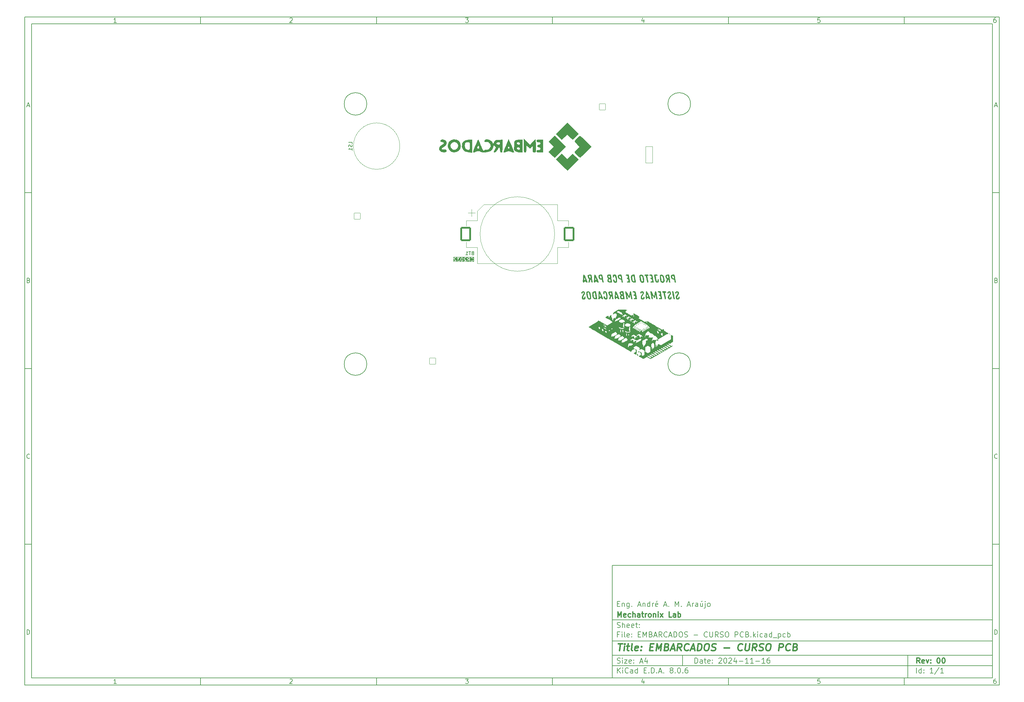
<source format=gbr>
%TF.GenerationSoftware,KiCad,Pcbnew,8.0.6*%
%TF.CreationDate,2024-11-24T17:50:58-03:00*%
%TF.ProjectId,EMBARCADOS - CURSO PCB,454d4241-5243-4414-944f-53202d204355,00*%
%TF.SameCoordinates,Original*%
%TF.FileFunction,Legend,Bot*%
%TF.FilePolarity,Positive*%
%FSLAX46Y46*%
G04 Gerber Fmt 4.6, Leading zero omitted, Abs format (unit mm)*
G04 Created by KiCad (PCBNEW 8.0.6) date 2024-11-24 17:50:58*
%MOMM*%
%LPD*%
G01*
G04 APERTURE LIST*
G04 Aperture macros list*
%AMRoundRect*
0 Rectangle with rounded corners*
0 $1 Rounding radius*
0 $2 $3 $4 $5 $6 $7 $8 $9 X,Y pos of 4 corners*
0 Add a 4 corners polygon primitive as box body*
4,1,4,$2,$3,$4,$5,$6,$7,$8,$9,$2,$3,0*
0 Add four circle primitives for the rounded corners*
1,1,$1+$1,$2,$3*
1,1,$1+$1,$4,$5*
1,1,$1+$1,$6,$7*
1,1,$1+$1,$8,$9*
0 Add four rect primitives between the rounded corners*
20,1,$1+$1,$2,$3,$4,$5,0*
20,1,$1+$1,$4,$5,$6,$7,0*
20,1,$1+$1,$6,$7,$8,$9,0*
20,1,$1+$1,$8,$9,$2,$3,0*%
G04 Aperture macros list end*
%ADD10C,0.100000*%
%ADD11C,0.150000*%
%ADD12C,0.300000*%
%ADD13C,0.400000*%
%ADD14C,0.000000*%
%ADD15C,0.120000*%
%ADD16C,2.076000*%
%ADD17C,3.276000*%
%ADD18RoundRect,0.038000X-0.850000X0.850000X-0.850000X-0.850000X0.850000X-0.850000X0.850000X0.850000X0*%
%ADD19O,1.776000X1.776000*%
%ADD20C,0.726000*%
%ADD21O,2.176000X1.076000*%
%ADD22O,1.876000X1.076000*%
%ADD23RoundRect,0.038000X-0.850000X-0.850000X0.850000X-0.850000X0.850000X0.850000X-0.850000X0.850000X0*%
%ADD24RoundRect,0.038000X0.850000X-0.850000X0.850000X0.850000X-0.850000X0.850000X-0.850000X-0.850000X0*%
%ADD25RoundRect,0.038000X1.000000X-2.300000X1.000000X2.300000X-1.000000X2.300000X-1.000000X-2.300000X0*%
%ADD26O,2.076000X4.276000*%
%ADD27O,4.276000X2.076000*%
%ADD28C,1.576000*%
%ADD29RoundRect,0.256333X1.281667X1.781667X-1.281667X1.781667X-1.281667X-1.781667X1.281667X-1.781667X0*%
G04 APERTURE END LIST*
D10*
D11*
X177002200Y-166007200D02*
X285002200Y-166007200D01*
X285002200Y-198007200D01*
X177002200Y-198007200D01*
X177002200Y-166007200D01*
D10*
D11*
X10000000Y-10000000D02*
X287002200Y-10000000D01*
X287002200Y-200007200D01*
X10000000Y-200007200D01*
X10000000Y-10000000D01*
D10*
D11*
X12000000Y-12000000D02*
X285002200Y-12000000D01*
X285002200Y-198007200D01*
X12000000Y-198007200D01*
X12000000Y-12000000D01*
D10*
D11*
X60000000Y-12000000D02*
X60000000Y-10000000D01*
D10*
D11*
X110000000Y-12000000D02*
X110000000Y-10000000D01*
D10*
D11*
X160000000Y-12000000D02*
X160000000Y-10000000D01*
D10*
D11*
X210000000Y-12000000D02*
X210000000Y-10000000D01*
D10*
D11*
X260000000Y-12000000D02*
X260000000Y-10000000D01*
D10*
D11*
X36089160Y-11593604D02*
X35346303Y-11593604D01*
X35717731Y-11593604D02*
X35717731Y-10293604D01*
X35717731Y-10293604D02*
X35593922Y-10479319D01*
X35593922Y-10479319D02*
X35470112Y-10603128D01*
X35470112Y-10603128D02*
X35346303Y-10665033D01*
D10*
D11*
X85346303Y-10417414D02*
X85408207Y-10355509D01*
X85408207Y-10355509D02*
X85532017Y-10293604D01*
X85532017Y-10293604D02*
X85841541Y-10293604D01*
X85841541Y-10293604D02*
X85965350Y-10355509D01*
X85965350Y-10355509D02*
X86027255Y-10417414D01*
X86027255Y-10417414D02*
X86089160Y-10541223D01*
X86089160Y-10541223D02*
X86089160Y-10665033D01*
X86089160Y-10665033D02*
X86027255Y-10850747D01*
X86027255Y-10850747D02*
X85284398Y-11593604D01*
X85284398Y-11593604D02*
X86089160Y-11593604D01*
D10*
D11*
X135284398Y-10293604D02*
X136089160Y-10293604D01*
X136089160Y-10293604D02*
X135655826Y-10788842D01*
X135655826Y-10788842D02*
X135841541Y-10788842D01*
X135841541Y-10788842D02*
X135965350Y-10850747D01*
X135965350Y-10850747D02*
X136027255Y-10912652D01*
X136027255Y-10912652D02*
X136089160Y-11036461D01*
X136089160Y-11036461D02*
X136089160Y-11345985D01*
X136089160Y-11345985D02*
X136027255Y-11469795D01*
X136027255Y-11469795D02*
X135965350Y-11531700D01*
X135965350Y-11531700D02*
X135841541Y-11593604D01*
X135841541Y-11593604D02*
X135470112Y-11593604D01*
X135470112Y-11593604D02*
X135346303Y-11531700D01*
X135346303Y-11531700D02*
X135284398Y-11469795D01*
D10*
D11*
X185965350Y-10726938D02*
X185965350Y-11593604D01*
X185655826Y-10231700D02*
X185346303Y-11160271D01*
X185346303Y-11160271D02*
X186151064Y-11160271D01*
D10*
D11*
X236027255Y-10293604D02*
X235408207Y-10293604D01*
X235408207Y-10293604D02*
X235346303Y-10912652D01*
X235346303Y-10912652D02*
X235408207Y-10850747D01*
X235408207Y-10850747D02*
X235532017Y-10788842D01*
X235532017Y-10788842D02*
X235841541Y-10788842D01*
X235841541Y-10788842D02*
X235965350Y-10850747D01*
X235965350Y-10850747D02*
X236027255Y-10912652D01*
X236027255Y-10912652D02*
X236089160Y-11036461D01*
X236089160Y-11036461D02*
X236089160Y-11345985D01*
X236089160Y-11345985D02*
X236027255Y-11469795D01*
X236027255Y-11469795D02*
X235965350Y-11531700D01*
X235965350Y-11531700D02*
X235841541Y-11593604D01*
X235841541Y-11593604D02*
X235532017Y-11593604D01*
X235532017Y-11593604D02*
X235408207Y-11531700D01*
X235408207Y-11531700D02*
X235346303Y-11469795D01*
D10*
D11*
X285965350Y-10293604D02*
X285717731Y-10293604D01*
X285717731Y-10293604D02*
X285593922Y-10355509D01*
X285593922Y-10355509D02*
X285532017Y-10417414D01*
X285532017Y-10417414D02*
X285408207Y-10603128D01*
X285408207Y-10603128D02*
X285346303Y-10850747D01*
X285346303Y-10850747D02*
X285346303Y-11345985D01*
X285346303Y-11345985D02*
X285408207Y-11469795D01*
X285408207Y-11469795D02*
X285470112Y-11531700D01*
X285470112Y-11531700D02*
X285593922Y-11593604D01*
X285593922Y-11593604D02*
X285841541Y-11593604D01*
X285841541Y-11593604D02*
X285965350Y-11531700D01*
X285965350Y-11531700D02*
X286027255Y-11469795D01*
X286027255Y-11469795D02*
X286089160Y-11345985D01*
X286089160Y-11345985D02*
X286089160Y-11036461D01*
X286089160Y-11036461D02*
X286027255Y-10912652D01*
X286027255Y-10912652D02*
X285965350Y-10850747D01*
X285965350Y-10850747D02*
X285841541Y-10788842D01*
X285841541Y-10788842D02*
X285593922Y-10788842D01*
X285593922Y-10788842D02*
X285470112Y-10850747D01*
X285470112Y-10850747D02*
X285408207Y-10912652D01*
X285408207Y-10912652D02*
X285346303Y-11036461D01*
D10*
D11*
X60000000Y-198007200D02*
X60000000Y-200007200D01*
D10*
D11*
X110000000Y-198007200D02*
X110000000Y-200007200D01*
D10*
D11*
X160000000Y-198007200D02*
X160000000Y-200007200D01*
D10*
D11*
X210000000Y-198007200D02*
X210000000Y-200007200D01*
D10*
D11*
X260000000Y-198007200D02*
X260000000Y-200007200D01*
D10*
D11*
X36089160Y-199600804D02*
X35346303Y-199600804D01*
X35717731Y-199600804D02*
X35717731Y-198300804D01*
X35717731Y-198300804D02*
X35593922Y-198486519D01*
X35593922Y-198486519D02*
X35470112Y-198610328D01*
X35470112Y-198610328D02*
X35346303Y-198672233D01*
D10*
D11*
X85346303Y-198424614D02*
X85408207Y-198362709D01*
X85408207Y-198362709D02*
X85532017Y-198300804D01*
X85532017Y-198300804D02*
X85841541Y-198300804D01*
X85841541Y-198300804D02*
X85965350Y-198362709D01*
X85965350Y-198362709D02*
X86027255Y-198424614D01*
X86027255Y-198424614D02*
X86089160Y-198548423D01*
X86089160Y-198548423D02*
X86089160Y-198672233D01*
X86089160Y-198672233D02*
X86027255Y-198857947D01*
X86027255Y-198857947D02*
X85284398Y-199600804D01*
X85284398Y-199600804D02*
X86089160Y-199600804D01*
D10*
D11*
X135284398Y-198300804D02*
X136089160Y-198300804D01*
X136089160Y-198300804D02*
X135655826Y-198796042D01*
X135655826Y-198796042D02*
X135841541Y-198796042D01*
X135841541Y-198796042D02*
X135965350Y-198857947D01*
X135965350Y-198857947D02*
X136027255Y-198919852D01*
X136027255Y-198919852D02*
X136089160Y-199043661D01*
X136089160Y-199043661D02*
X136089160Y-199353185D01*
X136089160Y-199353185D02*
X136027255Y-199476995D01*
X136027255Y-199476995D02*
X135965350Y-199538900D01*
X135965350Y-199538900D02*
X135841541Y-199600804D01*
X135841541Y-199600804D02*
X135470112Y-199600804D01*
X135470112Y-199600804D02*
X135346303Y-199538900D01*
X135346303Y-199538900D02*
X135284398Y-199476995D01*
D10*
D11*
X185965350Y-198734138D02*
X185965350Y-199600804D01*
X185655826Y-198238900D02*
X185346303Y-199167471D01*
X185346303Y-199167471D02*
X186151064Y-199167471D01*
D10*
D11*
X236027255Y-198300804D02*
X235408207Y-198300804D01*
X235408207Y-198300804D02*
X235346303Y-198919852D01*
X235346303Y-198919852D02*
X235408207Y-198857947D01*
X235408207Y-198857947D02*
X235532017Y-198796042D01*
X235532017Y-198796042D02*
X235841541Y-198796042D01*
X235841541Y-198796042D02*
X235965350Y-198857947D01*
X235965350Y-198857947D02*
X236027255Y-198919852D01*
X236027255Y-198919852D02*
X236089160Y-199043661D01*
X236089160Y-199043661D02*
X236089160Y-199353185D01*
X236089160Y-199353185D02*
X236027255Y-199476995D01*
X236027255Y-199476995D02*
X235965350Y-199538900D01*
X235965350Y-199538900D02*
X235841541Y-199600804D01*
X235841541Y-199600804D02*
X235532017Y-199600804D01*
X235532017Y-199600804D02*
X235408207Y-199538900D01*
X235408207Y-199538900D02*
X235346303Y-199476995D01*
D10*
D11*
X285965350Y-198300804D02*
X285717731Y-198300804D01*
X285717731Y-198300804D02*
X285593922Y-198362709D01*
X285593922Y-198362709D02*
X285532017Y-198424614D01*
X285532017Y-198424614D02*
X285408207Y-198610328D01*
X285408207Y-198610328D02*
X285346303Y-198857947D01*
X285346303Y-198857947D02*
X285346303Y-199353185D01*
X285346303Y-199353185D02*
X285408207Y-199476995D01*
X285408207Y-199476995D02*
X285470112Y-199538900D01*
X285470112Y-199538900D02*
X285593922Y-199600804D01*
X285593922Y-199600804D02*
X285841541Y-199600804D01*
X285841541Y-199600804D02*
X285965350Y-199538900D01*
X285965350Y-199538900D02*
X286027255Y-199476995D01*
X286027255Y-199476995D02*
X286089160Y-199353185D01*
X286089160Y-199353185D02*
X286089160Y-199043661D01*
X286089160Y-199043661D02*
X286027255Y-198919852D01*
X286027255Y-198919852D02*
X285965350Y-198857947D01*
X285965350Y-198857947D02*
X285841541Y-198796042D01*
X285841541Y-198796042D02*
X285593922Y-198796042D01*
X285593922Y-198796042D02*
X285470112Y-198857947D01*
X285470112Y-198857947D02*
X285408207Y-198919852D01*
X285408207Y-198919852D02*
X285346303Y-199043661D01*
D10*
D11*
X10000000Y-60000000D02*
X12000000Y-60000000D01*
D10*
D11*
X10000000Y-110000000D02*
X12000000Y-110000000D01*
D10*
D11*
X10000000Y-160000000D02*
X12000000Y-160000000D01*
D10*
D11*
X10690476Y-35222176D02*
X11309523Y-35222176D01*
X10566666Y-35593604D02*
X10999999Y-34293604D01*
X10999999Y-34293604D02*
X11433333Y-35593604D01*
D10*
D11*
X11092857Y-84912652D02*
X11278571Y-84974557D01*
X11278571Y-84974557D02*
X11340476Y-85036461D01*
X11340476Y-85036461D02*
X11402380Y-85160271D01*
X11402380Y-85160271D02*
X11402380Y-85345985D01*
X11402380Y-85345985D02*
X11340476Y-85469795D01*
X11340476Y-85469795D02*
X11278571Y-85531700D01*
X11278571Y-85531700D02*
X11154761Y-85593604D01*
X11154761Y-85593604D02*
X10659523Y-85593604D01*
X10659523Y-85593604D02*
X10659523Y-84293604D01*
X10659523Y-84293604D02*
X11092857Y-84293604D01*
X11092857Y-84293604D02*
X11216666Y-84355509D01*
X11216666Y-84355509D02*
X11278571Y-84417414D01*
X11278571Y-84417414D02*
X11340476Y-84541223D01*
X11340476Y-84541223D02*
X11340476Y-84665033D01*
X11340476Y-84665033D02*
X11278571Y-84788842D01*
X11278571Y-84788842D02*
X11216666Y-84850747D01*
X11216666Y-84850747D02*
X11092857Y-84912652D01*
X11092857Y-84912652D02*
X10659523Y-84912652D01*
D10*
D11*
X11402380Y-135469795D02*
X11340476Y-135531700D01*
X11340476Y-135531700D02*
X11154761Y-135593604D01*
X11154761Y-135593604D02*
X11030952Y-135593604D01*
X11030952Y-135593604D02*
X10845238Y-135531700D01*
X10845238Y-135531700D02*
X10721428Y-135407890D01*
X10721428Y-135407890D02*
X10659523Y-135284080D01*
X10659523Y-135284080D02*
X10597619Y-135036461D01*
X10597619Y-135036461D02*
X10597619Y-134850747D01*
X10597619Y-134850747D02*
X10659523Y-134603128D01*
X10659523Y-134603128D02*
X10721428Y-134479319D01*
X10721428Y-134479319D02*
X10845238Y-134355509D01*
X10845238Y-134355509D02*
X11030952Y-134293604D01*
X11030952Y-134293604D02*
X11154761Y-134293604D01*
X11154761Y-134293604D02*
X11340476Y-134355509D01*
X11340476Y-134355509D02*
X11402380Y-134417414D01*
D10*
D11*
X10659523Y-185593604D02*
X10659523Y-184293604D01*
X10659523Y-184293604D02*
X10969047Y-184293604D01*
X10969047Y-184293604D02*
X11154761Y-184355509D01*
X11154761Y-184355509D02*
X11278571Y-184479319D01*
X11278571Y-184479319D02*
X11340476Y-184603128D01*
X11340476Y-184603128D02*
X11402380Y-184850747D01*
X11402380Y-184850747D02*
X11402380Y-185036461D01*
X11402380Y-185036461D02*
X11340476Y-185284080D01*
X11340476Y-185284080D02*
X11278571Y-185407890D01*
X11278571Y-185407890D02*
X11154761Y-185531700D01*
X11154761Y-185531700D02*
X10969047Y-185593604D01*
X10969047Y-185593604D02*
X10659523Y-185593604D01*
D10*
D11*
X287002200Y-60000000D02*
X285002200Y-60000000D01*
D10*
D11*
X287002200Y-110000000D02*
X285002200Y-110000000D01*
D10*
D11*
X287002200Y-160000000D02*
X285002200Y-160000000D01*
D10*
D11*
X285692676Y-35222176D02*
X286311723Y-35222176D01*
X285568866Y-35593604D02*
X286002199Y-34293604D01*
X286002199Y-34293604D02*
X286435533Y-35593604D01*
D10*
D11*
X286095057Y-84912652D02*
X286280771Y-84974557D01*
X286280771Y-84974557D02*
X286342676Y-85036461D01*
X286342676Y-85036461D02*
X286404580Y-85160271D01*
X286404580Y-85160271D02*
X286404580Y-85345985D01*
X286404580Y-85345985D02*
X286342676Y-85469795D01*
X286342676Y-85469795D02*
X286280771Y-85531700D01*
X286280771Y-85531700D02*
X286156961Y-85593604D01*
X286156961Y-85593604D02*
X285661723Y-85593604D01*
X285661723Y-85593604D02*
X285661723Y-84293604D01*
X285661723Y-84293604D02*
X286095057Y-84293604D01*
X286095057Y-84293604D02*
X286218866Y-84355509D01*
X286218866Y-84355509D02*
X286280771Y-84417414D01*
X286280771Y-84417414D02*
X286342676Y-84541223D01*
X286342676Y-84541223D02*
X286342676Y-84665033D01*
X286342676Y-84665033D02*
X286280771Y-84788842D01*
X286280771Y-84788842D02*
X286218866Y-84850747D01*
X286218866Y-84850747D02*
X286095057Y-84912652D01*
X286095057Y-84912652D02*
X285661723Y-84912652D01*
D10*
D11*
X286404580Y-135469795D02*
X286342676Y-135531700D01*
X286342676Y-135531700D02*
X286156961Y-135593604D01*
X286156961Y-135593604D02*
X286033152Y-135593604D01*
X286033152Y-135593604D02*
X285847438Y-135531700D01*
X285847438Y-135531700D02*
X285723628Y-135407890D01*
X285723628Y-135407890D02*
X285661723Y-135284080D01*
X285661723Y-135284080D02*
X285599819Y-135036461D01*
X285599819Y-135036461D02*
X285599819Y-134850747D01*
X285599819Y-134850747D02*
X285661723Y-134603128D01*
X285661723Y-134603128D02*
X285723628Y-134479319D01*
X285723628Y-134479319D02*
X285847438Y-134355509D01*
X285847438Y-134355509D02*
X286033152Y-134293604D01*
X286033152Y-134293604D02*
X286156961Y-134293604D01*
X286156961Y-134293604D02*
X286342676Y-134355509D01*
X286342676Y-134355509D02*
X286404580Y-134417414D01*
D10*
D11*
X285661723Y-185593604D02*
X285661723Y-184293604D01*
X285661723Y-184293604D02*
X285971247Y-184293604D01*
X285971247Y-184293604D02*
X286156961Y-184355509D01*
X286156961Y-184355509D02*
X286280771Y-184479319D01*
X286280771Y-184479319D02*
X286342676Y-184603128D01*
X286342676Y-184603128D02*
X286404580Y-184850747D01*
X286404580Y-184850747D02*
X286404580Y-185036461D01*
X286404580Y-185036461D02*
X286342676Y-185284080D01*
X286342676Y-185284080D02*
X286280771Y-185407890D01*
X286280771Y-185407890D02*
X286156961Y-185531700D01*
X286156961Y-185531700D02*
X285971247Y-185593604D01*
X285971247Y-185593604D02*
X285661723Y-185593604D01*
D10*
D11*
X200458026Y-193793328D02*
X200458026Y-192293328D01*
X200458026Y-192293328D02*
X200815169Y-192293328D01*
X200815169Y-192293328D02*
X201029455Y-192364757D01*
X201029455Y-192364757D02*
X201172312Y-192507614D01*
X201172312Y-192507614D02*
X201243741Y-192650471D01*
X201243741Y-192650471D02*
X201315169Y-192936185D01*
X201315169Y-192936185D02*
X201315169Y-193150471D01*
X201315169Y-193150471D02*
X201243741Y-193436185D01*
X201243741Y-193436185D02*
X201172312Y-193579042D01*
X201172312Y-193579042D02*
X201029455Y-193721900D01*
X201029455Y-193721900D02*
X200815169Y-193793328D01*
X200815169Y-193793328D02*
X200458026Y-193793328D01*
X202600884Y-193793328D02*
X202600884Y-193007614D01*
X202600884Y-193007614D02*
X202529455Y-192864757D01*
X202529455Y-192864757D02*
X202386598Y-192793328D01*
X202386598Y-192793328D02*
X202100884Y-192793328D01*
X202100884Y-192793328D02*
X201958026Y-192864757D01*
X202600884Y-193721900D02*
X202458026Y-193793328D01*
X202458026Y-193793328D02*
X202100884Y-193793328D01*
X202100884Y-193793328D02*
X201958026Y-193721900D01*
X201958026Y-193721900D02*
X201886598Y-193579042D01*
X201886598Y-193579042D02*
X201886598Y-193436185D01*
X201886598Y-193436185D02*
X201958026Y-193293328D01*
X201958026Y-193293328D02*
X202100884Y-193221900D01*
X202100884Y-193221900D02*
X202458026Y-193221900D01*
X202458026Y-193221900D02*
X202600884Y-193150471D01*
X203100884Y-192793328D02*
X203672312Y-192793328D01*
X203315169Y-192293328D02*
X203315169Y-193579042D01*
X203315169Y-193579042D02*
X203386598Y-193721900D01*
X203386598Y-193721900D02*
X203529455Y-193793328D01*
X203529455Y-193793328D02*
X203672312Y-193793328D01*
X204743741Y-193721900D02*
X204600884Y-193793328D01*
X204600884Y-193793328D02*
X204315170Y-193793328D01*
X204315170Y-193793328D02*
X204172312Y-193721900D01*
X204172312Y-193721900D02*
X204100884Y-193579042D01*
X204100884Y-193579042D02*
X204100884Y-193007614D01*
X204100884Y-193007614D02*
X204172312Y-192864757D01*
X204172312Y-192864757D02*
X204315170Y-192793328D01*
X204315170Y-192793328D02*
X204600884Y-192793328D01*
X204600884Y-192793328D02*
X204743741Y-192864757D01*
X204743741Y-192864757D02*
X204815170Y-193007614D01*
X204815170Y-193007614D02*
X204815170Y-193150471D01*
X204815170Y-193150471D02*
X204100884Y-193293328D01*
X205458026Y-193650471D02*
X205529455Y-193721900D01*
X205529455Y-193721900D02*
X205458026Y-193793328D01*
X205458026Y-193793328D02*
X205386598Y-193721900D01*
X205386598Y-193721900D02*
X205458026Y-193650471D01*
X205458026Y-193650471D02*
X205458026Y-193793328D01*
X205458026Y-192864757D02*
X205529455Y-192936185D01*
X205529455Y-192936185D02*
X205458026Y-193007614D01*
X205458026Y-193007614D02*
X205386598Y-192936185D01*
X205386598Y-192936185D02*
X205458026Y-192864757D01*
X205458026Y-192864757D02*
X205458026Y-193007614D01*
X207243741Y-192436185D02*
X207315169Y-192364757D01*
X207315169Y-192364757D02*
X207458027Y-192293328D01*
X207458027Y-192293328D02*
X207815169Y-192293328D01*
X207815169Y-192293328D02*
X207958027Y-192364757D01*
X207958027Y-192364757D02*
X208029455Y-192436185D01*
X208029455Y-192436185D02*
X208100884Y-192579042D01*
X208100884Y-192579042D02*
X208100884Y-192721900D01*
X208100884Y-192721900D02*
X208029455Y-192936185D01*
X208029455Y-192936185D02*
X207172312Y-193793328D01*
X207172312Y-193793328D02*
X208100884Y-193793328D01*
X209029455Y-192293328D02*
X209172312Y-192293328D01*
X209172312Y-192293328D02*
X209315169Y-192364757D01*
X209315169Y-192364757D02*
X209386598Y-192436185D01*
X209386598Y-192436185D02*
X209458026Y-192579042D01*
X209458026Y-192579042D02*
X209529455Y-192864757D01*
X209529455Y-192864757D02*
X209529455Y-193221900D01*
X209529455Y-193221900D02*
X209458026Y-193507614D01*
X209458026Y-193507614D02*
X209386598Y-193650471D01*
X209386598Y-193650471D02*
X209315169Y-193721900D01*
X209315169Y-193721900D02*
X209172312Y-193793328D01*
X209172312Y-193793328D02*
X209029455Y-193793328D01*
X209029455Y-193793328D02*
X208886598Y-193721900D01*
X208886598Y-193721900D02*
X208815169Y-193650471D01*
X208815169Y-193650471D02*
X208743740Y-193507614D01*
X208743740Y-193507614D02*
X208672312Y-193221900D01*
X208672312Y-193221900D02*
X208672312Y-192864757D01*
X208672312Y-192864757D02*
X208743740Y-192579042D01*
X208743740Y-192579042D02*
X208815169Y-192436185D01*
X208815169Y-192436185D02*
X208886598Y-192364757D01*
X208886598Y-192364757D02*
X209029455Y-192293328D01*
X210100883Y-192436185D02*
X210172311Y-192364757D01*
X210172311Y-192364757D02*
X210315169Y-192293328D01*
X210315169Y-192293328D02*
X210672311Y-192293328D01*
X210672311Y-192293328D02*
X210815169Y-192364757D01*
X210815169Y-192364757D02*
X210886597Y-192436185D01*
X210886597Y-192436185D02*
X210958026Y-192579042D01*
X210958026Y-192579042D02*
X210958026Y-192721900D01*
X210958026Y-192721900D02*
X210886597Y-192936185D01*
X210886597Y-192936185D02*
X210029454Y-193793328D01*
X210029454Y-193793328D02*
X210958026Y-193793328D01*
X212243740Y-192793328D02*
X212243740Y-193793328D01*
X211886597Y-192221900D02*
X211529454Y-193293328D01*
X211529454Y-193293328D02*
X212458025Y-193293328D01*
X213029453Y-193221900D02*
X214172311Y-193221900D01*
X215672311Y-193793328D02*
X214815168Y-193793328D01*
X215243739Y-193793328D02*
X215243739Y-192293328D01*
X215243739Y-192293328D02*
X215100882Y-192507614D01*
X215100882Y-192507614D02*
X214958025Y-192650471D01*
X214958025Y-192650471D02*
X214815168Y-192721900D01*
X217100882Y-193793328D02*
X216243739Y-193793328D01*
X216672310Y-193793328D02*
X216672310Y-192293328D01*
X216672310Y-192293328D02*
X216529453Y-192507614D01*
X216529453Y-192507614D02*
X216386596Y-192650471D01*
X216386596Y-192650471D02*
X216243739Y-192721900D01*
X217743738Y-193221900D02*
X218886596Y-193221900D01*
X220386596Y-193793328D02*
X219529453Y-193793328D01*
X219958024Y-193793328D02*
X219958024Y-192293328D01*
X219958024Y-192293328D02*
X219815167Y-192507614D01*
X219815167Y-192507614D02*
X219672310Y-192650471D01*
X219672310Y-192650471D02*
X219529453Y-192721900D01*
X221672310Y-192293328D02*
X221386595Y-192293328D01*
X221386595Y-192293328D02*
X221243738Y-192364757D01*
X221243738Y-192364757D02*
X221172310Y-192436185D01*
X221172310Y-192436185D02*
X221029452Y-192650471D01*
X221029452Y-192650471D02*
X220958024Y-192936185D01*
X220958024Y-192936185D02*
X220958024Y-193507614D01*
X220958024Y-193507614D02*
X221029452Y-193650471D01*
X221029452Y-193650471D02*
X221100881Y-193721900D01*
X221100881Y-193721900D02*
X221243738Y-193793328D01*
X221243738Y-193793328D02*
X221529452Y-193793328D01*
X221529452Y-193793328D02*
X221672310Y-193721900D01*
X221672310Y-193721900D02*
X221743738Y-193650471D01*
X221743738Y-193650471D02*
X221815167Y-193507614D01*
X221815167Y-193507614D02*
X221815167Y-193150471D01*
X221815167Y-193150471D02*
X221743738Y-193007614D01*
X221743738Y-193007614D02*
X221672310Y-192936185D01*
X221672310Y-192936185D02*
X221529452Y-192864757D01*
X221529452Y-192864757D02*
X221243738Y-192864757D01*
X221243738Y-192864757D02*
X221100881Y-192936185D01*
X221100881Y-192936185D02*
X221029452Y-193007614D01*
X221029452Y-193007614D02*
X220958024Y-193150471D01*
D10*
D11*
X177002200Y-194507200D02*
X285002200Y-194507200D01*
D10*
D11*
X178458026Y-196593328D02*
X178458026Y-195093328D01*
X179315169Y-196593328D02*
X178672312Y-195736185D01*
X179315169Y-195093328D02*
X178458026Y-195950471D01*
X179958026Y-196593328D02*
X179958026Y-195593328D01*
X179958026Y-195093328D02*
X179886598Y-195164757D01*
X179886598Y-195164757D02*
X179958026Y-195236185D01*
X179958026Y-195236185D02*
X180029455Y-195164757D01*
X180029455Y-195164757D02*
X179958026Y-195093328D01*
X179958026Y-195093328D02*
X179958026Y-195236185D01*
X181529455Y-196450471D02*
X181458027Y-196521900D01*
X181458027Y-196521900D02*
X181243741Y-196593328D01*
X181243741Y-196593328D02*
X181100884Y-196593328D01*
X181100884Y-196593328D02*
X180886598Y-196521900D01*
X180886598Y-196521900D02*
X180743741Y-196379042D01*
X180743741Y-196379042D02*
X180672312Y-196236185D01*
X180672312Y-196236185D02*
X180600884Y-195950471D01*
X180600884Y-195950471D02*
X180600884Y-195736185D01*
X180600884Y-195736185D02*
X180672312Y-195450471D01*
X180672312Y-195450471D02*
X180743741Y-195307614D01*
X180743741Y-195307614D02*
X180886598Y-195164757D01*
X180886598Y-195164757D02*
X181100884Y-195093328D01*
X181100884Y-195093328D02*
X181243741Y-195093328D01*
X181243741Y-195093328D02*
X181458027Y-195164757D01*
X181458027Y-195164757D02*
X181529455Y-195236185D01*
X182815170Y-196593328D02*
X182815170Y-195807614D01*
X182815170Y-195807614D02*
X182743741Y-195664757D01*
X182743741Y-195664757D02*
X182600884Y-195593328D01*
X182600884Y-195593328D02*
X182315170Y-195593328D01*
X182315170Y-195593328D02*
X182172312Y-195664757D01*
X182815170Y-196521900D02*
X182672312Y-196593328D01*
X182672312Y-196593328D02*
X182315170Y-196593328D01*
X182315170Y-196593328D02*
X182172312Y-196521900D01*
X182172312Y-196521900D02*
X182100884Y-196379042D01*
X182100884Y-196379042D02*
X182100884Y-196236185D01*
X182100884Y-196236185D02*
X182172312Y-196093328D01*
X182172312Y-196093328D02*
X182315170Y-196021900D01*
X182315170Y-196021900D02*
X182672312Y-196021900D01*
X182672312Y-196021900D02*
X182815170Y-195950471D01*
X184172313Y-196593328D02*
X184172313Y-195093328D01*
X184172313Y-196521900D02*
X184029455Y-196593328D01*
X184029455Y-196593328D02*
X183743741Y-196593328D01*
X183743741Y-196593328D02*
X183600884Y-196521900D01*
X183600884Y-196521900D02*
X183529455Y-196450471D01*
X183529455Y-196450471D02*
X183458027Y-196307614D01*
X183458027Y-196307614D02*
X183458027Y-195879042D01*
X183458027Y-195879042D02*
X183529455Y-195736185D01*
X183529455Y-195736185D02*
X183600884Y-195664757D01*
X183600884Y-195664757D02*
X183743741Y-195593328D01*
X183743741Y-195593328D02*
X184029455Y-195593328D01*
X184029455Y-195593328D02*
X184172313Y-195664757D01*
X186029455Y-195807614D02*
X186529455Y-195807614D01*
X186743741Y-196593328D02*
X186029455Y-196593328D01*
X186029455Y-196593328D02*
X186029455Y-195093328D01*
X186029455Y-195093328D02*
X186743741Y-195093328D01*
X187386598Y-196450471D02*
X187458027Y-196521900D01*
X187458027Y-196521900D02*
X187386598Y-196593328D01*
X187386598Y-196593328D02*
X187315170Y-196521900D01*
X187315170Y-196521900D02*
X187386598Y-196450471D01*
X187386598Y-196450471D02*
X187386598Y-196593328D01*
X188100884Y-196593328D02*
X188100884Y-195093328D01*
X188100884Y-195093328D02*
X188458027Y-195093328D01*
X188458027Y-195093328D02*
X188672313Y-195164757D01*
X188672313Y-195164757D02*
X188815170Y-195307614D01*
X188815170Y-195307614D02*
X188886599Y-195450471D01*
X188886599Y-195450471D02*
X188958027Y-195736185D01*
X188958027Y-195736185D02*
X188958027Y-195950471D01*
X188958027Y-195950471D02*
X188886599Y-196236185D01*
X188886599Y-196236185D02*
X188815170Y-196379042D01*
X188815170Y-196379042D02*
X188672313Y-196521900D01*
X188672313Y-196521900D02*
X188458027Y-196593328D01*
X188458027Y-196593328D02*
X188100884Y-196593328D01*
X189600884Y-196450471D02*
X189672313Y-196521900D01*
X189672313Y-196521900D02*
X189600884Y-196593328D01*
X189600884Y-196593328D02*
X189529456Y-196521900D01*
X189529456Y-196521900D02*
X189600884Y-196450471D01*
X189600884Y-196450471D02*
X189600884Y-196593328D01*
X190243742Y-196164757D02*
X190958028Y-196164757D01*
X190100885Y-196593328D02*
X190600885Y-195093328D01*
X190600885Y-195093328D02*
X191100885Y-196593328D01*
X191600884Y-196450471D02*
X191672313Y-196521900D01*
X191672313Y-196521900D02*
X191600884Y-196593328D01*
X191600884Y-196593328D02*
X191529456Y-196521900D01*
X191529456Y-196521900D02*
X191600884Y-196450471D01*
X191600884Y-196450471D02*
X191600884Y-196593328D01*
X193672313Y-195736185D02*
X193529456Y-195664757D01*
X193529456Y-195664757D02*
X193458027Y-195593328D01*
X193458027Y-195593328D02*
X193386599Y-195450471D01*
X193386599Y-195450471D02*
X193386599Y-195379042D01*
X193386599Y-195379042D02*
X193458027Y-195236185D01*
X193458027Y-195236185D02*
X193529456Y-195164757D01*
X193529456Y-195164757D02*
X193672313Y-195093328D01*
X193672313Y-195093328D02*
X193958027Y-195093328D01*
X193958027Y-195093328D02*
X194100885Y-195164757D01*
X194100885Y-195164757D02*
X194172313Y-195236185D01*
X194172313Y-195236185D02*
X194243742Y-195379042D01*
X194243742Y-195379042D02*
X194243742Y-195450471D01*
X194243742Y-195450471D02*
X194172313Y-195593328D01*
X194172313Y-195593328D02*
X194100885Y-195664757D01*
X194100885Y-195664757D02*
X193958027Y-195736185D01*
X193958027Y-195736185D02*
X193672313Y-195736185D01*
X193672313Y-195736185D02*
X193529456Y-195807614D01*
X193529456Y-195807614D02*
X193458027Y-195879042D01*
X193458027Y-195879042D02*
X193386599Y-196021900D01*
X193386599Y-196021900D02*
X193386599Y-196307614D01*
X193386599Y-196307614D02*
X193458027Y-196450471D01*
X193458027Y-196450471D02*
X193529456Y-196521900D01*
X193529456Y-196521900D02*
X193672313Y-196593328D01*
X193672313Y-196593328D02*
X193958027Y-196593328D01*
X193958027Y-196593328D02*
X194100885Y-196521900D01*
X194100885Y-196521900D02*
X194172313Y-196450471D01*
X194172313Y-196450471D02*
X194243742Y-196307614D01*
X194243742Y-196307614D02*
X194243742Y-196021900D01*
X194243742Y-196021900D02*
X194172313Y-195879042D01*
X194172313Y-195879042D02*
X194100885Y-195807614D01*
X194100885Y-195807614D02*
X193958027Y-195736185D01*
X194886598Y-196450471D02*
X194958027Y-196521900D01*
X194958027Y-196521900D02*
X194886598Y-196593328D01*
X194886598Y-196593328D02*
X194815170Y-196521900D01*
X194815170Y-196521900D02*
X194886598Y-196450471D01*
X194886598Y-196450471D02*
X194886598Y-196593328D01*
X195886599Y-195093328D02*
X196029456Y-195093328D01*
X196029456Y-195093328D02*
X196172313Y-195164757D01*
X196172313Y-195164757D02*
X196243742Y-195236185D01*
X196243742Y-195236185D02*
X196315170Y-195379042D01*
X196315170Y-195379042D02*
X196386599Y-195664757D01*
X196386599Y-195664757D02*
X196386599Y-196021900D01*
X196386599Y-196021900D02*
X196315170Y-196307614D01*
X196315170Y-196307614D02*
X196243742Y-196450471D01*
X196243742Y-196450471D02*
X196172313Y-196521900D01*
X196172313Y-196521900D02*
X196029456Y-196593328D01*
X196029456Y-196593328D02*
X195886599Y-196593328D01*
X195886599Y-196593328D02*
X195743742Y-196521900D01*
X195743742Y-196521900D02*
X195672313Y-196450471D01*
X195672313Y-196450471D02*
X195600884Y-196307614D01*
X195600884Y-196307614D02*
X195529456Y-196021900D01*
X195529456Y-196021900D02*
X195529456Y-195664757D01*
X195529456Y-195664757D02*
X195600884Y-195379042D01*
X195600884Y-195379042D02*
X195672313Y-195236185D01*
X195672313Y-195236185D02*
X195743742Y-195164757D01*
X195743742Y-195164757D02*
X195886599Y-195093328D01*
X197029455Y-196450471D02*
X197100884Y-196521900D01*
X197100884Y-196521900D02*
X197029455Y-196593328D01*
X197029455Y-196593328D02*
X196958027Y-196521900D01*
X196958027Y-196521900D02*
X197029455Y-196450471D01*
X197029455Y-196450471D02*
X197029455Y-196593328D01*
X198386599Y-195093328D02*
X198100884Y-195093328D01*
X198100884Y-195093328D02*
X197958027Y-195164757D01*
X197958027Y-195164757D02*
X197886599Y-195236185D01*
X197886599Y-195236185D02*
X197743741Y-195450471D01*
X197743741Y-195450471D02*
X197672313Y-195736185D01*
X197672313Y-195736185D02*
X197672313Y-196307614D01*
X197672313Y-196307614D02*
X197743741Y-196450471D01*
X197743741Y-196450471D02*
X197815170Y-196521900D01*
X197815170Y-196521900D02*
X197958027Y-196593328D01*
X197958027Y-196593328D02*
X198243741Y-196593328D01*
X198243741Y-196593328D02*
X198386599Y-196521900D01*
X198386599Y-196521900D02*
X198458027Y-196450471D01*
X198458027Y-196450471D02*
X198529456Y-196307614D01*
X198529456Y-196307614D02*
X198529456Y-195950471D01*
X198529456Y-195950471D02*
X198458027Y-195807614D01*
X198458027Y-195807614D02*
X198386599Y-195736185D01*
X198386599Y-195736185D02*
X198243741Y-195664757D01*
X198243741Y-195664757D02*
X197958027Y-195664757D01*
X197958027Y-195664757D02*
X197815170Y-195736185D01*
X197815170Y-195736185D02*
X197743741Y-195807614D01*
X197743741Y-195807614D02*
X197672313Y-195950471D01*
D10*
D11*
X177002200Y-191507200D02*
X285002200Y-191507200D01*
D10*
D12*
X264413853Y-193785528D02*
X263913853Y-193071242D01*
X263556710Y-193785528D02*
X263556710Y-192285528D01*
X263556710Y-192285528D02*
X264128139Y-192285528D01*
X264128139Y-192285528D02*
X264270996Y-192356957D01*
X264270996Y-192356957D02*
X264342425Y-192428385D01*
X264342425Y-192428385D02*
X264413853Y-192571242D01*
X264413853Y-192571242D02*
X264413853Y-192785528D01*
X264413853Y-192785528D02*
X264342425Y-192928385D01*
X264342425Y-192928385D02*
X264270996Y-192999814D01*
X264270996Y-192999814D02*
X264128139Y-193071242D01*
X264128139Y-193071242D02*
X263556710Y-193071242D01*
X265628139Y-193714100D02*
X265485282Y-193785528D01*
X265485282Y-193785528D02*
X265199568Y-193785528D01*
X265199568Y-193785528D02*
X265056710Y-193714100D01*
X265056710Y-193714100D02*
X264985282Y-193571242D01*
X264985282Y-193571242D02*
X264985282Y-192999814D01*
X264985282Y-192999814D02*
X265056710Y-192856957D01*
X265056710Y-192856957D02*
X265199568Y-192785528D01*
X265199568Y-192785528D02*
X265485282Y-192785528D01*
X265485282Y-192785528D02*
X265628139Y-192856957D01*
X265628139Y-192856957D02*
X265699568Y-192999814D01*
X265699568Y-192999814D02*
X265699568Y-193142671D01*
X265699568Y-193142671D02*
X264985282Y-193285528D01*
X266199567Y-192785528D02*
X266556710Y-193785528D01*
X266556710Y-193785528D02*
X266913853Y-192785528D01*
X267485281Y-193642671D02*
X267556710Y-193714100D01*
X267556710Y-193714100D02*
X267485281Y-193785528D01*
X267485281Y-193785528D02*
X267413853Y-193714100D01*
X267413853Y-193714100D02*
X267485281Y-193642671D01*
X267485281Y-193642671D02*
X267485281Y-193785528D01*
X267485281Y-192856957D02*
X267556710Y-192928385D01*
X267556710Y-192928385D02*
X267485281Y-192999814D01*
X267485281Y-192999814D02*
X267413853Y-192928385D01*
X267413853Y-192928385D02*
X267485281Y-192856957D01*
X267485281Y-192856957D02*
X267485281Y-192999814D01*
X269628139Y-192285528D02*
X269770996Y-192285528D01*
X269770996Y-192285528D02*
X269913853Y-192356957D01*
X269913853Y-192356957D02*
X269985282Y-192428385D01*
X269985282Y-192428385D02*
X270056710Y-192571242D01*
X270056710Y-192571242D02*
X270128139Y-192856957D01*
X270128139Y-192856957D02*
X270128139Y-193214100D01*
X270128139Y-193214100D02*
X270056710Y-193499814D01*
X270056710Y-193499814D02*
X269985282Y-193642671D01*
X269985282Y-193642671D02*
X269913853Y-193714100D01*
X269913853Y-193714100D02*
X269770996Y-193785528D01*
X269770996Y-193785528D02*
X269628139Y-193785528D01*
X269628139Y-193785528D02*
X269485282Y-193714100D01*
X269485282Y-193714100D02*
X269413853Y-193642671D01*
X269413853Y-193642671D02*
X269342424Y-193499814D01*
X269342424Y-193499814D02*
X269270996Y-193214100D01*
X269270996Y-193214100D02*
X269270996Y-192856957D01*
X269270996Y-192856957D02*
X269342424Y-192571242D01*
X269342424Y-192571242D02*
X269413853Y-192428385D01*
X269413853Y-192428385D02*
X269485282Y-192356957D01*
X269485282Y-192356957D02*
X269628139Y-192285528D01*
X271056710Y-192285528D02*
X271199567Y-192285528D01*
X271199567Y-192285528D02*
X271342424Y-192356957D01*
X271342424Y-192356957D02*
X271413853Y-192428385D01*
X271413853Y-192428385D02*
X271485281Y-192571242D01*
X271485281Y-192571242D02*
X271556710Y-192856957D01*
X271556710Y-192856957D02*
X271556710Y-193214100D01*
X271556710Y-193214100D02*
X271485281Y-193499814D01*
X271485281Y-193499814D02*
X271413853Y-193642671D01*
X271413853Y-193642671D02*
X271342424Y-193714100D01*
X271342424Y-193714100D02*
X271199567Y-193785528D01*
X271199567Y-193785528D02*
X271056710Y-193785528D01*
X271056710Y-193785528D02*
X270913853Y-193714100D01*
X270913853Y-193714100D02*
X270842424Y-193642671D01*
X270842424Y-193642671D02*
X270770995Y-193499814D01*
X270770995Y-193499814D02*
X270699567Y-193214100D01*
X270699567Y-193214100D02*
X270699567Y-192856957D01*
X270699567Y-192856957D02*
X270770995Y-192571242D01*
X270770995Y-192571242D02*
X270842424Y-192428385D01*
X270842424Y-192428385D02*
X270913853Y-192356957D01*
X270913853Y-192356957D02*
X271056710Y-192285528D01*
D10*
D11*
X178386598Y-193721900D02*
X178600884Y-193793328D01*
X178600884Y-193793328D02*
X178958026Y-193793328D01*
X178958026Y-193793328D02*
X179100884Y-193721900D01*
X179100884Y-193721900D02*
X179172312Y-193650471D01*
X179172312Y-193650471D02*
X179243741Y-193507614D01*
X179243741Y-193507614D02*
X179243741Y-193364757D01*
X179243741Y-193364757D02*
X179172312Y-193221900D01*
X179172312Y-193221900D02*
X179100884Y-193150471D01*
X179100884Y-193150471D02*
X178958026Y-193079042D01*
X178958026Y-193079042D02*
X178672312Y-193007614D01*
X178672312Y-193007614D02*
X178529455Y-192936185D01*
X178529455Y-192936185D02*
X178458026Y-192864757D01*
X178458026Y-192864757D02*
X178386598Y-192721900D01*
X178386598Y-192721900D02*
X178386598Y-192579042D01*
X178386598Y-192579042D02*
X178458026Y-192436185D01*
X178458026Y-192436185D02*
X178529455Y-192364757D01*
X178529455Y-192364757D02*
X178672312Y-192293328D01*
X178672312Y-192293328D02*
X179029455Y-192293328D01*
X179029455Y-192293328D02*
X179243741Y-192364757D01*
X179886597Y-193793328D02*
X179886597Y-192793328D01*
X179886597Y-192293328D02*
X179815169Y-192364757D01*
X179815169Y-192364757D02*
X179886597Y-192436185D01*
X179886597Y-192436185D02*
X179958026Y-192364757D01*
X179958026Y-192364757D02*
X179886597Y-192293328D01*
X179886597Y-192293328D02*
X179886597Y-192436185D01*
X180458026Y-192793328D02*
X181243741Y-192793328D01*
X181243741Y-192793328D02*
X180458026Y-193793328D01*
X180458026Y-193793328D02*
X181243741Y-193793328D01*
X182386598Y-193721900D02*
X182243741Y-193793328D01*
X182243741Y-193793328D02*
X181958027Y-193793328D01*
X181958027Y-193793328D02*
X181815169Y-193721900D01*
X181815169Y-193721900D02*
X181743741Y-193579042D01*
X181743741Y-193579042D02*
X181743741Y-193007614D01*
X181743741Y-193007614D02*
X181815169Y-192864757D01*
X181815169Y-192864757D02*
X181958027Y-192793328D01*
X181958027Y-192793328D02*
X182243741Y-192793328D01*
X182243741Y-192793328D02*
X182386598Y-192864757D01*
X182386598Y-192864757D02*
X182458027Y-193007614D01*
X182458027Y-193007614D02*
X182458027Y-193150471D01*
X182458027Y-193150471D02*
X181743741Y-193293328D01*
X183100883Y-193650471D02*
X183172312Y-193721900D01*
X183172312Y-193721900D02*
X183100883Y-193793328D01*
X183100883Y-193793328D02*
X183029455Y-193721900D01*
X183029455Y-193721900D02*
X183100883Y-193650471D01*
X183100883Y-193650471D02*
X183100883Y-193793328D01*
X183100883Y-192864757D02*
X183172312Y-192936185D01*
X183172312Y-192936185D02*
X183100883Y-193007614D01*
X183100883Y-193007614D02*
X183029455Y-192936185D01*
X183029455Y-192936185D02*
X183100883Y-192864757D01*
X183100883Y-192864757D02*
X183100883Y-193007614D01*
X184886598Y-193364757D02*
X185600884Y-193364757D01*
X184743741Y-193793328D02*
X185243741Y-192293328D01*
X185243741Y-192293328D02*
X185743741Y-193793328D01*
X186886598Y-192793328D02*
X186886598Y-193793328D01*
X186529455Y-192221900D02*
X186172312Y-193293328D01*
X186172312Y-193293328D02*
X187100883Y-193293328D01*
D10*
D11*
X263458026Y-196593328D02*
X263458026Y-195093328D01*
X264815170Y-196593328D02*
X264815170Y-195093328D01*
X264815170Y-196521900D02*
X264672312Y-196593328D01*
X264672312Y-196593328D02*
X264386598Y-196593328D01*
X264386598Y-196593328D02*
X264243741Y-196521900D01*
X264243741Y-196521900D02*
X264172312Y-196450471D01*
X264172312Y-196450471D02*
X264100884Y-196307614D01*
X264100884Y-196307614D02*
X264100884Y-195879042D01*
X264100884Y-195879042D02*
X264172312Y-195736185D01*
X264172312Y-195736185D02*
X264243741Y-195664757D01*
X264243741Y-195664757D02*
X264386598Y-195593328D01*
X264386598Y-195593328D02*
X264672312Y-195593328D01*
X264672312Y-195593328D02*
X264815170Y-195664757D01*
X265529455Y-196450471D02*
X265600884Y-196521900D01*
X265600884Y-196521900D02*
X265529455Y-196593328D01*
X265529455Y-196593328D02*
X265458027Y-196521900D01*
X265458027Y-196521900D02*
X265529455Y-196450471D01*
X265529455Y-196450471D02*
X265529455Y-196593328D01*
X265529455Y-195664757D02*
X265600884Y-195736185D01*
X265600884Y-195736185D02*
X265529455Y-195807614D01*
X265529455Y-195807614D02*
X265458027Y-195736185D01*
X265458027Y-195736185D02*
X265529455Y-195664757D01*
X265529455Y-195664757D02*
X265529455Y-195807614D01*
X268172313Y-196593328D02*
X267315170Y-196593328D01*
X267743741Y-196593328D02*
X267743741Y-195093328D01*
X267743741Y-195093328D02*
X267600884Y-195307614D01*
X267600884Y-195307614D02*
X267458027Y-195450471D01*
X267458027Y-195450471D02*
X267315170Y-195521900D01*
X269886598Y-195021900D02*
X268600884Y-196950471D01*
X271172313Y-196593328D02*
X270315170Y-196593328D01*
X270743741Y-196593328D02*
X270743741Y-195093328D01*
X270743741Y-195093328D02*
X270600884Y-195307614D01*
X270600884Y-195307614D02*
X270458027Y-195450471D01*
X270458027Y-195450471D02*
X270315170Y-195521900D01*
D10*
D11*
X177002200Y-187507200D02*
X285002200Y-187507200D01*
D10*
D13*
X178693928Y-188211638D02*
X179836785Y-188211638D01*
X179015357Y-190211638D02*
X179265357Y-188211638D01*
X180253452Y-190211638D02*
X180420119Y-188878304D01*
X180503452Y-188211638D02*
X180396309Y-188306876D01*
X180396309Y-188306876D02*
X180479643Y-188402114D01*
X180479643Y-188402114D02*
X180586786Y-188306876D01*
X180586786Y-188306876D02*
X180503452Y-188211638D01*
X180503452Y-188211638D02*
X180479643Y-188402114D01*
X181086786Y-188878304D02*
X181848690Y-188878304D01*
X181455833Y-188211638D02*
X181241548Y-189925923D01*
X181241548Y-189925923D02*
X181312976Y-190116400D01*
X181312976Y-190116400D02*
X181491548Y-190211638D01*
X181491548Y-190211638D02*
X181682024Y-190211638D01*
X182634405Y-190211638D02*
X182455833Y-190116400D01*
X182455833Y-190116400D02*
X182384405Y-189925923D01*
X182384405Y-189925923D02*
X182598690Y-188211638D01*
X184170119Y-190116400D02*
X183967738Y-190211638D01*
X183967738Y-190211638D02*
X183586785Y-190211638D01*
X183586785Y-190211638D02*
X183408214Y-190116400D01*
X183408214Y-190116400D02*
X183336785Y-189925923D01*
X183336785Y-189925923D02*
X183432024Y-189164019D01*
X183432024Y-189164019D02*
X183551071Y-188973542D01*
X183551071Y-188973542D02*
X183753452Y-188878304D01*
X183753452Y-188878304D02*
X184134404Y-188878304D01*
X184134404Y-188878304D02*
X184312976Y-188973542D01*
X184312976Y-188973542D02*
X184384404Y-189164019D01*
X184384404Y-189164019D02*
X184360595Y-189354495D01*
X184360595Y-189354495D02*
X183384404Y-189544971D01*
X185134405Y-190021161D02*
X185217738Y-190116400D01*
X185217738Y-190116400D02*
X185110595Y-190211638D01*
X185110595Y-190211638D02*
X185027262Y-190116400D01*
X185027262Y-190116400D02*
X185134405Y-190021161D01*
X185134405Y-190021161D02*
X185110595Y-190211638D01*
X185265357Y-188973542D02*
X185348690Y-189068780D01*
X185348690Y-189068780D02*
X185241548Y-189164019D01*
X185241548Y-189164019D02*
X185158214Y-189068780D01*
X185158214Y-189068780D02*
X185265357Y-188973542D01*
X185265357Y-188973542D02*
X185241548Y-189164019D01*
X187717739Y-189164019D02*
X188384405Y-189164019D01*
X188539167Y-190211638D02*
X187586786Y-190211638D01*
X187586786Y-190211638D02*
X187836786Y-188211638D01*
X187836786Y-188211638D02*
X188789167Y-188211638D01*
X189396310Y-190211638D02*
X189646310Y-188211638D01*
X189646310Y-188211638D02*
X190134405Y-189640209D01*
X190134405Y-189640209D02*
X190979644Y-188211638D01*
X190979644Y-188211638D02*
X190729644Y-190211638D01*
X192479643Y-189164019D02*
X192753453Y-189259257D01*
X192753453Y-189259257D02*
X192836786Y-189354495D01*
X192836786Y-189354495D02*
X192908215Y-189544971D01*
X192908215Y-189544971D02*
X192872500Y-189830685D01*
X192872500Y-189830685D02*
X192753453Y-190021161D01*
X192753453Y-190021161D02*
X192646310Y-190116400D01*
X192646310Y-190116400D02*
X192443929Y-190211638D01*
X192443929Y-190211638D02*
X191682024Y-190211638D01*
X191682024Y-190211638D02*
X191932024Y-188211638D01*
X191932024Y-188211638D02*
X192598691Y-188211638D01*
X192598691Y-188211638D02*
X192777262Y-188306876D01*
X192777262Y-188306876D02*
X192860596Y-188402114D01*
X192860596Y-188402114D02*
X192932024Y-188592590D01*
X192932024Y-188592590D02*
X192908215Y-188783066D01*
X192908215Y-188783066D02*
X192789167Y-188973542D01*
X192789167Y-188973542D02*
X192682024Y-189068780D01*
X192682024Y-189068780D02*
X192479643Y-189164019D01*
X192479643Y-189164019D02*
X191812977Y-189164019D01*
X193658215Y-189640209D02*
X194610596Y-189640209D01*
X193396310Y-190211638D02*
X194312977Y-188211638D01*
X194312977Y-188211638D02*
X194729643Y-190211638D01*
X196539167Y-190211638D02*
X195991548Y-189259257D01*
X195396310Y-190211638D02*
X195646310Y-188211638D01*
X195646310Y-188211638D02*
X196408215Y-188211638D01*
X196408215Y-188211638D02*
X196586786Y-188306876D01*
X196586786Y-188306876D02*
X196670120Y-188402114D01*
X196670120Y-188402114D02*
X196741548Y-188592590D01*
X196741548Y-188592590D02*
X196705834Y-188878304D01*
X196705834Y-188878304D02*
X196586786Y-189068780D01*
X196586786Y-189068780D02*
X196479644Y-189164019D01*
X196479644Y-189164019D02*
X196277263Y-189259257D01*
X196277263Y-189259257D02*
X195515358Y-189259257D01*
X198562977Y-190021161D02*
X198455834Y-190116400D01*
X198455834Y-190116400D02*
X198158215Y-190211638D01*
X198158215Y-190211638D02*
X197967739Y-190211638D01*
X197967739Y-190211638D02*
X197693929Y-190116400D01*
X197693929Y-190116400D02*
X197527263Y-189925923D01*
X197527263Y-189925923D02*
X197455834Y-189735447D01*
X197455834Y-189735447D02*
X197408215Y-189354495D01*
X197408215Y-189354495D02*
X197443929Y-189068780D01*
X197443929Y-189068780D02*
X197586786Y-188687828D01*
X197586786Y-188687828D02*
X197705834Y-188497352D01*
X197705834Y-188497352D02*
X197920120Y-188306876D01*
X197920120Y-188306876D02*
X198217739Y-188211638D01*
X198217739Y-188211638D02*
X198408215Y-188211638D01*
X198408215Y-188211638D02*
X198682025Y-188306876D01*
X198682025Y-188306876D02*
X198765358Y-188402114D01*
X199372501Y-189640209D02*
X200324882Y-189640209D01*
X199110596Y-190211638D02*
X200027263Y-188211638D01*
X200027263Y-188211638D02*
X200443929Y-190211638D01*
X201110596Y-190211638D02*
X201360596Y-188211638D01*
X201360596Y-188211638D02*
X201836787Y-188211638D01*
X201836787Y-188211638D02*
X202110596Y-188306876D01*
X202110596Y-188306876D02*
X202277263Y-188497352D01*
X202277263Y-188497352D02*
X202348691Y-188687828D01*
X202348691Y-188687828D02*
X202396311Y-189068780D01*
X202396311Y-189068780D02*
X202360596Y-189354495D01*
X202360596Y-189354495D02*
X202217739Y-189735447D01*
X202217739Y-189735447D02*
X202098691Y-189925923D01*
X202098691Y-189925923D02*
X201884406Y-190116400D01*
X201884406Y-190116400D02*
X201586787Y-190211638D01*
X201586787Y-190211638D02*
X201110596Y-190211638D01*
X203741549Y-188211638D02*
X204122501Y-188211638D01*
X204122501Y-188211638D02*
X204301072Y-188306876D01*
X204301072Y-188306876D02*
X204467739Y-188497352D01*
X204467739Y-188497352D02*
X204515358Y-188878304D01*
X204515358Y-188878304D02*
X204432025Y-189544971D01*
X204432025Y-189544971D02*
X204289168Y-189925923D01*
X204289168Y-189925923D02*
X204074882Y-190116400D01*
X204074882Y-190116400D02*
X203872501Y-190211638D01*
X203872501Y-190211638D02*
X203491549Y-190211638D01*
X203491549Y-190211638D02*
X203312977Y-190116400D01*
X203312977Y-190116400D02*
X203146311Y-189925923D01*
X203146311Y-189925923D02*
X203098691Y-189544971D01*
X203098691Y-189544971D02*
X203182025Y-188878304D01*
X203182025Y-188878304D02*
X203324882Y-188497352D01*
X203324882Y-188497352D02*
X203539168Y-188306876D01*
X203539168Y-188306876D02*
X203741549Y-188211638D01*
X205122501Y-190116400D02*
X205396310Y-190211638D01*
X205396310Y-190211638D02*
X205872501Y-190211638D01*
X205872501Y-190211638D02*
X206074882Y-190116400D01*
X206074882Y-190116400D02*
X206182025Y-190021161D01*
X206182025Y-190021161D02*
X206301072Y-189830685D01*
X206301072Y-189830685D02*
X206324882Y-189640209D01*
X206324882Y-189640209D02*
X206253453Y-189449733D01*
X206253453Y-189449733D02*
X206170120Y-189354495D01*
X206170120Y-189354495D02*
X205991549Y-189259257D01*
X205991549Y-189259257D02*
X205622501Y-189164019D01*
X205622501Y-189164019D02*
X205443929Y-189068780D01*
X205443929Y-189068780D02*
X205360596Y-188973542D01*
X205360596Y-188973542D02*
X205289168Y-188783066D01*
X205289168Y-188783066D02*
X205312977Y-188592590D01*
X205312977Y-188592590D02*
X205432025Y-188402114D01*
X205432025Y-188402114D02*
X205539168Y-188306876D01*
X205539168Y-188306876D02*
X205741549Y-188211638D01*
X205741549Y-188211638D02*
X206217739Y-188211638D01*
X206217739Y-188211638D02*
X206491549Y-188306876D01*
X208729644Y-189449733D02*
X210253454Y-189449733D01*
X213801073Y-190021161D02*
X213693930Y-190116400D01*
X213693930Y-190116400D02*
X213396311Y-190211638D01*
X213396311Y-190211638D02*
X213205835Y-190211638D01*
X213205835Y-190211638D02*
X212932025Y-190116400D01*
X212932025Y-190116400D02*
X212765359Y-189925923D01*
X212765359Y-189925923D02*
X212693930Y-189735447D01*
X212693930Y-189735447D02*
X212646311Y-189354495D01*
X212646311Y-189354495D02*
X212682025Y-189068780D01*
X212682025Y-189068780D02*
X212824882Y-188687828D01*
X212824882Y-188687828D02*
X212943930Y-188497352D01*
X212943930Y-188497352D02*
X213158216Y-188306876D01*
X213158216Y-188306876D02*
X213455835Y-188211638D01*
X213455835Y-188211638D02*
X213646311Y-188211638D01*
X213646311Y-188211638D02*
X213920121Y-188306876D01*
X213920121Y-188306876D02*
X214003454Y-188402114D01*
X214884406Y-188211638D02*
X214682025Y-189830685D01*
X214682025Y-189830685D02*
X214753454Y-190021161D01*
X214753454Y-190021161D02*
X214836787Y-190116400D01*
X214836787Y-190116400D02*
X215015359Y-190211638D01*
X215015359Y-190211638D02*
X215396311Y-190211638D01*
X215396311Y-190211638D02*
X215598692Y-190116400D01*
X215598692Y-190116400D02*
X215705835Y-190021161D01*
X215705835Y-190021161D02*
X215824882Y-189830685D01*
X215824882Y-189830685D02*
X216027263Y-188211638D01*
X217872501Y-190211638D02*
X217324882Y-189259257D01*
X216729644Y-190211638D02*
X216979644Y-188211638D01*
X216979644Y-188211638D02*
X217741549Y-188211638D01*
X217741549Y-188211638D02*
X217920120Y-188306876D01*
X217920120Y-188306876D02*
X218003454Y-188402114D01*
X218003454Y-188402114D02*
X218074882Y-188592590D01*
X218074882Y-188592590D02*
X218039168Y-188878304D01*
X218039168Y-188878304D02*
X217920120Y-189068780D01*
X217920120Y-189068780D02*
X217812978Y-189164019D01*
X217812978Y-189164019D02*
X217610597Y-189259257D01*
X217610597Y-189259257D02*
X216848692Y-189259257D01*
X218646311Y-190116400D02*
X218920120Y-190211638D01*
X218920120Y-190211638D02*
X219396311Y-190211638D01*
X219396311Y-190211638D02*
X219598692Y-190116400D01*
X219598692Y-190116400D02*
X219705835Y-190021161D01*
X219705835Y-190021161D02*
X219824882Y-189830685D01*
X219824882Y-189830685D02*
X219848692Y-189640209D01*
X219848692Y-189640209D02*
X219777263Y-189449733D01*
X219777263Y-189449733D02*
X219693930Y-189354495D01*
X219693930Y-189354495D02*
X219515359Y-189259257D01*
X219515359Y-189259257D02*
X219146311Y-189164019D01*
X219146311Y-189164019D02*
X218967739Y-189068780D01*
X218967739Y-189068780D02*
X218884406Y-188973542D01*
X218884406Y-188973542D02*
X218812978Y-188783066D01*
X218812978Y-188783066D02*
X218836787Y-188592590D01*
X218836787Y-188592590D02*
X218955835Y-188402114D01*
X218955835Y-188402114D02*
X219062978Y-188306876D01*
X219062978Y-188306876D02*
X219265359Y-188211638D01*
X219265359Y-188211638D02*
X219741549Y-188211638D01*
X219741549Y-188211638D02*
X220015359Y-188306876D01*
X221265359Y-188211638D02*
X221646311Y-188211638D01*
X221646311Y-188211638D02*
X221824882Y-188306876D01*
X221824882Y-188306876D02*
X221991549Y-188497352D01*
X221991549Y-188497352D02*
X222039168Y-188878304D01*
X222039168Y-188878304D02*
X221955835Y-189544971D01*
X221955835Y-189544971D02*
X221812978Y-189925923D01*
X221812978Y-189925923D02*
X221598692Y-190116400D01*
X221598692Y-190116400D02*
X221396311Y-190211638D01*
X221396311Y-190211638D02*
X221015359Y-190211638D01*
X221015359Y-190211638D02*
X220836787Y-190116400D01*
X220836787Y-190116400D02*
X220670121Y-189925923D01*
X220670121Y-189925923D02*
X220622501Y-189544971D01*
X220622501Y-189544971D02*
X220705835Y-188878304D01*
X220705835Y-188878304D02*
X220848692Y-188497352D01*
X220848692Y-188497352D02*
X221062978Y-188306876D01*
X221062978Y-188306876D02*
X221265359Y-188211638D01*
X224253454Y-190211638D02*
X224503454Y-188211638D01*
X224503454Y-188211638D02*
X225265359Y-188211638D01*
X225265359Y-188211638D02*
X225443930Y-188306876D01*
X225443930Y-188306876D02*
X225527264Y-188402114D01*
X225527264Y-188402114D02*
X225598692Y-188592590D01*
X225598692Y-188592590D02*
X225562978Y-188878304D01*
X225562978Y-188878304D02*
X225443930Y-189068780D01*
X225443930Y-189068780D02*
X225336788Y-189164019D01*
X225336788Y-189164019D02*
X225134407Y-189259257D01*
X225134407Y-189259257D02*
X224372502Y-189259257D01*
X227420121Y-190021161D02*
X227312978Y-190116400D01*
X227312978Y-190116400D02*
X227015359Y-190211638D01*
X227015359Y-190211638D02*
X226824883Y-190211638D01*
X226824883Y-190211638D02*
X226551073Y-190116400D01*
X226551073Y-190116400D02*
X226384407Y-189925923D01*
X226384407Y-189925923D02*
X226312978Y-189735447D01*
X226312978Y-189735447D02*
X226265359Y-189354495D01*
X226265359Y-189354495D02*
X226301073Y-189068780D01*
X226301073Y-189068780D02*
X226443930Y-188687828D01*
X226443930Y-188687828D02*
X226562978Y-188497352D01*
X226562978Y-188497352D02*
X226777264Y-188306876D01*
X226777264Y-188306876D02*
X227074883Y-188211638D01*
X227074883Y-188211638D02*
X227265359Y-188211638D01*
X227265359Y-188211638D02*
X227539169Y-188306876D01*
X227539169Y-188306876D02*
X227622502Y-188402114D01*
X229051073Y-189164019D02*
X229324883Y-189259257D01*
X229324883Y-189259257D02*
X229408216Y-189354495D01*
X229408216Y-189354495D02*
X229479645Y-189544971D01*
X229479645Y-189544971D02*
X229443930Y-189830685D01*
X229443930Y-189830685D02*
X229324883Y-190021161D01*
X229324883Y-190021161D02*
X229217740Y-190116400D01*
X229217740Y-190116400D02*
X229015359Y-190211638D01*
X229015359Y-190211638D02*
X228253454Y-190211638D01*
X228253454Y-190211638D02*
X228503454Y-188211638D01*
X228503454Y-188211638D02*
X229170121Y-188211638D01*
X229170121Y-188211638D02*
X229348692Y-188306876D01*
X229348692Y-188306876D02*
X229432026Y-188402114D01*
X229432026Y-188402114D02*
X229503454Y-188592590D01*
X229503454Y-188592590D02*
X229479645Y-188783066D01*
X229479645Y-188783066D02*
X229360597Y-188973542D01*
X229360597Y-188973542D02*
X229253454Y-189068780D01*
X229253454Y-189068780D02*
X229051073Y-189164019D01*
X229051073Y-189164019D02*
X228384407Y-189164019D01*
D10*
D11*
X178958026Y-185607614D02*
X178458026Y-185607614D01*
X178458026Y-186393328D02*
X178458026Y-184893328D01*
X178458026Y-184893328D02*
X179172312Y-184893328D01*
X179743740Y-186393328D02*
X179743740Y-185393328D01*
X179743740Y-184893328D02*
X179672312Y-184964757D01*
X179672312Y-184964757D02*
X179743740Y-185036185D01*
X179743740Y-185036185D02*
X179815169Y-184964757D01*
X179815169Y-184964757D02*
X179743740Y-184893328D01*
X179743740Y-184893328D02*
X179743740Y-185036185D01*
X180672312Y-186393328D02*
X180529455Y-186321900D01*
X180529455Y-186321900D02*
X180458026Y-186179042D01*
X180458026Y-186179042D02*
X180458026Y-184893328D01*
X181815169Y-186321900D02*
X181672312Y-186393328D01*
X181672312Y-186393328D02*
X181386598Y-186393328D01*
X181386598Y-186393328D02*
X181243740Y-186321900D01*
X181243740Y-186321900D02*
X181172312Y-186179042D01*
X181172312Y-186179042D02*
X181172312Y-185607614D01*
X181172312Y-185607614D02*
X181243740Y-185464757D01*
X181243740Y-185464757D02*
X181386598Y-185393328D01*
X181386598Y-185393328D02*
X181672312Y-185393328D01*
X181672312Y-185393328D02*
X181815169Y-185464757D01*
X181815169Y-185464757D02*
X181886598Y-185607614D01*
X181886598Y-185607614D02*
X181886598Y-185750471D01*
X181886598Y-185750471D02*
X181172312Y-185893328D01*
X182529454Y-186250471D02*
X182600883Y-186321900D01*
X182600883Y-186321900D02*
X182529454Y-186393328D01*
X182529454Y-186393328D02*
X182458026Y-186321900D01*
X182458026Y-186321900D02*
X182529454Y-186250471D01*
X182529454Y-186250471D02*
X182529454Y-186393328D01*
X182529454Y-185464757D02*
X182600883Y-185536185D01*
X182600883Y-185536185D02*
X182529454Y-185607614D01*
X182529454Y-185607614D02*
X182458026Y-185536185D01*
X182458026Y-185536185D02*
X182529454Y-185464757D01*
X182529454Y-185464757D02*
X182529454Y-185607614D01*
X184386597Y-185607614D02*
X184886597Y-185607614D01*
X185100883Y-186393328D02*
X184386597Y-186393328D01*
X184386597Y-186393328D02*
X184386597Y-184893328D01*
X184386597Y-184893328D02*
X185100883Y-184893328D01*
X185743740Y-186393328D02*
X185743740Y-184893328D01*
X185743740Y-184893328D02*
X186243740Y-185964757D01*
X186243740Y-185964757D02*
X186743740Y-184893328D01*
X186743740Y-184893328D02*
X186743740Y-186393328D01*
X187958026Y-185607614D02*
X188172312Y-185679042D01*
X188172312Y-185679042D02*
X188243741Y-185750471D01*
X188243741Y-185750471D02*
X188315169Y-185893328D01*
X188315169Y-185893328D02*
X188315169Y-186107614D01*
X188315169Y-186107614D02*
X188243741Y-186250471D01*
X188243741Y-186250471D02*
X188172312Y-186321900D01*
X188172312Y-186321900D02*
X188029455Y-186393328D01*
X188029455Y-186393328D02*
X187458026Y-186393328D01*
X187458026Y-186393328D02*
X187458026Y-184893328D01*
X187458026Y-184893328D02*
X187958026Y-184893328D01*
X187958026Y-184893328D02*
X188100884Y-184964757D01*
X188100884Y-184964757D02*
X188172312Y-185036185D01*
X188172312Y-185036185D02*
X188243741Y-185179042D01*
X188243741Y-185179042D02*
X188243741Y-185321900D01*
X188243741Y-185321900D02*
X188172312Y-185464757D01*
X188172312Y-185464757D02*
X188100884Y-185536185D01*
X188100884Y-185536185D02*
X187958026Y-185607614D01*
X187958026Y-185607614D02*
X187458026Y-185607614D01*
X188886598Y-185964757D02*
X189600884Y-185964757D01*
X188743741Y-186393328D02*
X189243741Y-184893328D01*
X189243741Y-184893328D02*
X189743741Y-186393328D01*
X191100883Y-186393328D02*
X190600883Y-185679042D01*
X190243740Y-186393328D02*
X190243740Y-184893328D01*
X190243740Y-184893328D02*
X190815169Y-184893328D01*
X190815169Y-184893328D02*
X190958026Y-184964757D01*
X190958026Y-184964757D02*
X191029455Y-185036185D01*
X191029455Y-185036185D02*
X191100883Y-185179042D01*
X191100883Y-185179042D02*
X191100883Y-185393328D01*
X191100883Y-185393328D02*
X191029455Y-185536185D01*
X191029455Y-185536185D02*
X190958026Y-185607614D01*
X190958026Y-185607614D02*
X190815169Y-185679042D01*
X190815169Y-185679042D02*
X190243740Y-185679042D01*
X192600883Y-186250471D02*
X192529455Y-186321900D01*
X192529455Y-186321900D02*
X192315169Y-186393328D01*
X192315169Y-186393328D02*
X192172312Y-186393328D01*
X192172312Y-186393328D02*
X191958026Y-186321900D01*
X191958026Y-186321900D02*
X191815169Y-186179042D01*
X191815169Y-186179042D02*
X191743740Y-186036185D01*
X191743740Y-186036185D02*
X191672312Y-185750471D01*
X191672312Y-185750471D02*
X191672312Y-185536185D01*
X191672312Y-185536185D02*
X191743740Y-185250471D01*
X191743740Y-185250471D02*
X191815169Y-185107614D01*
X191815169Y-185107614D02*
X191958026Y-184964757D01*
X191958026Y-184964757D02*
X192172312Y-184893328D01*
X192172312Y-184893328D02*
X192315169Y-184893328D01*
X192315169Y-184893328D02*
X192529455Y-184964757D01*
X192529455Y-184964757D02*
X192600883Y-185036185D01*
X193172312Y-185964757D02*
X193886598Y-185964757D01*
X193029455Y-186393328D02*
X193529455Y-184893328D01*
X193529455Y-184893328D02*
X194029455Y-186393328D01*
X194529454Y-186393328D02*
X194529454Y-184893328D01*
X194529454Y-184893328D02*
X194886597Y-184893328D01*
X194886597Y-184893328D02*
X195100883Y-184964757D01*
X195100883Y-184964757D02*
X195243740Y-185107614D01*
X195243740Y-185107614D02*
X195315169Y-185250471D01*
X195315169Y-185250471D02*
X195386597Y-185536185D01*
X195386597Y-185536185D02*
X195386597Y-185750471D01*
X195386597Y-185750471D02*
X195315169Y-186036185D01*
X195315169Y-186036185D02*
X195243740Y-186179042D01*
X195243740Y-186179042D02*
X195100883Y-186321900D01*
X195100883Y-186321900D02*
X194886597Y-186393328D01*
X194886597Y-186393328D02*
X194529454Y-186393328D01*
X196315169Y-184893328D02*
X196600883Y-184893328D01*
X196600883Y-184893328D02*
X196743740Y-184964757D01*
X196743740Y-184964757D02*
X196886597Y-185107614D01*
X196886597Y-185107614D02*
X196958026Y-185393328D01*
X196958026Y-185393328D02*
X196958026Y-185893328D01*
X196958026Y-185893328D02*
X196886597Y-186179042D01*
X196886597Y-186179042D02*
X196743740Y-186321900D01*
X196743740Y-186321900D02*
X196600883Y-186393328D01*
X196600883Y-186393328D02*
X196315169Y-186393328D01*
X196315169Y-186393328D02*
X196172312Y-186321900D01*
X196172312Y-186321900D02*
X196029454Y-186179042D01*
X196029454Y-186179042D02*
X195958026Y-185893328D01*
X195958026Y-185893328D02*
X195958026Y-185393328D01*
X195958026Y-185393328D02*
X196029454Y-185107614D01*
X196029454Y-185107614D02*
X196172312Y-184964757D01*
X196172312Y-184964757D02*
X196315169Y-184893328D01*
X197529455Y-186321900D02*
X197743741Y-186393328D01*
X197743741Y-186393328D02*
X198100883Y-186393328D01*
X198100883Y-186393328D02*
X198243741Y-186321900D01*
X198243741Y-186321900D02*
X198315169Y-186250471D01*
X198315169Y-186250471D02*
X198386598Y-186107614D01*
X198386598Y-186107614D02*
X198386598Y-185964757D01*
X198386598Y-185964757D02*
X198315169Y-185821900D01*
X198315169Y-185821900D02*
X198243741Y-185750471D01*
X198243741Y-185750471D02*
X198100883Y-185679042D01*
X198100883Y-185679042D02*
X197815169Y-185607614D01*
X197815169Y-185607614D02*
X197672312Y-185536185D01*
X197672312Y-185536185D02*
X197600883Y-185464757D01*
X197600883Y-185464757D02*
X197529455Y-185321900D01*
X197529455Y-185321900D02*
X197529455Y-185179042D01*
X197529455Y-185179042D02*
X197600883Y-185036185D01*
X197600883Y-185036185D02*
X197672312Y-184964757D01*
X197672312Y-184964757D02*
X197815169Y-184893328D01*
X197815169Y-184893328D02*
X198172312Y-184893328D01*
X198172312Y-184893328D02*
X198386598Y-184964757D01*
X200172311Y-185821900D02*
X201315169Y-185821900D01*
X204029454Y-186250471D02*
X203958026Y-186321900D01*
X203958026Y-186321900D02*
X203743740Y-186393328D01*
X203743740Y-186393328D02*
X203600883Y-186393328D01*
X203600883Y-186393328D02*
X203386597Y-186321900D01*
X203386597Y-186321900D02*
X203243740Y-186179042D01*
X203243740Y-186179042D02*
X203172311Y-186036185D01*
X203172311Y-186036185D02*
X203100883Y-185750471D01*
X203100883Y-185750471D02*
X203100883Y-185536185D01*
X203100883Y-185536185D02*
X203172311Y-185250471D01*
X203172311Y-185250471D02*
X203243740Y-185107614D01*
X203243740Y-185107614D02*
X203386597Y-184964757D01*
X203386597Y-184964757D02*
X203600883Y-184893328D01*
X203600883Y-184893328D02*
X203743740Y-184893328D01*
X203743740Y-184893328D02*
X203958026Y-184964757D01*
X203958026Y-184964757D02*
X204029454Y-185036185D01*
X204672311Y-184893328D02*
X204672311Y-186107614D01*
X204672311Y-186107614D02*
X204743740Y-186250471D01*
X204743740Y-186250471D02*
X204815169Y-186321900D01*
X204815169Y-186321900D02*
X204958026Y-186393328D01*
X204958026Y-186393328D02*
X205243740Y-186393328D01*
X205243740Y-186393328D02*
X205386597Y-186321900D01*
X205386597Y-186321900D02*
X205458026Y-186250471D01*
X205458026Y-186250471D02*
X205529454Y-186107614D01*
X205529454Y-186107614D02*
X205529454Y-184893328D01*
X207100883Y-186393328D02*
X206600883Y-185679042D01*
X206243740Y-186393328D02*
X206243740Y-184893328D01*
X206243740Y-184893328D02*
X206815169Y-184893328D01*
X206815169Y-184893328D02*
X206958026Y-184964757D01*
X206958026Y-184964757D02*
X207029455Y-185036185D01*
X207029455Y-185036185D02*
X207100883Y-185179042D01*
X207100883Y-185179042D02*
X207100883Y-185393328D01*
X207100883Y-185393328D02*
X207029455Y-185536185D01*
X207029455Y-185536185D02*
X206958026Y-185607614D01*
X206958026Y-185607614D02*
X206815169Y-185679042D01*
X206815169Y-185679042D02*
X206243740Y-185679042D01*
X207672312Y-186321900D02*
X207886598Y-186393328D01*
X207886598Y-186393328D02*
X208243740Y-186393328D01*
X208243740Y-186393328D02*
X208386598Y-186321900D01*
X208386598Y-186321900D02*
X208458026Y-186250471D01*
X208458026Y-186250471D02*
X208529455Y-186107614D01*
X208529455Y-186107614D02*
X208529455Y-185964757D01*
X208529455Y-185964757D02*
X208458026Y-185821900D01*
X208458026Y-185821900D02*
X208386598Y-185750471D01*
X208386598Y-185750471D02*
X208243740Y-185679042D01*
X208243740Y-185679042D02*
X207958026Y-185607614D01*
X207958026Y-185607614D02*
X207815169Y-185536185D01*
X207815169Y-185536185D02*
X207743740Y-185464757D01*
X207743740Y-185464757D02*
X207672312Y-185321900D01*
X207672312Y-185321900D02*
X207672312Y-185179042D01*
X207672312Y-185179042D02*
X207743740Y-185036185D01*
X207743740Y-185036185D02*
X207815169Y-184964757D01*
X207815169Y-184964757D02*
X207958026Y-184893328D01*
X207958026Y-184893328D02*
X208315169Y-184893328D01*
X208315169Y-184893328D02*
X208529455Y-184964757D01*
X209458026Y-184893328D02*
X209743740Y-184893328D01*
X209743740Y-184893328D02*
X209886597Y-184964757D01*
X209886597Y-184964757D02*
X210029454Y-185107614D01*
X210029454Y-185107614D02*
X210100883Y-185393328D01*
X210100883Y-185393328D02*
X210100883Y-185893328D01*
X210100883Y-185893328D02*
X210029454Y-186179042D01*
X210029454Y-186179042D02*
X209886597Y-186321900D01*
X209886597Y-186321900D02*
X209743740Y-186393328D01*
X209743740Y-186393328D02*
X209458026Y-186393328D01*
X209458026Y-186393328D02*
X209315169Y-186321900D01*
X209315169Y-186321900D02*
X209172311Y-186179042D01*
X209172311Y-186179042D02*
X209100883Y-185893328D01*
X209100883Y-185893328D02*
X209100883Y-185393328D01*
X209100883Y-185393328D02*
X209172311Y-185107614D01*
X209172311Y-185107614D02*
X209315169Y-184964757D01*
X209315169Y-184964757D02*
X209458026Y-184893328D01*
X211886597Y-186393328D02*
X211886597Y-184893328D01*
X211886597Y-184893328D02*
X212458026Y-184893328D01*
X212458026Y-184893328D02*
X212600883Y-184964757D01*
X212600883Y-184964757D02*
X212672312Y-185036185D01*
X212672312Y-185036185D02*
X212743740Y-185179042D01*
X212743740Y-185179042D02*
X212743740Y-185393328D01*
X212743740Y-185393328D02*
X212672312Y-185536185D01*
X212672312Y-185536185D02*
X212600883Y-185607614D01*
X212600883Y-185607614D02*
X212458026Y-185679042D01*
X212458026Y-185679042D02*
X211886597Y-185679042D01*
X214243740Y-186250471D02*
X214172312Y-186321900D01*
X214172312Y-186321900D02*
X213958026Y-186393328D01*
X213958026Y-186393328D02*
X213815169Y-186393328D01*
X213815169Y-186393328D02*
X213600883Y-186321900D01*
X213600883Y-186321900D02*
X213458026Y-186179042D01*
X213458026Y-186179042D02*
X213386597Y-186036185D01*
X213386597Y-186036185D02*
X213315169Y-185750471D01*
X213315169Y-185750471D02*
X213315169Y-185536185D01*
X213315169Y-185536185D02*
X213386597Y-185250471D01*
X213386597Y-185250471D02*
X213458026Y-185107614D01*
X213458026Y-185107614D02*
X213600883Y-184964757D01*
X213600883Y-184964757D02*
X213815169Y-184893328D01*
X213815169Y-184893328D02*
X213958026Y-184893328D01*
X213958026Y-184893328D02*
X214172312Y-184964757D01*
X214172312Y-184964757D02*
X214243740Y-185036185D01*
X215386597Y-185607614D02*
X215600883Y-185679042D01*
X215600883Y-185679042D02*
X215672312Y-185750471D01*
X215672312Y-185750471D02*
X215743740Y-185893328D01*
X215743740Y-185893328D02*
X215743740Y-186107614D01*
X215743740Y-186107614D02*
X215672312Y-186250471D01*
X215672312Y-186250471D02*
X215600883Y-186321900D01*
X215600883Y-186321900D02*
X215458026Y-186393328D01*
X215458026Y-186393328D02*
X214886597Y-186393328D01*
X214886597Y-186393328D02*
X214886597Y-184893328D01*
X214886597Y-184893328D02*
X215386597Y-184893328D01*
X215386597Y-184893328D02*
X215529455Y-184964757D01*
X215529455Y-184964757D02*
X215600883Y-185036185D01*
X215600883Y-185036185D02*
X215672312Y-185179042D01*
X215672312Y-185179042D02*
X215672312Y-185321900D01*
X215672312Y-185321900D02*
X215600883Y-185464757D01*
X215600883Y-185464757D02*
X215529455Y-185536185D01*
X215529455Y-185536185D02*
X215386597Y-185607614D01*
X215386597Y-185607614D02*
X214886597Y-185607614D01*
X216386597Y-186250471D02*
X216458026Y-186321900D01*
X216458026Y-186321900D02*
X216386597Y-186393328D01*
X216386597Y-186393328D02*
X216315169Y-186321900D01*
X216315169Y-186321900D02*
X216386597Y-186250471D01*
X216386597Y-186250471D02*
X216386597Y-186393328D01*
X217100883Y-186393328D02*
X217100883Y-184893328D01*
X217243741Y-185821900D02*
X217672312Y-186393328D01*
X217672312Y-185393328D02*
X217100883Y-185964757D01*
X218315169Y-186393328D02*
X218315169Y-185393328D01*
X218315169Y-184893328D02*
X218243741Y-184964757D01*
X218243741Y-184964757D02*
X218315169Y-185036185D01*
X218315169Y-185036185D02*
X218386598Y-184964757D01*
X218386598Y-184964757D02*
X218315169Y-184893328D01*
X218315169Y-184893328D02*
X218315169Y-185036185D01*
X219672313Y-186321900D02*
X219529455Y-186393328D01*
X219529455Y-186393328D02*
X219243741Y-186393328D01*
X219243741Y-186393328D02*
X219100884Y-186321900D01*
X219100884Y-186321900D02*
X219029455Y-186250471D01*
X219029455Y-186250471D02*
X218958027Y-186107614D01*
X218958027Y-186107614D02*
X218958027Y-185679042D01*
X218958027Y-185679042D02*
X219029455Y-185536185D01*
X219029455Y-185536185D02*
X219100884Y-185464757D01*
X219100884Y-185464757D02*
X219243741Y-185393328D01*
X219243741Y-185393328D02*
X219529455Y-185393328D01*
X219529455Y-185393328D02*
X219672313Y-185464757D01*
X220958027Y-186393328D02*
X220958027Y-185607614D01*
X220958027Y-185607614D02*
X220886598Y-185464757D01*
X220886598Y-185464757D02*
X220743741Y-185393328D01*
X220743741Y-185393328D02*
X220458027Y-185393328D01*
X220458027Y-185393328D02*
X220315169Y-185464757D01*
X220958027Y-186321900D02*
X220815169Y-186393328D01*
X220815169Y-186393328D02*
X220458027Y-186393328D01*
X220458027Y-186393328D02*
X220315169Y-186321900D01*
X220315169Y-186321900D02*
X220243741Y-186179042D01*
X220243741Y-186179042D02*
X220243741Y-186036185D01*
X220243741Y-186036185D02*
X220315169Y-185893328D01*
X220315169Y-185893328D02*
X220458027Y-185821900D01*
X220458027Y-185821900D02*
X220815169Y-185821900D01*
X220815169Y-185821900D02*
X220958027Y-185750471D01*
X222315170Y-186393328D02*
X222315170Y-184893328D01*
X222315170Y-186321900D02*
X222172312Y-186393328D01*
X222172312Y-186393328D02*
X221886598Y-186393328D01*
X221886598Y-186393328D02*
X221743741Y-186321900D01*
X221743741Y-186321900D02*
X221672312Y-186250471D01*
X221672312Y-186250471D02*
X221600884Y-186107614D01*
X221600884Y-186107614D02*
X221600884Y-185679042D01*
X221600884Y-185679042D02*
X221672312Y-185536185D01*
X221672312Y-185536185D02*
X221743741Y-185464757D01*
X221743741Y-185464757D02*
X221886598Y-185393328D01*
X221886598Y-185393328D02*
X222172312Y-185393328D01*
X222172312Y-185393328D02*
X222315170Y-185464757D01*
X222672313Y-186536185D02*
X223815170Y-186536185D01*
X224172312Y-185393328D02*
X224172312Y-186893328D01*
X224172312Y-185464757D02*
X224315170Y-185393328D01*
X224315170Y-185393328D02*
X224600884Y-185393328D01*
X224600884Y-185393328D02*
X224743741Y-185464757D01*
X224743741Y-185464757D02*
X224815170Y-185536185D01*
X224815170Y-185536185D02*
X224886598Y-185679042D01*
X224886598Y-185679042D02*
X224886598Y-186107614D01*
X224886598Y-186107614D02*
X224815170Y-186250471D01*
X224815170Y-186250471D02*
X224743741Y-186321900D01*
X224743741Y-186321900D02*
X224600884Y-186393328D01*
X224600884Y-186393328D02*
X224315170Y-186393328D01*
X224315170Y-186393328D02*
X224172312Y-186321900D01*
X226172313Y-186321900D02*
X226029455Y-186393328D01*
X226029455Y-186393328D02*
X225743741Y-186393328D01*
X225743741Y-186393328D02*
X225600884Y-186321900D01*
X225600884Y-186321900D02*
X225529455Y-186250471D01*
X225529455Y-186250471D02*
X225458027Y-186107614D01*
X225458027Y-186107614D02*
X225458027Y-185679042D01*
X225458027Y-185679042D02*
X225529455Y-185536185D01*
X225529455Y-185536185D02*
X225600884Y-185464757D01*
X225600884Y-185464757D02*
X225743741Y-185393328D01*
X225743741Y-185393328D02*
X226029455Y-185393328D01*
X226029455Y-185393328D02*
X226172313Y-185464757D01*
X226815169Y-186393328D02*
X226815169Y-184893328D01*
X226815169Y-185464757D02*
X226958027Y-185393328D01*
X226958027Y-185393328D02*
X227243741Y-185393328D01*
X227243741Y-185393328D02*
X227386598Y-185464757D01*
X227386598Y-185464757D02*
X227458027Y-185536185D01*
X227458027Y-185536185D02*
X227529455Y-185679042D01*
X227529455Y-185679042D02*
X227529455Y-186107614D01*
X227529455Y-186107614D02*
X227458027Y-186250471D01*
X227458027Y-186250471D02*
X227386598Y-186321900D01*
X227386598Y-186321900D02*
X227243741Y-186393328D01*
X227243741Y-186393328D02*
X226958027Y-186393328D01*
X226958027Y-186393328D02*
X226815169Y-186321900D01*
D10*
D11*
X177002200Y-181507200D02*
X285002200Y-181507200D01*
D10*
D11*
X178386598Y-183621900D02*
X178600884Y-183693328D01*
X178600884Y-183693328D02*
X178958026Y-183693328D01*
X178958026Y-183693328D02*
X179100884Y-183621900D01*
X179100884Y-183621900D02*
X179172312Y-183550471D01*
X179172312Y-183550471D02*
X179243741Y-183407614D01*
X179243741Y-183407614D02*
X179243741Y-183264757D01*
X179243741Y-183264757D02*
X179172312Y-183121900D01*
X179172312Y-183121900D02*
X179100884Y-183050471D01*
X179100884Y-183050471D02*
X178958026Y-182979042D01*
X178958026Y-182979042D02*
X178672312Y-182907614D01*
X178672312Y-182907614D02*
X178529455Y-182836185D01*
X178529455Y-182836185D02*
X178458026Y-182764757D01*
X178458026Y-182764757D02*
X178386598Y-182621900D01*
X178386598Y-182621900D02*
X178386598Y-182479042D01*
X178386598Y-182479042D02*
X178458026Y-182336185D01*
X178458026Y-182336185D02*
X178529455Y-182264757D01*
X178529455Y-182264757D02*
X178672312Y-182193328D01*
X178672312Y-182193328D02*
X179029455Y-182193328D01*
X179029455Y-182193328D02*
X179243741Y-182264757D01*
X179886597Y-183693328D02*
X179886597Y-182193328D01*
X180529455Y-183693328D02*
X180529455Y-182907614D01*
X180529455Y-182907614D02*
X180458026Y-182764757D01*
X180458026Y-182764757D02*
X180315169Y-182693328D01*
X180315169Y-182693328D02*
X180100883Y-182693328D01*
X180100883Y-182693328D02*
X179958026Y-182764757D01*
X179958026Y-182764757D02*
X179886597Y-182836185D01*
X181815169Y-183621900D02*
X181672312Y-183693328D01*
X181672312Y-183693328D02*
X181386598Y-183693328D01*
X181386598Y-183693328D02*
X181243740Y-183621900D01*
X181243740Y-183621900D02*
X181172312Y-183479042D01*
X181172312Y-183479042D02*
X181172312Y-182907614D01*
X181172312Y-182907614D02*
X181243740Y-182764757D01*
X181243740Y-182764757D02*
X181386598Y-182693328D01*
X181386598Y-182693328D02*
X181672312Y-182693328D01*
X181672312Y-182693328D02*
X181815169Y-182764757D01*
X181815169Y-182764757D02*
X181886598Y-182907614D01*
X181886598Y-182907614D02*
X181886598Y-183050471D01*
X181886598Y-183050471D02*
X181172312Y-183193328D01*
X183100883Y-183621900D02*
X182958026Y-183693328D01*
X182958026Y-183693328D02*
X182672312Y-183693328D01*
X182672312Y-183693328D02*
X182529454Y-183621900D01*
X182529454Y-183621900D02*
X182458026Y-183479042D01*
X182458026Y-183479042D02*
X182458026Y-182907614D01*
X182458026Y-182907614D02*
X182529454Y-182764757D01*
X182529454Y-182764757D02*
X182672312Y-182693328D01*
X182672312Y-182693328D02*
X182958026Y-182693328D01*
X182958026Y-182693328D02*
X183100883Y-182764757D01*
X183100883Y-182764757D02*
X183172312Y-182907614D01*
X183172312Y-182907614D02*
X183172312Y-183050471D01*
X183172312Y-183050471D02*
X182458026Y-183193328D01*
X183600883Y-182693328D02*
X184172311Y-182693328D01*
X183815168Y-182193328D02*
X183815168Y-183479042D01*
X183815168Y-183479042D02*
X183886597Y-183621900D01*
X183886597Y-183621900D02*
X184029454Y-183693328D01*
X184029454Y-183693328D02*
X184172311Y-183693328D01*
X184672311Y-183550471D02*
X184743740Y-183621900D01*
X184743740Y-183621900D02*
X184672311Y-183693328D01*
X184672311Y-183693328D02*
X184600883Y-183621900D01*
X184600883Y-183621900D02*
X184672311Y-183550471D01*
X184672311Y-183550471D02*
X184672311Y-183693328D01*
X184672311Y-182764757D02*
X184743740Y-182836185D01*
X184743740Y-182836185D02*
X184672311Y-182907614D01*
X184672311Y-182907614D02*
X184600883Y-182836185D01*
X184600883Y-182836185D02*
X184672311Y-182764757D01*
X184672311Y-182764757D02*
X184672311Y-182907614D01*
D10*
D12*
X178556710Y-180685528D02*
X178556710Y-179185528D01*
X178556710Y-179185528D02*
X179056710Y-180256957D01*
X179056710Y-180256957D02*
X179556710Y-179185528D01*
X179556710Y-179185528D02*
X179556710Y-180685528D01*
X180842425Y-180614100D02*
X180699568Y-180685528D01*
X180699568Y-180685528D02*
X180413854Y-180685528D01*
X180413854Y-180685528D02*
X180270996Y-180614100D01*
X180270996Y-180614100D02*
X180199568Y-180471242D01*
X180199568Y-180471242D02*
X180199568Y-179899814D01*
X180199568Y-179899814D02*
X180270996Y-179756957D01*
X180270996Y-179756957D02*
X180413854Y-179685528D01*
X180413854Y-179685528D02*
X180699568Y-179685528D01*
X180699568Y-179685528D02*
X180842425Y-179756957D01*
X180842425Y-179756957D02*
X180913854Y-179899814D01*
X180913854Y-179899814D02*
X180913854Y-180042671D01*
X180913854Y-180042671D02*
X180199568Y-180185528D01*
X182199568Y-180614100D02*
X182056710Y-180685528D01*
X182056710Y-180685528D02*
X181770996Y-180685528D01*
X181770996Y-180685528D02*
X181628139Y-180614100D01*
X181628139Y-180614100D02*
X181556710Y-180542671D01*
X181556710Y-180542671D02*
X181485282Y-180399814D01*
X181485282Y-180399814D02*
X181485282Y-179971242D01*
X181485282Y-179971242D02*
X181556710Y-179828385D01*
X181556710Y-179828385D02*
X181628139Y-179756957D01*
X181628139Y-179756957D02*
X181770996Y-179685528D01*
X181770996Y-179685528D02*
X182056710Y-179685528D01*
X182056710Y-179685528D02*
X182199568Y-179756957D01*
X182842424Y-180685528D02*
X182842424Y-179185528D01*
X183485282Y-180685528D02*
X183485282Y-179899814D01*
X183485282Y-179899814D02*
X183413853Y-179756957D01*
X183413853Y-179756957D02*
X183270996Y-179685528D01*
X183270996Y-179685528D02*
X183056710Y-179685528D01*
X183056710Y-179685528D02*
X182913853Y-179756957D01*
X182913853Y-179756957D02*
X182842424Y-179828385D01*
X184842425Y-180685528D02*
X184842425Y-179899814D01*
X184842425Y-179899814D02*
X184770996Y-179756957D01*
X184770996Y-179756957D02*
X184628139Y-179685528D01*
X184628139Y-179685528D02*
X184342425Y-179685528D01*
X184342425Y-179685528D02*
X184199567Y-179756957D01*
X184842425Y-180614100D02*
X184699567Y-180685528D01*
X184699567Y-180685528D02*
X184342425Y-180685528D01*
X184342425Y-180685528D02*
X184199567Y-180614100D01*
X184199567Y-180614100D02*
X184128139Y-180471242D01*
X184128139Y-180471242D02*
X184128139Y-180328385D01*
X184128139Y-180328385D02*
X184199567Y-180185528D01*
X184199567Y-180185528D02*
X184342425Y-180114100D01*
X184342425Y-180114100D02*
X184699567Y-180114100D01*
X184699567Y-180114100D02*
X184842425Y-180042671D01*
X185342425Y-179685528D02*
X185913853Y-179685528D01*
X185556710Y-179185528D02*
X185556710Y-180471242D01*
X185556710Y-180471242D02*
X185628139Y-180614100D01*
X185628139Y-180614100D02*
X185770996Y-180685528D01*
X185770996Y-180685528D02*
X185913853Y-180685528D01*
X186413853Y-180685528D02*
X186413853Y-179685528D01*
X186413853Y-179971242D02*
X186485282Y-179828385D01*
X186485282Y-179828385D02*
X186556711Y-179756957D01*
X186556711Y-179756957D02*
X186699568Y-179685528D01*
X186699568Y-179685528D02*
X186842425Y-179685528D01*
X187556710Y-180685528D02*
X187413853Y-180614100D01*
X187413853Y-180614100D02*
X187342424Y-180542671D01*
X187342424Y-180542671D02*
X187270996Y-180399814D01*
X187270996Y-180399814D02*
X187270996Y-179971242D01*
X187270996Y-179971242D02*
X187342424Y-179828385D01*
X187342424Y-179828385D02*
X187413853Y-179756957D01*
X187413853Y-179756957D02*
X187556710Y-179685528D01*
X187556710Y-179685528D02*
X187770996Y-179685528D01*
X187770996Y-179685528D02*
X187913853Y-179756957D01*
X187913853Y-179756957D02*
X187985282Y-179828385D01*
X187985282Y-179828385D02*
X188056710Y-179971242D01*
X188056710Y-179971242D02*
X188056710Y-180399814D01*
X188056710Y-180399814D02*
X187985282Y-180542671D01*
X187985282Y-180542671D02*
X187913853Y-180614100D01*
X187913853Y-180614100D02*
X187770996Y-180685528D01*
X187770996Y-180685528D02*
X187556710Y-180685528D01*
X188699567Y-179685528D02*
X188699567Y-180685528D01*
X188699567Y-179828385D02*
X188770996Y-179756957D01*
X188770996Y-179756957D02*
X188913853Y-179685528D01*
X188913853Y-179685528D02*
X189128139Y-179685528D01*
X189128139Y-179685528D02*
X189270996Y-179756957D01*
X189270996Y-179756957D02*
X189342425Y-179899814D01*
X189342425Y-179899814D02*
X189342425Y-180685528D01*
X190056710Y-180685528D02*
X190056710Y-179685528D01*
X190056710Y-179185528D02*
X189985282Y-179256957D01*
X189985282Y-179256957D02*
X190056710Y-179328385D01*
X190056710Y-179328385D02*
X190128139Y-179256957D01*
X190128139Y-179256957D02*
X190056710Y-179185528D01*
X190056710Y-179185528D02*
X190056710Y-179328385D01*
X190628139Y-180685528D02*
X191413854Y-179685528D01*
X190628139Y-179685528D02*
X191413854Y-180685528D01*
X193842425Y-180685528D02*
X193128139Y-180685528D01*
X193128139Y-180685528D02*
X193128139Y-179185528D01*
X194985283Y-180685528D02*
X194985283Y-179899814D01*
X194985283Y-179899814D02*
X194913854Y-179756957D01*
X194913854Y-179756957D02*
X194770997Y-179685528D01*
X194770997Y-179685528D02*
X194485283Y-179685528D01*
X194485283Y-179685528D02*
X194342425Y-179756957D01*
X194985283Y-180614100D02*
X194842425Y-180685528D01*
X194842425Y-180685528D02*
X194485283Y-180685528D01*
X194485283Y-180685528D02*
X194342425Y-180614100D01*
X194342425Y-180614100D02*
X194270997Y-180471242D01*
X194270997Y-180471242D02*
X194270997Y-180328385D01*
X194270997Y-180328385D02*
X194342425Y-180185528D01*
X194342425Y-180185528D02*
X194485283Y-180114100D01*
X194485283Y-180114100D02*
X194842425Y-180114100D01*
X194842425Y-180114100D02*
X194985283Y-180042671D01*
X195699568Y-180685528D02*
X195699568Y-179185528D01*
X195699568Y-179756957D02*
X195842426Y-179685528D01*
X195842426Y-179685528D02*
X196128140Y-179685528D01*
X196128140Y-179685528D02*
X196270997Y-179756957D01*
X196270997Y-179756957D02*
X196342426Y-179828385D01*
X196342426Y-179828385D02*
X196413854Y-179971242D01*
X196413854Y-179971242D02*
X196413854Y-180399814D01*
X196413854Y-180399814D02*
X196342426Y-180542671D01*
X196342426Y-180542671D02*
X196270997Y-180614100D01*
X196270997Y-180614100D02*
X196128140Y-180685528D01*
X196128140Y-180685528D02*
X195842426Y-180685528D01*
X195842426Y-180685528D02*
X195699568Y-180614100D01*
D10*
D11*
X178458026Y-176907614D02*
X178958026Y-176907614D01*
X179172312Y-177693328D02*
X178458026Y-177693328D01*
X178458026Y-177693328D02*
X178458026Y-176193328D01*
X178458026Y-176193328D02*
X179172312Y-176193328D01*
X179815169Y-176693328D02*
X179815169Y-177693328D01*
X179815169Y-176836185D02*
X179886598Y-176764757D01*
X179886598Y-176764757D02*
X180029455Y-176693328D01*
X180029455Y-176693328D02*
X180243741Y-176693328D01*
X180243741Y-176693328D02*
X180386598Y-176764757D01*
X180386598Y-176764757D02*
X180458027Y-176907614D01*
X180458027Y-176907614D02*
X180458027Y-177693328D01*
X181815170Y-176693328D02*
X181815170Y-177907614D01*
X181815170Y-177907614D02*
X181743741Y-178050471D01*
X181743741Y-178050471D02*
X181672312Y-178121900D01*
X181672312Y-178121900D02*
X181529455Y-178193328D01*
X181529455Y-178193328D02*
X181315170Y-178193328D01*
X181315170Y-178193328D02*
X181172312Y-178121900D01*
X181815170Y-177621900D02*
X181672312Y-177693328D01*
X181672312Y-177693328D02*
X181386598Y-177693328D01*
X181386598Y-177693328D02*
X181243741Y-177621900D01*
X181243741Y-177621900D02*
X181172312Y-177550471D01*
X181172312Y-177550471D02*
X181100884Y-177407614D01*
X181100884Y-177407614D02*
X181100884Y-176979042D01*
X181100884Y-176979042D02*
X181172312Y-176836185D01*
X181172312Y-176836185D02*
X181243741Y-176764757D01*
X181243741Y-176764757D02*
X181386598Y-176693328D01*
X181386598Y-176693328D02*
X181672312Y-176693328D01*
X181672312Y-176693328D02*
X181815170Y-176764757D01*
X182529455Y-177550471D02*
X182600884Y-177621900D01*
X182600884Y-177621900D02*
X182529455Y-177693328D01*
X182529455Y-177693328D02*
X182458027Y-177621900D01*
X182458027Y-177621900D02*
X182529455Y-177550471D01*
X182529455Y-177550471D02*
X182529455Y-177693328D01*
X184315170Y-177264757D02*
X185029456Y-177264757D01*
X184172313Y-177693328D02*
X184672313Y-176193328D01*
X184672313Y-176193328D02*
X185172313Y-177693328D01*
X185672312Y-176693328D02*
X185672312Y-177693328D01*
X185672312Y-176836185D02*
X185743741Y-176764757D01*
X185743741Y-176764757D02*
X185886598Y-176693328D01*
X185886598Y-176693328D02*
X186100884Y-176693328D01*
X186100884Y-176693328D02*
X186243741Y-176764757D01*
X186243741Y-176764757D02*
X186315170Y-176907614D01*
X186315170Y-176907614D02*
X186315170Y-177693328D01*
X187672313Y-177693328D02*
X187672313Y-176193328D01*
X187672313Y-177621900D02*
X187529455Y-177693328D01*
X187529455Y-177693328D02*
X187243741Y-177693328D01*
X187243741Y-177693328D02*
X187100884Y-177621900D01*
X187100884Y-177621900D02*
X187029455Y-177550471D01*
X187029455Y-177550471D02*
X186958027Y-177407614D01*
X186958027Y-177407614D02*
X186958027Y-176979042D01*
X186958027Y-176979042D02*
X187029455Y-176836185D01*
X187029455Y-176836185D02*
X187100884Y-176764757D01*
X187100884Y-176764757D02*
X187243741Y-176693328D01*
X187243741Y-176693328D02*
X187529455Y-176693328D01*
X187529455Y-176693328D02*
X187672313Y-176764757D01*
X188386598Y-177693328D02*
X188386598Y-176693328D01*
X188386598Y-176979042D02*
X188458027Y-176836185D01*
X188458027Y-176836185D02*
X188529456Y-176764757D01*
X188529456Y-176764757D02*
X188672313Y-176693328D01*
X188672313Y-176693328D02*
X188815170Y-176693328D01*
X189886598Y-177621900D02*
X189743741Y-177693328D01*
X189743741Y-177693328D02*
X189458027Y-177693328D01*
X189458027Y-177693328D02*
X189315169Y-177621900D01*
X189315169Y-177621900D02*
X189243741Y-177479042D01*
X189243741Y-177479042D02*
X189243741Y-176907614D01*
X189243741Y-176907614D02*
X189315169Y-176764757D01*
X189315169Y-176764757D02*
X189458027Y-176693328D01*
X189458027Y-176693328D02*
X189743741Y-176693328D01*
X189743741Y-176693328D02*
X189886598Y-176764757D01*
X189886598Y-176764757D02*
X189958027Y-176907614D01*
X189958027Y-176907614D02*
X189958027Y-177050471D01*
X189958027Y-177050471D02*
X189243741Y-177193328D01*
X189743741Y-176121900D02*
X189529455Y-176336185D01*
X191672312Y-177264757D02*
X192386598Y-177264757D01*
X191529455Y-177693328D02*
X192029455Y-176193328D01*
X192029455Y-176193328D02*
X192529455Y-177693328D01*
X193029454Y-177550471D02*
X193100883Y-177621900D01*
X193100883Y-177621900D02*
X193029454Y-177693328D01*
X193029454Y-177693328D02*
X192958026Y-177621900D01*
X192958026Y-177621900D02*
X193029454Y-177550471D01*
X193029454Y-177550471D02*
X193029454Y-177693328D01*
X194886597Y-177693328D02*
X194886597Y-176193328D01*
X194886597Y-176193328D02*
X195386597Y-177264757D01*
X195386597Y-177264757D02*
X195886597Y-176193328D01*
X195886597Y-176193328D02*
X195886597Y-177693328D01*
X196600883Y-177550471D02*
X196672312Y-177621900D01*
X196672312Y-177621900D02*
X196600883Y-177693328D01*
X196600883Y-177693328D02*
X196529455Y-177621900D01*
X196529455Y-177621900D02*
X196600883Y-177550471D01*
X196600883Y-177550471D02*
X196600883Y-177693328D01*
X198386598Y-177264757D02*
X199100884Y-177264757D01*
X198243741Y-177693328D02*
X198743741Y-176193328D01*
X198743741Y-176193328D02*
X199243741Y-177693328D01*
X199743740Y-177693328D02*
X199743740Y-176693328D01*
X199743740Y-176979042D02*
X199815169Y-176836185D01*
X199815169Y-176836185D02*
X199886598Y-176764757D01*
X199886598Y-176764757D02*
X200029455Y-176693328D01*
X200029455Y-176693328D02*
X200172312Y-176693328D01*
X201315169Y-177693328D02*
X201315169Y-176907614D01*
X201315169Y-176907614D02*
X201243740Y-176764757D01*
X201243740Y-176764757D02*
X201100883Y-176693328D01*
X201100883Y-176693328D02*
X200815169Y-176693328D01*
X200815169Y-176693328D02*
X200672311Y-176764757D01*
X201315169Y-177621900D02*
X201172311Y-177693328D01*
X201172311Y-177693328D02*
X200815169Y-177693328D01*
X200815169Y-177693328D02*
X200672311Y-177621900D01*
X200672311Y-177621900D02*
X200600883Y-177479042D01*
X200600883Y-177479042D02*
X200600883Y-177336185D01*
X200600883Y-177336185D02*
X200672311Y-177193328D01*
X200672311Y-177193328D02*
X200815169Y-177121900D01*
X200815169Y-177121900D02*
X201172311Y-177121900D01*
X201172311Y-177121900D02*
X201315169Y-177050471D01*
X202672312Y-176693328D02*
X202672312Y-177693328D01*
X202029454Y-176693328D02*
X202029454Y-177479042D01*
X202029454Y-177479042D02*
X202100883Y-177621900D01*
X202100883Y-177621900D02*
X202243740Y-177693328D01*
X202243740Y-177693328D02*
X202458026Y-177693328D01*
X202458026Y-177693328D02*
X202600883Y-177621900D01*
X202600883Y-177621900D02*
X202672312Y-177550471D01*
X202529454Y-176121900D02*
X202315169Y-176336185D01*
X203386597Y-176693328D02*
X203386597Y-177979042D01*
X203386597Y-177979042D02*
X203315169Y-178121900D01*
X203315169Y-178121900D02*
X203172312Y-178193328D01*
X203172312Y-178193328D02*
X203100883Y-178193328D01*
X203386597Y-176193328D02*
X203315169Y-176264757D01*
X203315169Y-176264757D02*
X203386597Y-176336185D01*
X203386597Y-176336185D02*
X203458026Y-176264757D01*
X203458026Y-176264757D02*
X203386597Y-176193328D01*
X203386597Y-176193328D02*
X203386597Y-176336185D01*
X204315169Y-177693328D02*
X204172312Y-177621900D01*
X204172312Y-177621900D02*
X204100883Y-177550471D01*
X204100883Y-177550471D02*
X204029455Y-177407614D01*
X204029455Y-177407614D02*
X204029455Y-176979042D01*
X204029455Y-176979042D02*
X204100883Y-176836185D01*
X204100883Y-176836185D02*
X204172312Y-176764757D01*
X204172312Y-176764757D02*
X204315169Y-176693328D01*
X204315169Y-176693328D02*
X204529455Y-176693328D01*
X204529455Y-176693328D02*
X204672312Y-176764757D01*
X204672312Y-176764757D02*
X204743741Y-176836185D01*
X204743741Y-176836185D02*
X204815169Y-176979042D01*
X204815169Y-176979042D02*
X204815169Y-177407614D01*
X204815169Y-177407614D02*
X204743741Y-177550471D01*
X204743741Y-177550471D02*
X204672312Y-177621900D01*
X204672312Y-177621900D02*
X204529455Y-177693328D01*
X204529455Y-177693328D02*
X204315169Y-177693328D01*
D10*
D11*
X197002200Y-191507200D02*
X197002200Y-194507200D01*
D10*
D11*
X261002200Y-191507200D02*
X261002200Y-198007200D01*
X137305714Y-77171634D02*
X137162857Y-77219253D01*
X137162857Y-77219253D02*
X137115238Y-77266872D01*
X137115238Y-77266872D02*
X137067619Y-77362110D01*
X137067619Y-77362110D02*
X137067619Y-77504967D01*
X137067619Y-77504967D02*
X137115238Y-77600205D01*
X137115238Y-77600205D02*
X137162857Y-77647825D01*
X137162857Y-77647825D02*
X137258095Y-77695444D01*
X137258095Y-77695444D02*
X137639047Y-77695444D01*
X137639047Y-77695444D02*
X137639047Y-76695444D01*
X137639047Y-76695444D02*
X137305714Y-76695444D01*
X137305714Y-76695444D02*
X137210476Y-76743063D01*
X137210476Y-76743063D02*
X137162857Y-76790682D01*
X137162857Y-76790682D02*
X137115238Y-76885920D01*
X137115238Y-76885920D02*
X137115238Y-76981158D01*
X137115238Y-76981158D02*
X137162857Y-77076396D01*
X137162857Y-77076396D02*
X137210476Y-77124015D01*
X137210476Y-77124015D02*
X137305714Y-77171634D01*
X137305714Y-77171634D02*
X137639047Y-77171634D01*
X136781904Y-76695444D02*
X136210476Y-76695444D01*
X136496190Y-77695444D02*
X136496190Y-76695444D01*
X135353333Y-77695444D02*
X135924761Y-77695444D01*
X135639047Y-77695444D02*
X135639047Y-76695444D01*
X135639047Y-76695444D02*
X135734285Y-76838301D01*
X135734285Y-76838301D02*
X135829523Y-76933539D01*
X135829523Y-76933539D02*
X135924761Y-76981158D01*
G36*
X134344620Y-78554702D02*
G01*
X134375027Y-78585109D01*
X134413520Y-78662096D01*
X134456904Y-78835630D01*
X134456904Y-79055257D01*
X134413520Y-79228791D01*
X134375026Y-79305778D01*
X134344619Y-79336186D01*
X134276104Y-79370444D01*
X134216276Y-79370444D01*
X134147760Y-79336186D01*
X134117353Y-79305778D01*
X134078859Y-79228791D01*
X134035476Y-79055257D01*
X134035476Y-78835630D01*
X134078859Y-78662096D01*
X134117353Y-78585109D01*
X134147760Y-78554702D01*
X134216276Y-78520444D01*
X134276104Y-78520444D01*
X134344620Y-78554702D01*
G37*
G36*
X136361666Y-78894253D02*
G01*
X136073419Y-78894253D01*
X136004903Y-78859995D01*
X135974496Y-78829588D01*
X135940238Y-78761072D01*
X135940238Y-78653625D01*
X135974496Y-78585109D01*
X136004903Y-78554702D01*
X136073419Y-78520444D01*
X136361666Y-78520444D01*
X136361666Y-78894253D01*
G37*
G36*
X137670396Y-79631555D02*
G01*
X131869603Y-79631555D01*
X131869603Y-78635920D01*
X131980714Y-78635920D01*
X131980714Y-78731158D01*
X131981443Y-78738563D01*
X131981303Y-78740538D01*
X131981893Y-78743135D01*
X131982155Y-78745790D01*
X131982913Y-78747621D01*
X131984563Y-78754875D01*
X132032182Y-78897732D01*
X132038176Y-78911157D01*
X132039941Y-78913192D01*
X132040973Y-78915683D01*
X132050300Y-78927048D01*
X132493695Y-79370444D01*
X132055714Y-79370444D01*
X132041082Y-79371885D01*
X132014046Y-79383084D01*
X131993354Y-79403776D01*
X131982155Y-79430812D01*
X131982155Y-79460076D01*
X131993354Y-79487112D01*
X132014046Y-79507804D01*
X132041082Y-79519003D01*
X132055714Y-79520444D01*
X132674761Y-79520444D01*
X132689393Y-79519003D01*
X132701237Y-79514097D01*
X132716429Y-79507805D01*
X132737121Y-79487112D01*
X132748320Y-79460076D01*
X132748320Y-79430813D01*
X132737122Y-79403776D01*
X132727794Y-79392411D01*
X132352256Y-79016872D01*
X132933095Y-79016872D01*
X132933095Y-79254967D01*
X132934536Y-79269599D01*
X132935567Y-79272088D01*
X132935758Y-79274776D01*
X132941013Y-79288508D01*
X132988632Y-79383746D01*
X132992595Y-79390042D01*
X132993353Y-79391872D01*
X132995042Y-79393930D01*
X132996464Y-79396189D01*
X132997962Y-79397488D01*
X133002680Y-79403237D01*
X133050299Y-79450857D01*
X133056048Y-79455575D01*
X133057349Y-79457075D01*
X133059608Y-79458497D01*
X133061665Y-79460185D01*
X133063492Y-79460942D01*
X133069792Y-79464907D01*
X133165030Y-79512526D01*
X133178761Y-79517781D01*
X133181450Y-79517972D01*
X133183939Y-79519003D01*
X133198571Y-79520444D01*
X133484285Y-79520444D01*
X133498917Y-79519003D01*
X133501406Y-79517971D01*
X133504094Y-79517781D01*
X133517826Y-79512526D01*
X133613064Y-79464907D01*
X133619363Y-79460942D01*
X133621191Y-79460185D01*
X133623247Y-79458497D01*
X133625507Y-79457075D01*
X133626807Y-79455575D01*
X133632557Y-79450857D01*
X133680175Y-79403238D01*
X133689503Y-79391872D01*
X133700701Y-79364836D01*
X133700701Y-79335573D01*
X133689502Y-79308537D01*
X133668809Y-79287844D01*
X133641773Y-79276646D01*
X133612510Y-79276646D01*
X133585474Y-79287845D01*
X133574108Y-79297173D01*
X133535095Y-79336186D01*
X133466580Y-79370444D01*
X133216276Y-79370444D01*
X133147760Y-79336186D01*
X133117353Y-79305778D01*
X133083095Y-79237262D01*
X133083095Y-79034577D01*
X133117353Y-78966061D01*
X133147760Y-78935654D01*
X133216276Y-78901396D01*
X133341428Y-78901396D01*
X133349166Y-78900633D01*
X133351134Y-78900765D01*
X133352489Y-78900306D01*
X133356060Y-78899955D01*
X133367317Y-78895291D01*
X133378855Y-78891390D01*
X133380759Y-78889724D01*
X133383096Y-78888756D01*
X133391706Y-78880145D01*
X133400879Y-78872120D01*
X133402001Y-78869850D01*
X133403788Y-78868064D01*
X133408448Y-78856813D01*
X133413851Y-78845888D01*
X133414019Y-78843364D01*
X133414987Y-78841028D01*
X133414987Y-78828843D01*
X133415150Y-78826396D01*
X133885476Y-78826396D01*
X133885476Y-79064491D01*
X133885727Y-79067044D01*
X133885565Y-79068137D01*
X133886374Y-79073610D01*
X133886917Y-79079123D01*
X133887339Y-79080144D01*
X133887715Y-79082681D01*
X133935334Y-79273157D01*
X133935719Y-79274236D01*
X133935758Y-79274776D01*
X133938085Y-79280857D01*
X133940281Y-79287003D01*
X133940603Y-79287438D01*
X133941013Y-79288508D01*
X133988632Y-79383746D01*
X133992595Y-79390042D01*
X133993353Y-79391872D01*
X133995042Y-79393930D01*
X133996464Y-79396189D01*
X133997962Y-79397488D01*
X134002680Y-79403237D01*
X134050299Y-79450857D01*
X134056048Y-79455575D01*
X134057349Y-79457075D01*
X134059608Y-79458497D01*
X134061665Y-79460185D01*
X134063492Y-79460942D01*
X134069792Y-79464907D01*
X134165030Y-79512526D01*
X134178761Y-79517781D01*
X134181450Y-79517972D01*
X134183939Y-79519003D01*
X134198571Y-79520444D01*
X134293809Y-79520444D01*
X134308441Y-79519003D01*
X134310930Y-79517971D01*
X134313618Y-79517781D01*
X134327350Y-79512526D01*
X134422588Y-79464907D01*
X134428887Y-79460942D01*
X134430715Y-79460185D01*
X134432771Y-79458497D01*
X134435031Y-79457075D01*
X134436331Y-79455575D01*
X134442081Y-79450857D01*
X134489699Y-79403238D01*
X134494417Y-79397488D01*
X134495916Y-79396189D01*
X134497337Y-79393930D01*
X134499027Y-79391872D01*
X134499784Y-79390042D01*
X134503748Y-79383746D01*
X134551367Y-79288508D01*
X134551776Y-79287438D01*
X134552099Y-79287003D01*
X134554291Y-79280866D01*
X134556622Y-79274777D01*
X134556660Y-79274236D01*
X134557046Y-79273157D01*
X134604665Y-79082681D01*
X134605040Y-79080144D01*
X134605463Y-79079123D01*
X134606005Y-79073610D01*
X134606815Y-79068137D01*
X134606652Y-79067044D01*
X134606904Y-79064491D01*
X134606904Y-78826396D01*
X134606652Y-78823842D01*
X134606815Y-78822750D01*
X134606005Y-78817276D01*
X134605463Y-78811764D01*
X134605040Y-78810742D01*
X134604665Y-78808206D01*
X134561593Y-78635920D01*
X134837857Y-78635920D01*
X134837857Y-78731158D01*
X134838586Y-78738563D01*
X134838446Y-78740538D01*
X134839036Y-78743135D01*
X134839298Y-78745790D01*
X134840056Y-78747621D01*
X134841706Y-78754875D01*
X134889325Y-78897732D01*
X134895319Y-78911157D01*
X134897084Y-78913192D01*
X134898116Y-78915683D01*
X134907443Y-78927048D01*
X135350838Y-79370444D01*
X134912857Y-79370444D01*
X134898225Y-79371885D01*
X134871189Y-79383084D01*
X134850497Y-79403776D01*
X134839298Y-79430812D01*
X134839298Y-79460076D01*
X134850497Y-79487112D01*
X134871189Y-79507804D01*
X134898225Y-79519003D01*
X134912857Y-79520444D01*
X135531904Y-79520444D01*
X135546536Y-79519003D01*
X135558380Y-79514097D01*
X135573572Y-79507805D01*
X135594264Y-79487112D01*
X135605463Y-79460076D01*
X135605463Y-79430813D01*
X135594265Y-79403776D01*
X135584937Y-79392411D01*
X135026028Y-78833501D01*
X134987857Y-78718987D01*
X134987857Y-78653625D01*
X134996710Y-78635920D01*
X135790238Y-78635920D01*
X135790238Y-78778777D01*
X135791679Y-78793409D01*
X135792710Y-78795898D01*
X135792901Y-78798586D01*
X135798156Y-78812318D01*
X135845775Y-78907556D01*
X135849739Y-78913855D01*
X135850497Y-78915683D01*
X135852185Y-78917739D01*
X135853607Y-78919999D01*
X135855105Y-78921298D01*
X135859824Y-78927048D01*
X135907443Y-78974667D01*
X135913192Y-78979385D01*
X135914492Y-78980884D01*
X135916751Y-78982305D01*
X135918808Y-78983994D01*
X135920635Y-78984751D01*
X135926935Y-78988716D01*
X136022173Y-79036335D01*
X136035904Y-79041590D01*
X136038593Y-79041781D01*
X136041082Y-79042812D01*
X136054599Y-79044143D01*
X135803796Y-79402434D01*
X135796585Y-79415248D01*
X135790256Y-79443819D01*
X135795341Y-79472636D01*
X135811068Y-79497315D01*
X135835042Y-79514097D01*
X135863613Y-79520426D01*
X135892430Y-79515341D01*
X135917109Y-79499614D01*
X135926680Y-79488454D01*
X136237620Y-79044253D01*
X136361666Y-79044253D01*
X136361666Y-79445444D01*
X136363107Y-79460076D01*
X136374306Y-79487112D01*
X136394998Y-79507804D01*
X136422034Y-79519003D01*
X136451298Y-79519003D01*
X136478334Y-79507804D01*
X136499026Y-79487112D01*
X136510225Y-79460076D01*
X136511666Y-79445444D01*
X136511666Y-78526051D01*
X136791679Y-78526051D01*
X136791679Y-78555313D01*
X136802878Y-78582350D01*
X136823570Y-78603042D01*
X136850607Y-78614241D01*
X136879869Y-78614241D01*
X136906906Y-78603042D01*
X136918271Y-78593715D01*
X136953371Y-78558615D01*
X137067884Y-78520444D01*
X137138782Y-78520444D01*
X137253295Y-78558615D01*
X137327408Y-78632728D01*
X137365901Y-78709715D01*
X137409285Y-78883249D01*
X137409285Y-79007638D01*
X137365901Y-79181172D01*
X137327407Y-79258159D01*
X137253295Y-79332272D01*
X137138782Y-79370444D01*
X137067884Y-79370444D01*
X136953371Y-79332273D01*
X136918272Y-79297173D01*
X136906906Y-79287845D01*
X136879870Y-79276646D01*
X136850607Y-79276646D01*
X136823571Y-79287844D01*
X136802878Y-79308537D01*
X136791679Y-79335573D01*
X136791679Y-79364836D01*
X136802877Y-79391872D01*
X136812204Y-79403237D01*
X136859823Y-79450857D01*
X136871189Y-79460185D01*
X136873677Y-79461215D01*
X136875714Y-79462982D01*
X136889140Y-79468976D01*
X137031996Y-79516595D01*
X137039251Y-79518244D01*
X137041082Y-79519003D01*
X137043735Y-79519264D01*
X137046333Y-79519855D01*
X137048307Y-79519714D01*
X137055714Y-79520444D01*
X137150952Y-79520444D01*
X137158357Y-79519714D01*
X137160332Y-79519855D01*
X137162929Y-79519264D01*
X137165584Y-79519003D01*
X137167415Y-79518244D01*
X137174669Y-79516595D01*
X137317526Y-79468976D01*
X137330951Y-79462982D01*
X137332986Y-79461216D01*
X137335477Y-79460185D01*
X137346842Y-79450858D01*
X137442081Y-79355618D01*
X137446798Y-79349869D01*
X137448297Y-79348570D01*
X137449718Y-79346311D01*
X137451408Y-79344253D01*
X137452165Y-79342423D01*
X137456129Y-79336127D01*
X137503748Y-79240889D01*
X137504157Y-79239819D01*
X137504480Y-79239384D01*
X137506672Y-79233247D01*
X137509003Y-79227158D01*
X137509041Y-79226617D01*
X137509427Y-79225538D01*
X137557046Y-79035062D01*
X137557421Y-79032525D01*
X137557844Y-79031504D01*
X137558386Y-79025991D01*
X137559196Y-79020518D01*
X137559033Y-79019425D01*
X137559285Y-79016872D01*
X137559285Y-78874015D01*
X137559033Y-78871461D01*
X137559196Y-78870369D01*
X137558386Y-78864895D01*
X137557844Y-78859383D01*
X137557421Y-78858361D01*
X137557046Y-78855825D01*
X137509427Y-78665349D01*
X137509041Y-78664269D01*
X137509003Y-78663729D01*
X137506672Y-78657639D01*
X137504480Y-78651503D01*
X137504157Y-78651067D01*
X137503748Y-78649998D01*
X137456129Y-78554760D01*
X137452166Y-78548465D01*
X137451408Y-78546633D01*
X137449716Y-78544571D01*
X137448297Y-78542317D01*
X137446800Y-78541018D01*
X137442080Y-78535268D01*
X137346842Y-78440030D01*
X137335477Y-78430703D01*
X137332986Y-78429671D01*
X137330951Y-78427906D01*
X137317526Y-78421912D01*
X137174669Y-78374293D01*
X137167415Y-78372643D01*
X137165584Y-78371885D01*
X137162929Y-78371623D01*
X137160332Y-78371033D01*
X137158357Y-78371173D01*
X137150952Y-78370444D01*
X137055714Y-78370444D01*
X137048307Y-78371173D01*
X137046333Y-78371033D01*
X137043735Y-78371623D01*
X137041082Y-78371885D01*
X137039251Y-78372643D01*
X137031996Y-78374293D01*
X136889140Y-78421912D01*
X136875714Y-78427906D01*
X136873677Y-78429672D01*
X136871189Y-78430703D01*
X136859824Y-78440030D01*
X136812205Y-78487649D01*
X136802878Y-78499014D01*
X136791679Y-78526051D01*
X136511666Y-78526051D01*
X136511666Y-78445444D01*
X136510225Y-78430812D01*
X136499026Y-78403776D01*
X136478334Y-78383084D01*
X136451298Y-78371885D01*
X136436666Y-78370444D01*
X136055714Y-78370444D01*
X136041082Y-78371885D01*
X136038593Y-78372915D01*
X136035904Y-78373107D01*
X136022173Y-78378362D01*
X135926935Y-78425981D01*
X135920635Y-78429945D01*
X135918808Y-78430703D01*
X135916751Y-78432391D01*
X135914492Y-78433813D01*
X135913192Y-78435311D01*
X135907443Y-78440030D01*
X135859824Y-78487649D01*
X135855105Y-78493398D01*
X135853607Y-78494698D01*
X135852185Y-78496957D01*
X135850497Y-78499014D01*
X135849739Y-78500841D01*
X135845775Y-78507141D01*
X135798156Y-78602379D01*
X135792901Y-78616111D01*
X135792710Y-78618798D01*
X135791679Y-78621288D01*
X135790238Y-78635920D01*
X134996710Y-78635920D01*
X135022115Y-78585109D01*
X135052522Y-78554702D01*
X135121038Y-78520444D01*
X135323723Y-78520444D01*
X135392239Y-78554702D01*
X135431252Y-78593715D01*
X135442617Y-78603042D01*
X135469653Y-78614241D01*
X135498916Y-78614241D01*
X135525952Y-78603042D01*
X135546645Y-78582349D01*
X135557844Y-78555313D01*
X135557844Y-78526050D01*
X135546645Y-78499014D01*
X135537318Y-78487649D01*
X135489699Y-78440030D01*
X135483949Y-78435311D01*
X135482650Y-78433813D01*
X135480390Y-78432391D01*
X135478334Y-78430703D01*
X135476506Y-78429945D01*
X135470207Y-78425981D01*
X135374969Y-78378362D01*
X135361237Y-78373107D01*
X135358549Y-78372916D01*
X135356060Y-78371885D01*
X135341428Y-78370444D01*
X135103333Y-78370444D01*
X135088701Y-78371885D01*
X135086212Y-78372915D01*
X135083523Y-78373107D01*
X135069792Y-78378362D01*
X134974554Y-78425981D01*
X134968254Y-78429945D01*
X134966427Y-78430703D01*
X134964370Y-78432391D01*
X134962111Y-78433813D01*
X134960811Y-78435311D01*
X134955062Y-78440030D01*
X134907443Y-78487649D01*
X134902724Y-78493398D01*
X134901226Y-78494698D01*
X134899804Y-78496957D01*
X134898116Y-78499014D01*
X134897358Y-78500841D01*
X134893394Y-78507141D01*
X134845775Y-78602379D01*
X134840520Y-78616111D01*
X134840329Y-78618798D01*
X134839298Y-78621288D01*
X134837857Y-78635920D01*
X134561593Y-78635920D01*
X134557046Y-78617730D01*
X134556660Y-78616650D01*
X134556622Y-78616110D01*
X134554291Y-78610020D01*
X134552099Y-78603884D01*
X134551776Y-78603448D01*
X134551367Y-78602379D01*
X134503748Y-78507141D01*
X134499783Y-78500841D01*
X134499026Y-78499014D01*
X134497337Y-78496957D01*
X134495916Y-78494698D01*
X134494417Y-78493398D01*
X134489699Y-78487649D01*
X134442080Y-78440030D01*
X134436330Y-78435311D01*
X134435031Y-78433813D01*
X134432771Y-78432391D01*
X134430715Y-78430703D01*
X134428887Y-78429945D01*
X134422588Y-78425981D01*
X134327350Y-78378362D01*
X134313618Y-78373107D01*
X134310930Y-78372916D01*
X134308441Y-78371885D01*
X134293809Y-78370444D01*
X134198571Y-78370444D01*
X134183939Y-78371885D01*
X134181450Y-78372915D01*
X134178761Y-78373107D01*
X134165030Y-78378362D01*
X134069792Y-78425981D01*
X134063492Y-78429945D01*
X134061665Y-78430703D01*
X134059608Y-78432391D01*
X134057349Y-78433813D01*
X134056049Y-78435311D01*
X134050300Y-78440030D01*
X134002681Y-78487649D01*
X133997962Y-78493398D01*
X133996464Y-78494698D01*
X133995042Y-78496957D01*
X133993354Y-78499014D01*
X133992596Y-78500841D01*
X133988632Y-78507141D01*
X133941013Y-78602379D01*
X133940603Y-78603448D01*
X133940281Y-78603884D01*
X133938085Y-78610029D01*
X133935758Y-78616111D01*
X133935719Y-78616650D01*
X133935334Y-78617730D01*
X133887715Y-78808206D01*
X133887339Y-78810742D01*
X133886917Y-78811764D01*
X133886374Y-78817276D01*
X133885565Y-78822750D01*
X133885727Y-78823842D01*
X133885476Y-78826396D01*
X133415150Y-78826396D01*
X133415797Y-78816690D01*
X133414987Y-78814294D01*
X133414987Y-78811764D01*
X133410323Y-78800506D01*
X133406422Y-78788969D01*
X133404336Y-78786051D01*
X133403788Y-78784728D01*
X133402392Y-78783332D01*
X133397871Y-78777008D01*
X133173377Y-78520444D01*
X133627142Y-78520444D01*
X133641774Y-78519003D01*
X133668810Y-78507804D01*
X133689502Y-78487112D01*
X133700701Y-78460076D01*
X133700701Y-78430812D01*
X133689502Y-78403776D01*
X133668810Y-78383084D01*
X133641774Y-78371885D01*
X133627142Y-78370444D01*
X133008095Y-78370444D01*
X133000356Y-78371206D01*
X132998389Y-78371075D01*
X132997033Y-78371533D01*
X132993463Y-78371885D01*
X132982205Y-78376548D01*
X132970668Y-78380450D01*
X132968763Y-78382115D01*
X132966427Y-78383084D01*
X132957816Y-78391694D01*
X132948644Y-78399720D01*
X132947521Y-78401989D01*
X132945735Y-78403776D01*
X132941074Y-78415026D01*
X132935672Y-78425952D01*
X132935503Y-78428475D01*
X132934536Y-78430812D01*
X132934536Y-78442996D01*
X132933726Y-78455150D01*
X132934536Y-78457545D01*
X132934536Y-78460076D01*
X132939199Y-78471333D01*
X132943101Y-78482871D01*
X132945186Y-78485788D01*
X132945735Y-78487112D01*
X132947130Y-78488507D01*
X132951652Y-78494832D01*
X133178547Y-78754140D01*
X133165030Y-78759314D01*
X133069792Y-78806933D01*
X133063492Y-78810897D01*
X133061665Y-78811655D01*
X133059608Y-78813343D01*
X133057349Y-78814765D01*
X133056049Y-78816263D01*
X133050300Y-78820982D01*
X133002681Y-78868601D01*
X132997962Y-78874350D01*
X132996464Y-78875650D01*
X132995042Y-78877909D01*
X132993354Y-78879966D01*
X132992596Y-78881793D01*
X132988632Y-78888093D01*
X132941013Y-78983331D01*
X132935758Y-78997063D01*
X132935567Y-78999750D01*
X132934536Y-79002240D01*
X132933095Y-79016872D01*
X132352256Y-79016872D01*
X132168885Y-78833501D01*
X132130714Y-78718987D01*
X132130714Y-78653625D01*
X132164972Y-78585109D01*
X132195379Y-78554702D01*
X132263895Y-78520444D01*
X132466580Y-78520444D01*
X132535096Y-78554702D01*
X132574109Y-78593715D01*
X132585474Y-78603042D01*
X132612510Y-78614241D01*
X132641773Y-78614241D01*
X132668809Y-78603042D01*
X132689502Y-78582349D01*
X132700701Y-78555313D01*
X132700701Y-78526050D01*
X132689502Y-78499014D01*
X132680175Y-78487649D01*
X132632556Y-78440030D01*
X132626806Y-78435311D01*
X132625507Y-78433813D01*
X132623247Y-78432391D01*
X132621191Y-78430703D01*
X132619363Y-78429945D01*
X132613064Y-78425981D01*
X132517826Y-78378362D01*
X132504094Y-78373107D01*
X132501406Y-78372916D01*
X132498917Y-78371885D01*
X132484285Y-78370444D01*
X132246190Y-78370444D01*
X132231558Y-78371885D01*
X132229069Y-78372915D01*
X132226380Y-78373107D01*
X132212649Y-78378362D01*
X132117411Y-78425981D01*
X132111111Y-78429945D01*
X132109284Y-78430703D01*
X132107227Y-78432391D01*
X132104968Y-78433813D01*
X132103668Y-78435311D01*
X132097919Y-78440030D01*
X132050300Y-78487649D01*
X132045581Y-78493398D01*
X132044083Y-78494698D01*
X132042661Y-78496957D01*
X132040973Y-78499014D01*
X132040215Y-78500841D01*
X132036251Y-78507141D01*
X131988632Y-78602379D01*
X131983377Y-78616111D01*
X131983186Y-78618798D01*
X131982155Y-78621288D01*
X131980714Y-78635920D01*
X131869603Y-78635920D01*
X131869603Y-78259333D01*
X137670396Y-78259333D01*
X137670396Y-79631555D01*
G37*
X103074819Y-46097767D02*
X103074819Y-45621577D01*
X103074819Y-45621577D02*
X102074819Y-45621577D01*
X103027200Y-46383482D02*
X103074819Y-46526339D01*
X103074819Y-46526339D02*
X103074819Y-46764434D01*
X103074819Y-46764434D02*
X103027200Y-46859672D01*
X103027200Y-46859672D02*
X102979580Y-46907291D01*
X102979580Y-46907291D02*
X102884342Y-46954910D01*
X102884342Y-46954910D02*
X102789104Y-46954910D01*
X102789104Y-46954910D02*
X102693866Y-46907291D01*
X102693866Y-46907291D02*
X102646247Y-46859672D01*
X102646247Y-46859672D02*
X102598628Y-46764434D01*
X102598628Y-46764434D02*
X102551009Y-46573958D01*
X102551009Y-46573958D02*
X102503390Y-46478720D01*
X102503390Y-46478720D02*
X102455771Y-46431101D01*
X102455771Y-46431101D02*
X102360533Y-46383482D01*
X102360533Y-46383482D02*
X102265295Y-46383482D01*
X102265295Y-46383482D02*
X102170057Y-46431101D01*
X102170057Y-46431101D02*
X102122438Y-46478720D01*
X102122438Y-46478720D02*
X102074819Y-46573958D01*
X102074819Y-46573958D02*
X102074819Y-46812053D01*
X102074819Y-46812053D02*
X102122438Y-46954910D01*
X103074819Y-47907291D02*
X103074819Y-47335863D01*
X103074819Y-47621577D02*
X102074819Y-47621577D01*
X102074819Y-47621577D02*
X102217676Y-47526339D01*
X102217676Y-47526339D02*
X102312914Y-47431101D01*
X102312914Y-47431101D02*
X102360533Y-47335863D01*
%TO.C,H2*%
X199220000Y-34740625D02*
G75*
G02*
X192820000Y-34740625I-3200000J0D01*
G01*
X192820000Y-34740625D02*
G75*
G02*
X199220000Y-34740625I3200000J0D01*
G01*
%TO.C,H4*%
X199220000Y-108740625D02*
G75*
G02*
X192820000Y-108740625I-3200000J0D01*
G01*
X192820000Y-108740625D02*
G75*
G02*
X199220000Y-108740625I3200000J0D01*
G01*
%TO.C,H1*%
X107220000Y-34740625D02*
G75*
G02*
X100820000Y-34740625I-3200000J0D01*
G01*
X100820000Y-34740625D02*
G75*
G02*
X107220000Y-34740625I3200000J0D01*
G01*
%TO.C,H3*%
X107220000Y-108740625D02*
G75*
G02*
X100820000Y-108740625I-3200000J0D01*
G01*
X100820000Y-108740625D02*
G75*
G02*
X107220000Y-108740625I3200000J0D01*
G01*
D14*
%TO.C,G\u002A\u002A\u002A*%
G36*
X185233333Y-96867625D02*
G01*
X185191000Y-96909959D01*
X185148666Y-96867625D01*
X185191000Y-96825292D01*
X185233333Y-96867625D01*
G37*
G36*
X188755085Y-101045543D02*
G01*
X188728949Y-101083155D01*
X188657336Y-101143292D01*
X188645500Y-101142468D01*
X188626855Y-101093457D01*
X188717748Y-101008207D01*
X188765064Y-100987606D01*
X188755085Y-101045543D01*
G37*
G36*
X182655892Y-100723768D02*
G01*
X182735666Y-100804625D01*
X182751437Y-100834602D01*
X182745660Y-100889292D01*
X182730774Y-100885482D01*
X182651000Y-100804625D01*
X182635230Y-100774649D01*
X182641006Y-100719959D01*
X182655892Y-100723768D01*
G37*
G36*
X183925984Y-97624954D02*
G01*
X183837579Y-97693579D01*
X183735934Y-97752607D01*
X183709333Y-97717271D01*
X183755512Y-97669275D01*
X183899833Y-97585600D01*
X184004495Y-97536036D01*
X184035066Y-97533810D01*
X183925984Y-97624954D01*
G37*
G36*
X184941984Y-97032288D02*
G01*
X184853579Y-97100913D01*
X184751934Y-97159941D01*
X184725333Y-97124604D01*
X184771512Y-97076609D01*
X184915833Y-96992933D01*
X185020495Y-96943369D01*
X185051066Y-96941144D01*
X184941984Y-97032288D01*
G37*
G36*
X185487333Y-96994625D02*
G01*
X185591764Y-97059584D01*
X185656666Y-97127583D01*
X185618238Y-97133794D01*
X185487333Y-97079292D01*
X185382903Y-97014333D01*
X185318000Y-96946334D01*
X185356428Y-96940123D01*
X185487333Y-96994625D01*
G37*
G36*
X186503333Y-97587292D02*
G01*
X186607764Y-97652250D01*
X186672666Y-97720250D01*
X186634238Y-97726461D01*
X186503333Y-97671959D01*
X186398903Y-97607000D01*
X186334000Y-97539001D01*
X186372428Y-97532790D01*
X186503333Y-97587292D01*
G37*
G36*
X193276666Y-100127292D02*
G01*
X193381097Y-100192250D01*
X193446000Y-100260250D01*
X193407572Y-100266461D01*
X193276666Y-100211959D01*
X193172236Y-100147000D01*
X193107333Y-100079001D01*
X193145761Y-100072790D01*
X193276666Y-100127292D01*
G37*
G36*
X184145845Y-105899029D02*
G01*
X184260977Y-106018139D01*
X184332506Y-106192588D01*
X184320901Y-106342869D01*
X184314250Y-106350364D01*
X184232192Y-106327305D01*
X184114589Y-106220524D01*
X184009088Y-106081051D01*
X183963333Y-105959912D01*
X183978579Y-105924609D01*
X184093061Y-105884625D01*
X184145845Y-105899029D01*
G37*
G36*
X184592369Y-97254351D02*
G01*
X184407833Y-97369531D01*
X184356125Y-97397540D01*
X184202378Y-97477412D01*
X184142694Y-97494055D01*
X184132666Y-97462466D01*
X184133755Y-97458184D01*
X184215285Y-97390168D01*
X184386666Y-97290959D01*
X184531614Y-97223289D01*
X184632153Y-97200124D01*
X184592369Y-97254351D01*
G37*
G36*
X185825946Y-97214221D02*
G01*
X185995333Y-97290959D01*
X186018716Y-97303229D01*
X186182343Y-97401426D01*
X186249333Y-97464640D01*
X186247658Y-97468633D01*
X186164720Y-97452363D01*
X185995333Y-97375625D01*
X185971951Y-97363354D01*
X185808324Y-97265157D01*
X185741333Y-97201943D01*
X185743009Y-97197950D01*
X185825946Y-97214221D01*
G37*
G36*
X194190080Y-88020058D02*
G01*
X194281949Y-88031190D01*
X194351030Y-88079241D01*
X194406855Y-88190329D01*
X194458954Y-88390567D01*
X194516861Y-88706072D01*
X194590106Y-89162959D01*
X194628033Y-89399641D01*
X194686730Y-89746543D01*
X194735822Y-90013910D01*
X194767472Y-90157792D01*
X194773256Y-90179199D01*
X194751862Y-90278843D01*
X194598542Y-90305959D01*
X194474988Y-90290244D01*
X194385147Y-90200392D01*
X194331707Y-89988459D01*
X194315636Y-89894396D01*
X194265603Y-89608643D01*
X194200138Y-89240302D01*
X194129179Y-88845459D01*
X193979949Y-88019959D01*
X194172936Y-88019959D01*
X194190080Y-88020058D01*
G37*
G36*
X172756272Y-90313232D02*
G01*
X172251301Y-90288429D01*
X171954127Y-90254461D01*
X171705876Y-90157155D01*
X171534533Y-89971675D01*
X171416588Y-89671006D01*
X171328531Y-89228137D01*
X171325216Y-89206462D01*
X171296083Y-88887212D01*
X171686506Y-88887212D01*
X171704509Y-89196098D01*
X171759042Y-89499389D01*
X171845751Y-89748924D01*
X171960286Y-89896543D01*
X172071285Y-89946932D01*
X172215394Y-89960599D01*
X172277640Y-89903792D01*
X172269288Y-89812697D01*
X172237289Y-89588535D01*
X172189306Y-89297032D01*
X172133783Y-88985113D01*
X172079161Y-88699706D01*
X172033884Y-88487736D01*
X172006393Y-88396129D01*
X171965246Y-88382454D01*
X171825785Y-88408024D01*
X171777493Y-88445294D01*
X171709384Y-88620891D01*
X171686506Y-88887212D01*
X171296083Y-88887212D01*
X171282227Y-88735377D01*
X171324641Y-88398509D01*
X171463028Y-88178648D01*
X171707960Y-88058586D01*
X172070009Y-88021115D01*
X172326352Y-88019959D01*
X172541312Y-89166595D01*
X172679514Y-89903792D01*
X172756272Y-90313232D01*
G37*
G36*
X191762107Y-88020244D02*
G01*
X192055678Y-88034733D01*
X192221450Y-88076705D01*
X192293941Y-88153883D01*
X192335557Y-88287776D01*
X192315064Y-88409540D01*
X192176000Y-88443292D01*
X192082940Y-88461998D01*
X192023619Y-88543519D01*
X192012805Y-88713175D01*
X192049373Y-88995991D01*
X192132196Y-89416990D01*
X192133843Y-89424778D01*
X192196520Y-89740611D01*
X192241519Y-90003700D01*
X192259196Y-90157792D01*
X192234812Y-90244195D01*
X192097039Y-90305959D01*
X192085283Y-90305927D01*
X192010178Y-90297903D01*
X191952902Y-90257111D01*
X191903787Y-90156793D01*
X191853167Y-89970189D01*
X191791374Y-89670541D01*
X191708743Y-89231089D01*
X191668578Y-89020639D01*
X191602750Y-88724488D01*
X191541790Y-88547894D01*
X191472886Y-88459201D01*
X191383229Y-88426755D01*
X191270551Y-88381311D01*
X191175278Y-88210459D01*
X191172336Y-88188432D01*
X191175907Y-88094827D01*
X191240128Y-88044390D01*
X191401216Y-88023856D01*
X191695386Y-88019959D01*
X191762107Y-88020244D01*
G37*
G36*
X186697473Y-83278640D02*
G01*
X186984200Y-83283807D01*
X187187862Y-83296475D01*
X187265333Y-83314034D01*
X187271897Y-83348399D01*
X187316725Y-83483367D01*
X187320170Y-83580417D01*
X187194722Y-83617292D01*
X187088975Y-83628687D01*
X186982664Y-83680792D01*
X186978002Y-83725238D01*
X186994433Y-83909748D01*
X187036945Y-84197366D01*
X187100194Y-84548625D01*
X187139501Y-84753882D01*
X187200555Y-85085822D01*
X187243501Y-85336968D01*
X187260861Y-85464680D01*
X187227877Y-85530333D01*
X187076542Y-85549347D01*
X187061846Y-85546984D01*
X186979897Y-85514656D01*
X186915398Y-85432158D01*
X186857360Y-85270222D01*
X186794793Y-84999579D01*
X186716709Y-84590959D01*
X186711343Y-84561790D01*
X186634021Y-84161140D01*
X186571309Y-83897038D01*
X186512503Y-83740452D01*
X186446900Y-83662351D01*
X186363797Y-83633701D01*
X186248961Y-83587051D01*
X186138890Y-83443201D01*
X186134217Y-83424152D01*
X186134614Y-83345157D01*
X186203388Y-83301383D01*
X186374170Y-83282612D01*
X186680593Y-83278625D01*
X186697473Y-83278640D01*
G37*
G36*
X168703224Y-88020596D02*
G01*
X168988539Y-88095953D01*
X169165705Y-88276827D01*
X169227214Y-88534777D01*
X169165556Y-88841358D01*
X168973223Y-89168131D01*
X168922806Y-89233900D01*
X168770363Y-89504519D01*
X168740390Y-89751273D01*
X168781622Y-89913780D01*
X168878491Y-90008637D01*
X168981919Y-89964238D01*
X169046457Y-89776792D01*
X169101184Y-89604120D01*
X169236957Y-89543959D01*
X169325969Y-89561093D01*
X169385545Y-89657661D01*
X169400666Y-89878418D01*
X169366463Y-90147350D01*
X169252500Y-90299177D01*
X169133843Y-90348519D01*
X168908267Y-90388051D01*
X168620770Y-90333590D01*
X168423148Y-90166906D01*
X168332457Y-89911735D01*
X168351493Y-89592110D01*
X168483054Y-89232064D01*
X168729935Y-88855633D01*
X168844652Y-88666300D01*
X168852083Y-88448806D01*
X168839234Y-88413632D01*
X168742429Y-88304432D01*
X168637468Y-88341118D01*
X168569278Y-88513424D01*
X168503004Y-88663109D01*
X168381926Y-88708563D01*
X168266666Y-88638024D01*
X168215333Y-88460225D01*
X168250404Y-88239688D01*
X168398096Y-88073349D01*
X168670100Y-88019959D01*
X168703224Y-88020596D01*
G37*
G36*
X190975171Y-89057125D02*
G01*
X190979329Y-89080099D01*
X191050723Y-89483789D01*
X191108808Y-89829033D01*
X191147711Y-90079815D01*
X191161560Y-90200125D01*
X191155117Y-90223880D01*
X191027283Y-90285386D01*
X190736666Y-90305959D01*
X190584368Y-90303575D01*
X190389539Y-90290755D01*
X190313333Y-90270550D01*
X190306770Y-90236184D01*
X190261941Y-90101217D01*
X190249568Y-90055911D01*
X190294122Y-89986121D01*
X190473608Y-89967292D01*
X190661118Y-89938374D01*
X190735510Y-89861459D01*
X190717986Y-89689786D01*
X190619685Y-89461022D01*
X190452869Y-89358216D01*
X190431565Y-89354295D01*
X190292817Y-89268917D01*
X190233958Y-89132875D01*
X190264039Y-89006792D01*
X190392111Y-88951292D01*
X190522627Y-88907599D01*
X190562853Y-88758525D01*
X190479688Y-88522392D01*
X190386512Y-88423069D01*
X190183354Y-88358625D01*
X190047252Y-88350004D01*
X189974666Y-88323217D01*
X189968103Y-88288851D01*
X189923275Y-88153883D01*
X189913643Y-88121703D01*
X189938233Y-88057942D01*
X190065894Y-88027645D01*
X190329552Y-88019959D01*
X190787221Y-88019959D01*
X190975171Y-89057125D01*
G37*
G36*
X183695293Y-85352552D02*
G01*
X183709333Y-85468772D01*
X183694018Y-85497951D01*
X183551257Y-85546871D01*
X183282151Y-85564625D01*
X182972587Y-85532612D01*
X182690254Y-85395859D01*
X182494552Y-85133864D01*
X182364648Y-84727622D01*
X182341842Y-84616626D01*
X182278575Y-84146284D01*
X182692026Y-84146284D01*
X182713437Y-84457600D01*
X182769413Y-84761368D01*
X182855427Y-85009825D01*
X182966953Y-85155209D01*
X183073812Y-85206281D01*
X183223910Y-85212101D01*
X183285985Y-85120125D01*
X183278814Y-85038687D01*
X183245724Y-84822717D01*
X183194195Y-84536110D01*
X183133629Y-84226374D01*
X183073430Y-83941018D01*
X183022999Y-83727550D01*
X182991742Y-83633478D01*
X182957158Y-83621808D01*
X182823985Y-83646508D01*
X182771001Y-83692059D01*
X182709705Y-83875183D01*
X182692026Y-84146284D01*
X182278575Y-84146284D01*
X182273197Y-84106299D01*
X182297612Y-83728078D01*
X182419606Y-83471220D01*
X182643700Y-83324984D01*
X182974416Y-83278625D01*
X183340165Y-83278625D01*
X183524749Y-84325772D01*
X183530461Y-84358220D01*
X183600136Y-84761850D01*
X183656987Y-85105103D01*
X183659312Y-85120125D01*
X183695293Y-85352552D01*
G37*
G36*
X189607002Y-83281738D02*
G01*
X189790040Y-83302278D01*
X189871464Y-83353382D01*
X189890000Y-83447959D01*
X189886024Y-83500667D01*
X189816432Y-83592837D01*
X189626136Y-83617292D01*
X189362273Y-83617292D01*
X189420819Y-84163987D01*
X189432955Y-84273564D01*
X189492632Y-84699769D01*
X189560420Y-84983356D01*
X189643217Y-85146405D01*
X189747922Y-85211000D01*
X189824498Y-85206968D01*
X189876372Y-85115777D01*
X189890000Y-84893500D01*
X189900171Y-84689403D01*
X189949330Y-84576450D01*
X190059333Y-84548625D01*
X190088665Y-84549570D01*
X190178168Y-84586275D01*
X190218973Y-84707357D01*
X190228666Y-84955025D01*
X190223850Y-85083237D01*
X190187458Y-85322512D01*
X190127066Y-85463025D01*
X190032611Y-85522115D01*
X189798722Y-85561561D01*
X189547020Y-85524684D01*
X189359527Y-85416459D01*
X189344010Y-85392566D01*
X189279093Y-85223348D01*
X189196828Y-84943332D01*
X189107179Y-84594738D01*
X189020108Y-84219787D01*
X188945579Y-83860699D01*
X188893555Y-83559695D01*
X188874000Y-83358994D01*
X188930012Y-83322419D01*
X189114086Y-83290793D01*
X189382000Y-83278625D01*
X189607002Y-83281738D01*
G37*
G36*
X179817246Y-84300495D02*
G01*
X179886645Y-84696792D01*
X180038535Y-85564625D01*
X179844850Y-85564625D01*
X179798204Y-85562712D01*
X179698177Y-85521662D01*
X179638670Y-85395124D01*
X179595008Y-85141292D01*
X179577054Y-85015813D01*
X179530937Y-84822074D01*
X179458190Y-84736921D01*
X179332526Y-84717959D01*
X179028771Y-84646588D01*
X178774560Y-84438172D01*
X178605824Y-84120528D01*
X178571508Y-83896692D01*
X178968000Y-83896692D01*
X178968025Y-83902956D01*
X178998598Y-84126667D01*
X179069600Y-84277692D01*
X179145538Y-84336393D01*
X179304265Y-84376463D01*
X179419347Y-84319548D01*
X179434904Y-84180514D01*
X179402527Y-84057095D01*
X179354458Y-83850125D01*
X179286710Y-83688039D01*
X179135720Y-83617292D01*
X179072690Y-83623560D01*
X178989745Y-83699375D01*
X178968000Y-83896692D01*
X178571508Y-83896692D01*
X178544666Y-83721611D01*
X178559062Y-83562539D01*
X178651865Y-83392532D01*
X178854118Y-83304033D01*
X179192763Y-83278625D01*
X179429119Y-83282540D01*
X179579080Y-83312068D01*
X179648964Y-83393668D01*
X179686207Y-83553792D01*
X179704956Y-83660320D01*
X179753710Y-83938048D01*
X179796214Y-84180514D01*
X179817246Y-84300495D01*
G37*
G36*
X188168903Y-83288302D02*
G01*
X188329306Y-83333173D01*
X188397053Y-83426792D01*
X188426722Y-83553045D01*
X188480931Y-83815903D01*
X188548414Y-84161635D01*
X188620594Y-84545346D01*
X188688896Y-84922141D01*
X188744746Y-85247125D01*
X188797006Y-85564625D01*
X188327503Y-85564625D01*
X188158407Y-85562708D01*
X187964848Y-85543832D01*
X187878045Y-85492836D01*
X187858000Y-85395292D01*
X187901233Y-85267695D01*
X188064670Y-85225959D01*
X188075024Y-85225915D01*
X188262204Y-85191723D01*
X188328824Y-85072691D01*
X188293199Y-84837704D01*
X188216330Y-84670109D01*
X188051431Y-84565034D01*
X187942577Y-84520219D01*
X187832224Y-84374534D01*
X187824297Y-84339243D01*
X187849030Y-84236467D01*
X188001985Y-84209959D01*
X188022015Y-84209766D01*
X188159976Y-84177789D01*
X188163392Y-84076034D01*
X188138866Y-83992305D01*
X188112000Y-83779700D01*
X188103459Y-83712105D01*
X188021109Y-83637043D01*
X187815666Y-83617292D01*
X187681889Y-83611757D01*
X187552481Y-83564667D01*
X187519333Y-83447959D01*
X187520825Y-83411978D01*
X187560363Y-83326591D01*
X187685138Y-83287791D01*
X187936961Y-83278625D01*
X188168903Y-83288302D01*
G37*
G36*
X194887913Y-84300495D02*
G01*
X194957311Y-84696792D01*
X195109202Y-85564625D01*
X194915517Y-85564625D01*
X194868871Y-85562712D01*
X194768844Y-85521662D01*
X194709337Y-85395124D01*
X194665675Y-85141292D01*
X194647720Y-85015813D01*
X194601603Y-84822074D01*
X194528857Y-84736921D01*
X194403193Y-84717959D01*
X194099438Y-84646588D01*
X193845227Y-84438172D01*
X193676491Y-84120528D01*
X193642175Y-83896692D01*
X194038666Y-83896692D01*
X194038692Y-83902956D01*
X194069265Y-84126667D01*
X194140266Y-84277692D01*
X194216205Y-84336393D01*
X194374931Y-84376463D01*
X194490014Y-84319548D01*
X194505571Y-84180514D01*
X194473193Y-84057095D01*
X194425125Y-83850125D01*
X194357377Y-83688039D01*
X194206387Y-83617292D01*
X194143357Y-83623560D01*
X194060412Y-83699375D01*
X194038666Y-83896692D01*
X193642175Y-83896692D01*
X193615333Y-83721611D01*
X193629729Y-83562539D01*
X193722531Y-83392532D01*
X193924785Y-83304033D01*
X194263430Y-83278625D01*
X194499786Y-83282540D01*
X194649746Y-83312068D01*
X194719631Y-83393668D01*
X194756874Y-83553792D01*
X194775623Y-83660320D01*
X194824377Y-83938048D01*
X194866881Y-84180514D01*
X194887913Y-84300495D01*
G37*
G36*
X183353673Y-88023339D02*
G01*
X183548474Y-88041515D01*
X183624666Y-88070159D01*
X183630758Y-88114853D01*
X183663065Y-88298178D01*
X183716924Y-88585353D01*
X183785232Y-88937992D01*
X183823657Y-89134361D01*
X183896556Y-89510575D01*
X183957000Y-89827127D01*
X183994782Y-90030792D01*
X184043766Y-90305959D01*
X183580216Y-90305959D01*
X183420021Y-90304213D01*
X183224689Y-90285624D01*
X183136972Y-90234657D01*
X183116666Y-90136625D01*
X183116667Y-90136322D01*
X183165045Y-90004909D01*
X183333698Y-89967292D01*
X183459726Y-89955926D01*
X183526737Y-89881671D01*
X183524198Y-89692819D01*
X183523954Y-89690325D01*
X183464015Y-89474251D01*
X183328333Y-89386691D01*
X183245726Y-89362266D01*
X183098295Y-89255157D01*
X183033621Y-89118650D01*
X183065242Y-89001208D01*
X183206698Y-88951292D01*
X183289308Y-88942371D01*
X183355563Y-88867474D01*
X183354864Y-88676125D01*
X183330677Y-88525859D01*
X183247130Y-88415477D01*
X183053166Y-88374427D01*
X182992908Y-88367235D01*
X182825492Y-88308129D01*
X182778000Y-88183927D01*
X182779403Y-88151303D01*
X182819791Y-88067712D01*
X182946723Y-88029241D01*
X183201333Y-88019959D01*
X183353673Y-88023339D01*
G37*
G36*
X195626635Y-88062469D02*
G01*
X195825821Y-88205511D01*
X195944378Y-88446532D01*
X195956769Y-88518236D01*
X195946587Y-88688852D01*
X195862685Y-88886415D01*
X195686774Y-89161695D01*
X195655088Y-89208112D01*
X195490093Y-89478709D01*
X195420089Y-89674808D01*
X195428206Y-89840709D01*
X195489486Y-89975174D01*
X195610901Y-90040270D01*
X195730819Y-89971121D01*
X195801124Y-89776068D01*
X195855625Y-89604371D01*
X195991624Y-89543959D01*
X196026372Y-89547839D01*
X196130337Y-89641548D01*
X196157969Y-89820565D01*
X196109709Y-90031582D01*
X195986000Y-90221292D01*
X195827332Y-90332372D01*
X195623839Y-90390625D01*
X195473547Y-90374334D01*
X195230112Y-90248237D01*
X195084876Y-90023614D01*
X195045270Y-89731930D01*
X195118728Y-89404651D01*
X195312680Y-89073242D01*
X195496138Y-88781045D01*
X195545513Y-88532433D01*
X195520399Y-88432000D01*
X195423325Y-88326636D01*
X195310723Y-88349984D01*
X195239278Y-88506792D01*
X195182475Y-88643334D01*
X195060052Y-88705824D01*
X194939677Y-88654359D01*
X194885333Y-88491673D01*
X194888322Y-88433244D01*
X194977666Y-88202795D01*
X195159323Y-88062954D01*
X195390058Y-88015565D01*
X195626635Y-88062469D01*
G37*
G36*
X171004287Y-89875195D02*
G01*
X170991651Y-90053075D01*
X170937597Y-90162476D01*
X170831667Y-90251465D01*
X170557937Y-90382657D01*
X170288397Y-90370944D01*
X170054458Y-90201488D01*
X169860206Y-89879149D01*
X169709726Y-89408787D01*
X169607106Y-88795262D01*
X169600263Y-88598504D01*
X169993333Y-88598504D01*
X169993988Y-88636852D01*
X170018338Y-88903024D01*
X170069528Y-89222417D01*
X170136174Y-89539651D01*
X170206895Y-89799348D01*
X170270308Y-89946125D01*
X170307612Y-89989258D01*
X170436085Y-90044118D01*
X170576417Y-89936505D01*
X170593596Y-89910956D01*
X170624008Y-89774640D01*
X170609239Y-89538968D01*
X170548119Y-89172355D01*
X170546440Y-89163583D01*
X170471816Y-88792201D01*
X170410309Y-88556613D01*
X170347237Y-88426220D01*
X170267918Y-88370424D01*
X170157670Y-88358625D01*
X170135173Y-88359345D01*
X170024339Y-88418034D01*
X169993333Y-88598504D01*
X169600263Y-88598504D01*
X169594808Y-88441655D01*
X169666852Y-88194210D01*
X169839632Y-88060229D01*
X170126381Y-88019959D01*
X170386126Y-88065390D01*
X170615067Y-88229682D01*
X170786725Y-88524783D01*
X170907467Y-88962081D01*
X170983661Y-89552965D01*
X170985965Y-89580767D01*
X170998030Y-89774640D01*
X171004287Y-89875195D01*
G37*
G36*
X173190450Y-85564625D02*
G01*
X172956433Y-85564625D01*
X172776607Y-85529323D01*
X172676505Y-85389060D01*
X172655341Y-85339808D01*
X172529990Y-85247482D01*
X172362270Y-85231837D01*
X172218273Y-85289341D01*
X172164092Y-85416459D01*
X172133003Y-85521953D01*
X171973592Y-85564625D01*
X171936119Y-85563937D01*
X171827812Y-85534215D01*
X171781263Y-85427026D01*
X171771333Y-85196632D01*
X171772043Y-85127680D01*
X171781952Y-84830342D01*
X171801096Y-84450656D01*
X171801645Y-84442030D01*
X172126528Y-84442030D01*
X172145691Y-84630486D01*
X172201007Y-84805316D01*
X172300500Y-84871572D01*
X172379002Y-84875790D01*
X172437642Y-84817622D01*
X172427262Y-84657510D01*
X172350598Y-84367948D01*
X172334268Y-84315584D01*
X172243540Y-84103615D01*
X172171126Y-84056529D01*
X172128349Y-84170581D01*
X172126528Y-84442030D01*
X171801645Y-84442030D01*
X171826345Y-84053632D01*
X171851402Y-83729089D01*
X171880546Y-83484092D01*
X171919216Y-83348646D01*
X171977226Y-83290806D01*
X172064388Y-83278625D01*
X172105021Y-83283245D01*
X172185684Y-83329491D01*
X172274485Y-83443887D01*
X172384345Y-83648997D01*
X172528187Y-83967388D01*
X172718935Y-84421625D01*
X172882293Y-84817622D01*
X173190450Y-85564625D01*
G37*
G36*
X181406299Y-83281056D02*
G01*
X181601128Y-83294129D01*
X181677333Y-83314735D01*
X181685922Y-83370905D01*
X181720663Y-83564824D01*
X181775903Y-83861568D01*
X181844967Y-84224902D01*
X181894260Y-84482512D01*
X181964661Y-84852484D01*
X182021086Y-85151457D01*
X182054517Y-85331792D01*
X182055075Y-85334892D01*
X182070693Y-85466837D01*
X182030835Y-85535135D01*
X181897549Y-85560746D01*
X181632883Y-85564625D01*
X181487228Y-85563167D01*
X181284100Y-85545377D01*
X181191395Y-85496057D01*
X181169333Y-85401180D01*
X181200569Y-85294549D01*
X181359833Y-85210680D01*
X181444617Y-85189808D01*
X181529068Y-85097591D01*
X181550333Y-84891109D01*
X181543815Y-84754994D01*
X181486253Y-84614647D01*
X181339111Y-84548730D01*
X181186842Y-84478126D01*
X181100721Y-84362328D01*
X181118615Y-84256347D01*
X181253156Y-84209959D01*
X181342537Y-84200492D01*
X181408602Y-84125638D01*
X181407531Y-83934792D01*
X181383344Y-83784526D01*
X181299797Y-83674143D01*
X181105833Y-83633094D01*
X181045575Y-83625901D01*
X180878159Y-83566795D01*
X180830666Y-83442594D01*
X180832070Y-83409970D01*
X180872458Y-83326379D01*
X180999390Y-83287908D01*
X181254000Y-83278625D01*
X181406299Y-83281056D01*
G37*
G36*
X186064647Y-85232084D02*
G01*
X186008394Y-85401978D01*
X185891828Y-85517491D01*
X185678183Y-85615991D01*
X185386882Y-85614253D01*
X185127566Y-85472735D01*
X184942485Y-85205330D01*
X184886764Y-85043492D01*
X184806857Y-84727306D01*
X184737975Y-84367418D01*
X184688317Y-84015644D01*
X184677801Y-83877584D01*
X185064343Y-83877584D01*
X185092759Y-84135459D01*
X185163728Y-84514329D01*
X185277965Y-85035459D01*
X185289925Y-85073013D01*
X185405839Y-85197727D01*
X185566404Y-85228013D01*
X185697035Y-85144471D01*
X185709142Y-85030229D01*
X185691223Y-84798982D01*
X185650298Y-84504826D01*
X185594796Y-84199817D01*
X185533143Y-83936010D01*
X185473768Y-83765459D01*
X185405671Y-83685475D01*
X185230354Y-83617292D01*
X185227278Y-83617304D01*
X185132316Y-83639770D01*
X185077767Y-83719442D01*
X185064343Y-83877584D01*
X184677801Y-83877584D01*
X184666087Y-83723800D01*
X184679484Y-83543702D01*
X184750043Y-83424825D01*
X184951500Y-83300213D01*
X185213710Y-83258230D01*
X185480471Y-83304383D01*
X185695576Y-83444175D01*
X185745267Y-83511055D01*
X185870039Y-83781131D01*
X185976407Y-84146176D01*
X186050637Y-84552394D01*
X186078995Y-84945991D01*
X186079005Y-84951572D01*
X186074979Y-85030229D01*
X186064647Y-85232084D01*
G37*
G36*
X185509032Y-88020398D02*
G01*
X185754001Y-88107009D01*
X185928701Y-88313980D01*
X185995333Y-88598113D01*
X185985860Y-88665189D01*
X185897702Y-88881507D01*
X185746995Y-89113477D01*
X185674919Y-89208412D01*
X185486255Y-89530835D01*
X185433739Y-89785179D01*
X185520515Y-89959697D01*
X185664973Y-90025342D01*
X185781535Y-89955420D01*
X185826000Y-89750628D01*
X185861423Y-89594897D01*
X185995333Y-89543959D01*
X186080665Y-89569359D01*
X186163000Y-89700749D01*
X186172121Y-89895980D01*
X186109471Y-90100266D01*
X185976494Y-90258824D01*
X185753968Y-90369568D01*
X185495882Y-90382040D01*
X185284803Y-90274716D01*
X185138897Y-90075056D01*
X185076327Y-89810518D01*
X185115258Y-89508562D01*
X185273854Y-89196646D01*
X185297105Y-89164670D01*
X185502431Y-88865018D01*
X185609055Y-88658882D01*
X185628731Y-88515077D01*
X185573214Y-88402422D01*
X185468721Y-88320779D01*
X185345247Y-88371146D01*
X185288753Y-88440671D01*
X185269156Y-88583857D01*
X185267601Y-88654669D01*
X185146009Y-88697292D01*
X185078766Y-88689764D01*
X184999917Y-88610871D01*
X184979333Y-88410017D01*
X184982624Y-88323646D01*
X185041722Y-88138410D01*
X185199864Y-88045441D01*
X185489457Y-88019959D01*
X185509032Y-88020398D01*
G37*
G36*
X191859068Y-85141950D02*
G01*
X191807159Y-85342828D01*
X191668376Y-85496679D01*
X191649045Y-85511515D01*
X191382765Y-85613262D01*
X191087874Y-85591331D01*
X190839725Y-85449970D01*
X190825522Y-85434770D01*
X190706487Y-85223214D01*
X190609048Y-84910357D01*
X190537971Y-84540035D01*
X190498021Y-84156087D01*
X190493966Y-83802349D01*
X190498059Y-83771075D01*
X190821333Y-83771075D01*
X190821732Y-83788026D01*
X190841703Y-83979065D01*
X190884302Y-84265012D01*
X190939085Y-84584414D01*
X190995608Y-84875824D01*
X191043426Y-85077792D01*
X191063104Y-85121541D01*
X191191793Y-85212005D01*
X191353173Y-85209630D01*
X191464427Y-85108396D01*
X191474229Y-85040675D01*
X191463014Y-84824609D01*
X191423792Y-84533033D01*
X191366207Y-84222189D01*
X191299903Y-83948323D01*
X191234526Y-83767678D01*
X191167112Y-83684656D01*
X191018396Y-83620191D01*
X190881445Y-83649176D01*
X190821333Y-83771075D01*
X190498059Y-83771075D01*
X190530570Y-83522660D01*
X190612600Y-83360858D01*
X190697978Y-83307162D01*
X190960750Y-83257592D01*
X191241326Y-83319199D01*
X191470879Y-83482249D01*
X191602633Y-83708258D01*
X191724821Y-84069813D01*
X191814752Y-84507356D01*
X191859838Y-84972653D01*
X191859529Y-85040675D01*
X191859068Y-85141950D01*
G37*
G36*
X193368727Y-88052215D02*
G01*
X193568199Y-88208131D01*
X193601818Y-88259760D01*
X193690381Y-88525717D01*
X193637481Y-88816363D01*
X193439342Y-89159569D01*
X193415325Y-89193566D01*
X193243253Y-89507283D01*
X193206509Y-89766077D01*
X193244128Y-89909791D01*
X193342665Y-90006880D01*
X193449104Y-89963106D01*
X193515124Y-89776792D01*
X193569851Y-89604120D01*
X193705624Y-89543959D01*
X193771049Y-89551569D01*
X193848849Y-89631583D01*
X193869333Y-89834244D01*
X193869245Y-89844927D01*
X193828630Y-90083438D01*
X193736286Y-90257578D01*
X193683753Y-90300840D01*
X193441933Y-90382262D01*
X193168797Y-90354630D01*
X192938000Y-90221292D01*
X192868648Y-90135456D01*
X192775372Y-89852942D01*
X192812571Y-89525469D01*
X192978521Y-89196646D01*
X193001772Y-89164670D01*
X193207097Y-88865018D01*
X193313721Y-88658882D01*
X193333398Y-88515077D01*
X193277881Y-88402422D01*
X193173388Y-88320779D01*
X193049913Y-88371146D01*
X192993420Y-88440671D01*
X192973823Y-88583857D01*
X192972268Y-88654669D01*
X192850676Y-88697292D01*
X192828273Y-88696616D01*
X192715426Y-88638932D01*
X192684000Y-88460225D01*
X192725497Y-88223617D01*
X192879929Y-88068744D01*
X193161799Y-88019959D01*
X193368727Y-88052215D01*
G37*
G36*
X174354943Y-84379292D02*
G01*
X174387543Y-84570072D01*
X174450546Y-84926182D01*
X174504033Y-85212932D01*
X174539027Y-85381458D01*
X174553685Y-85451629D01*
X174530711Y-85548786D01*
X174386379Y-85550791D01*
X174381229Y-85550039D01*
X174252687Y-85500968D01*
X174172544Y-85372638D01*
X174112201Y-85120125D01*
X174091215Y-85010752D01*
X174035277Y-84819130D01*
X173953315Y-84736012D01*
X173813013Y-84717959D01*
X173544592Y-84664197D01*
X173289981Y-84467583D01*
X173129762Y-84143962D01*
X173085469Y-83963020D01*
X173077704Y-83865244D01*
X173464666Y-83865244D01*
X173499032Y-84065477D01*
X173597714Y-84246244D01*
X173698885Y-84323092D01*
X173862297Y-84379292D01*
X173903576Y-84374768D01*
X173959623Y-84303502D01*
X173940916Y-84114709D01*
X173903918Y-83896330D01*
X173888000Y-83733709D01*
X173840836Y-83657659D01*
X173676333Y-83617292D01*
X173590364Y-83622422D01*
X173488787Y-83686520D01*
X173464666Y-83865244D01*
X173077704Y-83865244D01*
X173059693Y-83638461D01*
X173149084Y-83427380D01*
X173365052Y-83313021D01*
X173719009Y-83278625D01*
X173843279Y-83278064D01*
X173989136Y-83286784D01*
X174090496Y-83330359D01*
X174162559Y-83435092D01*
X174220522Y-83627288D01*
X174279584Y-83933253D01*
X174342138Y-84303502D01*
X174354943Y-84379292D01*
G37*
G36*
X175196949Y-88063958D02*
G01*
X175330617Y-88173078D01*
X175433483Y-88388771D01*
X175535826Y-88741098D01*
X175611857Y-89095814D01*
X175661142Y-89515096D01*
X175661623Y-89880201D01*
X175613715Y-90155017D01*
X175517833Y-90303429D01*
X175379212Y-90346899D01*
X175130894Y-90354712D01*
X174881357Y-90314935D01*
X174714226Y-90234718D01*
X174687841Y-90198816D01*
X174618485Y-90031797D01*
X174561237Y-89814210D01*
X174532078Y-89615688D01*
X174546983Y-89505864D01*
X174547537Y-89505312D01*
X174697554Y-89447530D01*
X174842952Y-89525815D01*
X174933633Y-89713292D01*
X174939440Y-89740541D01*
X175019458Y-89916761D01*
X175167944Y-89967292D01*
X175264323Y-89957342D01*
X175315883Y-89899567D01*
X175323668Y-89753939D01*
X175298396Y-89480459D01*
X175295840Y-89457230D01*
X175224251Y-88959112D01*
X175135642Y-88617740D01*
X175025774Y-88421462D01*
X174890411Y-88358625D01*
X174815281Y-88365033D01*
X174745421Y-88432313D01*
X174752727Y-88612625D01*
X174765496Y-88742519D01*
X174727106Y-88844124D01*
X174588364Y-88866625D01*
X174516783Y-88863843D01*
X174432339Y-88825653D01*
X174404013Y-88707222D01*
X174412528Y-88464459D01*
X174438333Y-88062292D01*
X174826749Y-88037048D01*
X175002202Y-88031345D01*
X175196949Y-88063958D01*
G37*
G36*
X174237313Y-89772020D02*
G01*
X174331981Y-90027316D01*
X174376075Y-90184704D01*
X174375149Y-90267837D01*
X174334758Y-90300371D01*
X174260455Y-90305959D01*
X174126022Y-90273679D01*
X173972666Y-90136625D01*
X173881324Y-90035495D01*
X173673354Y-89967292D01*
X173515065Y-90003170D01*
X173464666Y-90136625D01*
X173464543Y-90146658D01*
X173412599Y-90270908D01*
X173240451Y-90305959D01*
X173016235Y-90305959D01*
X173070610Y-89607459D01*
X173073450Y-89570387D01*
X173099600Y-89167563D01*
X173104387Y-89065981D01*
X173383580Y-89065981D01*
X173389689Y-89296324D01*
X173431392Y-89494700D01*
X173441318Y-89517482D01*
X173548699Y-89618221D01*
X173664499Y-89599976D01*
X173718666Y-89469012D01*
X173712118Y-89390799D01*
X173662747Y-89193798D01*
X173584732Y-89000163D01*
X173501844Y-88863394D01*
X173437854Y-88836993D01*
X173412276Y-88883649D01*
X173383580Y-89065981D01*
X173104387Y-89065981D01*
X173118238Y-88772027D01*
X173125492Y-88464459D01*
X173128072Y-88277606D01*
X173149642Y-88106378D01*
X173209366Y-88034541D01*
X173326276Y-88019959D01*
X173394760Y-88029185D01*
X173474958Y-88079517D01*
X173561201Y-88194732D01*
X173667078Y-88398159D01*
X173806176Y-88713125D01*
X173992086Y-89162959D01*
X174086518Y-89395161D01*
X174116068Y-89469012D01*
X174237313Y-89772020D01*
G37*
G36*
X187617858Y-89684972D02*
G01*
X187742622Y-89993724D01*
X187826131Y-90203226D01*
X187856831Y-90284792D01*
X187808142Y-90298513D01*
X187652039Y-90305959D01*
X187516663Y-90278922D01*
X187392333Y-90136625D01*
X187303182Y-90013920D01*
X187090294Y-89967292D01*
X187034499Y-89968614D01*
X186883036Y-90011581D01*
X186842000Y-90136625D01*
X186814171Y-90246090D01*
X186672666Y-90305959D01*
X186618758Y-90301491D01*
X186565155Y-90266902D01*
X186531441Y-90174120D01*
X186513117Y-89995363D01*
X186505680Y-89702848D01*
X186504630Y-89268792D01*
X186504640Y-89261636D01*
X186505513Y-89205292D01*
X186842000Y-89205292D01*
X186843034Y-89323524D01*
X186860606Y-89521171D01*
X186913831Y-89608798D01*
X187020512Y-89628625D01*
X187123024Y-89604537D01*
X187160393Y-89509275D01*
X187123746Y-89315852D01*
X187012753Y-88997359D01*
X186943139Y-88841693D01*
X186885131Y-88800253D01*
X186852328Y-88920345D01*
X186842000Y-89205292D01*
X186505513Y-89205292D01*
X186510987Y-88852190D01*
X186526966Y-88500142D01*
X186550190Y-88242797D01*
X186578275Y-88117461D01*
X186636534Y-88044319D01*
X186743359Y-88006219D01*
X186865345Y-88088568D01*
X187010768Y-88301831D01*
X187187904Y-88656473D01*
X187405029Y-89162959D01*
X187463390Y-89305660D01*
X187546309Y-89509275D01*
X187617858Y-89684972D01*
G37*
G36*
X178798038Y-89604573D02*
G01*
X178926358Y-89922087D01*
X179013288Y-90144934D01*
X179046568Y-90242459D01*
X179000671Y-90283771D01*
X178846705Y-90305959D01*
X178711330Y-90278922D01*
X178587000Y-90136625D01*
X178497848Y-90013920D01*
X178284961Y-89967292D01*
X178229165Y-89968614D01*
X178077703Y-90011581D01*
X178036666Y-90136625D01*
X178008837Y-90246090D01*
X177867333Y-90305959D01*
X177803252Y-90299408D01*
X177746211Y-90253810D01*
X177714541Y-90136317D01*
X177700914Y-89914462D01*
X177698000Y-89555776D01*
X177698423Y-89459253D01*
X177704325Y-89205292D01*
X178036666Y-89205292D01*
X178037701Y-89323524D01*
X178055272Y-89521171D01*
X178108497Y-89608798D01*
X178215178Y-89628625D01*
X178317691Y-89604537D01*
X178355059Y-89509275D01*
X178318413Y-89315852D01*
X178207420Y-88997359D01*
X178137806Y-88841693D01*
X178079798Y-88800253D01*
X178046995Y-88920345D01*
X178036666Y-89205292D01*
X177704325Y-89205292D01*
X177707777Y-89056768D01*
X177726891Y-88683092D01*
X177752431Y-88408472D01*
X177760018Y-88354982D01*
X177805188Y-88138557D01*
X177870874Y-88045494D01*
X177981049Y-88036822D01*
X178041490Y-88060928D01*
X178137588Y-88160834D01*
X178254299Y-88356610D01*
X178403696Y-88669469D01*
X178597852Y-89120625D01*
X178640592Y-89223047D01*
X178758711Y-89509275D01*
X178798038Y-89604573D01*
G37*
G36*
X169757897Y-84860299D02*
G01*
X169881684Y-85179690D01*
X169964363Y-85403462D01*
X169994273Y-85501125D01*
X169946368Y-85541862D01*
X169791541Y-85564625D01*
X169656241Y-85536460D01*
X169543838Y-85389060D01*
X169522675Y-85339808D01*
X169397323Y-85247482D01*
X169229603Y-85231837D01*
X169085607Y-85289341D01*
X169031426Y-85416459D01*
X169000336Y-85521953D01*
X168840926Y-85564625D01*
X168761928Y-85558784D01*
X168697856Y-85524320D01*
X168658028Y-85437820D01*
X168640097Y-85275918D01*
X168641714Y-85015246D01*
X168660534Y-84632437D01*
X168672670Y-84442030D01*
X168993861Y-84442030D01*
X169013025Y-84630486D01*
X169068340Y-84805316D01*
X169167833Y-84871572D01*
X169246335Y-84875790D01*
X169304976Y-84817622D01*
X169294596Y-84657510D01*
X169217931Y-84367948D01*
X169201602Y-84315584D01*
X169110873Y-84103615D01*
X169038460Y-84056529D01*
X168995682Y-84170581D01*
X168993861Y-84442030D01*
X168672670Y-84442030D01*
X168694208Y-84104125D01*
X168696462Y-84070199D01*
X168723748Y-83702464D01*
X168752123Y-83470477D01*
X168790599Y-83343201D01*
X168848188Y-83289596D01*
X168933903Y-83278625D01*
X168964864Y-83280962D01*
X169046909Y-83319241D01*
X169133636Y-83422683D01*
X169238562Y-83614703D01*
X169375202Y-83918712D01*
X169557073Y-84358125D01*
X169604666Y-84475775D01*
X169740890Y-84817622D01*
X169757897Y-84860299D01*
G37*
G36*
X177961775Y-83343790D02*
G01*
X178067521Y-83464685D01*
X178130223Y-83589283D01*
X178231259Y-83909659D01*
X178310360Y-84306876D01*
X178356919Y-84721864D01*
X178360332Y-85095551D01*
X178354085Y-85181505D01*
X178320598Y-85401606D01*
X178251291Y-85515809D01*
X178121333Y-85573798D01*
X177961236Y-85603092D01*
X177796908Y-85598372D01*
X177757437Y-85588007D01*
X177584441Y-85564625D01*
X177462371Y-85501358D01*
X177334789Y-85299301D01*
X177236372Y-84990346D01*
X177208231Y-84818722D01*
X177246232Y-84734758D01*
X177384356Y-84717959D01*
X177438527Y-84720464D01*
X177573363Y-84785127D01*
X177642966Y-84971959D01*
X177648774Y-84999208D01*
X177728791Y-85175428D01*
X177877278Y-85225959D01*
X177974897Y-85215450D01*
X178025727Y-85156429D01*
X178033644Y-85009074D01*
X178009325Y-84733574D01*
X177983984Y-84537463D01*
X177920617Y-84188431D01*
X177848728Y-83908074D01*
X177846563Y-83901519D01*
X177734155Y-83667419D01*
X177616278Y-83578444D01*
X177516854Y-83638158D01*
X177459802Y-83850125D01*
X177451208Y-83920018D01*
X177391204Y-84080594D01*
X177264663Y-84125292D01*
X177227031Y-84123867D01*
X177144734Y-84086903D01*
X177114740Y-83967580D01*
X177121861Y-83723125D01*
X177147666Y-83320959D01*
X177544972Y-83295351D01*
X177561913Y-83294286D01*
X177813370Y-83293514D01*
X177961775Y-83343790D01*
G37*
G36*
X193311276Y-84315792D02*
G01*
X193313953Y-84333412D01*
X193377480Y-84738826D01*
X193435304Y-85085765D01*
X193481146Y-85337872D01*
X193508725Y-85458792D01*
X193491471Y-85530881D01*
X193337814Y-85564625D01*
X193246458Y-85558074D01*
X193160693Y-85505837D01*
X193109294Y-85366407D01*
X193068663Y-85098959D01*
X193062889Y-85054979D01*
X193006867Y-84778594D01*
X192940047Y-84650395D01*
X192870227Y-84677274D01*
X192805207Y-84866125D01*
X192733278Y-85162928D01*
X192653818Y-85386364D01*
X192563486Y-85503965D01*
X192444535Y-85549347D01*
X192370059Y-85559232D01*
X192293272Y-85549444D01*
X192273459Y-85477646D01*
X192307295Y-85310281D01*
X192391454Y-85013792D01*
X192396272Y-84997215D01*
X192464906Y-84743715D01*
X192477888Y-84590525D01*
X192427692Y-84478488D01*
X192306788Y-84348443D01*
X192292766Y-84334182D01*
X192136366Y-84097440D01*
X192103229Y-83873757D01*
X192451330Y-83873757D01*
X192543612Y-84074408D01*
X192574218Y-84119206D01*
X192729643Y-84279815D01*
X192840272Y-84284974D01*
X192890378Y-84144747D01*
X192864237Y-83869200D01*
X192847406Y-83800342D01*
X192750960Y-83618279D01*
X192623495Y-83586629D01*
X192487387Y-83714575D01*
X192485558Y-83717507D01*
X192451330Y-83873757D01*
X192103229Y-83873757D01*
X192091333Y-83793453D01*
X192114311Y-83572450D01*
X192219580Y-83396081D01*
X192434737Y-83304706D01*
X192786377Y-83278625D01*
X193153886Y-83278625D01*
X193285320Y-84144747D01*
X193311276Y-84315792D01*
G37*
G36*
X180278350Y-88845459D02*
G01*
X180312983Y-89040844D01*
X180383622Y-89429881D01*
X180446088Y-89762550D01*
X180446453Y-89764495D01*
X180491015Y-89988459D01*
X180558667Y-90305959D01*
X180045167Y-90305959D01*
X179979773Y-90305453D01*
X179612136Y-90269941D01*
X179379344Y-90165296D01*
X179257324Y-89973059D01*
X179231445Y-89754526D01*
X179595158Y-89754526D01*
X179609371Y-89798859D01*
X179723917Y-89941250D01*
X179877046Y-89983313D01*
X180011162Y-89924072D01*
X180068666Y-89762550D01*
X180055496Y-89579623D01*
X179982805Y-89367398D01*
X179858308Y-89289959D01*
X179701138Y-89355267D01*
X179598486Y-89529956D01*
X179595158Y-89754526D01*
X179231445Y-89754526D01*
X179222000Y-89674770D01*
X179224180Y-89601542D01*
X179260418Y-89365631D01*
X179327125Y-89218700D01*
X179386969Y-89133185D01*
X179332422Y-89051876D01*
X179286889Y-89009497D01*
X179179456Y-88831783D01*
X179090036Y-88602739D01*
X179079773Y-88547470D01*
X179476000Y-88547470D01*
X179496498Y-88688450D01*
X179577600Y-88849692D01*
X179605032Y-88875677D01*
X179763540Y-88957265D01*
X179863375Y-88886776D01*
X179883531Y-88676125D01*
X179875361Y-88609747D01*
X179810158Y-88438770D01*
X179666500Y-88373903D01*
X179636895Y-88370301D01*
X179508777Y-88398450D01*
X179476000Y-88547470D01*
X179079773Y-88547470D01*
X179052666Y-88401494D01*
X179053817Y-88374928D01*
X179148483Y-88185897D01*
X179379775Y-88063487D01*
X179726050Y-88019959D01*
X180133338Y-88019959D01*
X180248604Y-88676125D01*
X180278350Y-88845459D01*
G37*
G36*
X177133089Y-89005364D02*
G01*
X177194448Y-89394596D01*
X177253409Y-89751376D01*
X177300574Y-90018791D01*
X177329294Y-90157792D01*
X177332077Y-90168299D01*
X177314610Y-90275976D01*
X177165165Y-90305959D01*
X177095540Y-90302357D01*
X177001234Y-90257649D01*
X176947031Y-90127917D01*
X176908089Y-89871143D01*
X176886009Y-89709989D01*
X176844466Y-89492849D01*
X176807025Y-89386762D01*
X176777641Y-89371238D01*
X176697909Y-89438288D01*
X176620414Y-89636501D01*
X176557325Y-89938966D01*
X176553487Y-89964138D01*
X176504956Y-90183860D01*
X176429690Y-90282889D01*
X176295812Y-90305959D01*
X176162055Y-90300863D01*
X176090338Y-90284792D01*
X176101846Y-90234326D01*
X176146566Y-90058966D01*
X176213300Y-89805382D01*
X176278244Y-89542595D01*
X176291337Y-89376429D01*
X176243653Y-89249770D01*
X176127629Y-89100386D01*
X176073226Y-89024353D01*
X175967447Y-88781138D01*
X175916232Y-88514941D01*
X175917557Y-88486279D01*
X176289033Y-88486279D01*
X176293564Y-88632648D01*
X176378309Y-88824945D01*
X176507847Y-88971923D01*
X176644545Y-89037670D01*
X176733662Y-88996278D01*
X176735364Y-88845459D01*
X176706046Y-88710208D01*
X176683156Y-88506792D01*
X176659176Y-88429809D01*
X176542201Y-88362820D01*
X176393861Y-88380344D01*
X176289033Y-88486279D01*
X175917557Y-88486279D01*
X175926918Y-88283764D01*
X176006843Y-88145613D01*
X176068180Y-88123158D01*
X176268241Y-88082057D01*
X176536010Y-88046522D01*
X176978333Y-88001104D01*
X177108448Y-88845459D01*
X177133089Y-89005364D01*
G37*
G36*
X176747539Y-84315858D02*
G01*
X176751920Y-84339485D01*
X176824976Y-84742940D01*
X176884345Y-85087955D01*
X176889630Y-85121331D01*
X176924031Y-85338562D01*
X176938039Y-85458792D01*
X176877200Y-85524222D01*
X176697764Y-85564833D01*
X176450485Y-85572413D01*
X176186954Y-85548912D01*
X175958760Y-85496277D01*
X175817494Y-85416459D01*
X175667855Y-85160994D01*
X175621669Y-84853599D01*
X175630005Y-84827192D01*
X176006654Y-84827192D01*
X176056058Y-85092034D01*
X176140000Y-85178460D01*
X176321136Y-85225959D01*
X176337539Y-85225900D01*
X176466884Y-85207233D01*
X176507313Y-85121331D01*
X176485032Y-84919135D01*
X176459009Y-84771004D01*
X176407768Y-84607036D01*
X176325579Y-84557930D01*
X176180380Y-84588933D01*
X176082728Y-84645528D01*
X176006654Y-84827192D01*
X175630005Y-84827192D01*
X175708327Y-84579085D01*
X175787227Y-84437657D01*
X175781456Y-84316650D01*
X175669857Y-84153299D01*
X175636044Y-84106637D01*
X175521636Y-83842584D01*
X175521260Y-83835783D01*
X175879790Y-83835783D01*
X175951501Y-83993008D01*
X176052854Y-84106916D01*
X176205282Y-84195000D01*
X176299713Y-84166962D01*
X176343617Y-84035106D01*
X176316183Y-83846794D01*
X176216333Y-83654641D01*
X176139962Y-83561814D01*
X176064255Y-83540611D01*
X175962552Y-83654341D01*
X175931757Y-83696006D01*
X175879790Y-83835783D01*
X175521260Y-83835783D01*
X175507090Y-83579355D01*
X175598266Y-83380225D01*
X175657204Y-83346162D01*
X175859912Y-83297698D01*
X176127433Y-83278691D01*
X176555000Y-83278757D01*
X176695417Y-84035106D01*
X176747539Y-84315858D01*
G37*
G36*
X171263333Y-84421625D02*
G01*
X171265057Y-84432004D01*
X171330037Y-84828071D01*
X171383222Y-85161458D01*
X171419166Y-85397398D01*
X171432424Y-85501125D01*
X171403631Y-85537097D01*
X171269336Y-85564625D01*
X171254153Y-85564157D01*
X171154218Y-85519138D01*
X171079163Y-85375806D01*
X171009333Y-85098959D01*
X170962787Y-84903825D01*
X170898623Y-84708798D01*
X170847470Y-84633292D01*
X170810335Y-84676731D01*
X170745251Y-84845855D01*
X170678068Y-85098959D01*
X170644216Y-85242405D01*
X170576789Y-85447408D01*
X170496338Y-85541819D01*
X170377715Y-85564625D01*
X170181575Y-85564625D01*
X170310437Y-85053067D01*
X170371517Y-84796306D01*
X170397157Y-84615374D01*
X170375056Y-84511576D01*
X170304795Y-84439234D01*
X170293249Y-84429951D01*
X170150254Y-84238284D01*
X170038470Y-83967857D01*
X170012481Y-83815069D01*
X170421579Y-83815069D01*
X170435648Y-84026967D01*
X170518266Y-84193025D01*
X170600792Y-84263881D01*
X170740815Y-84304598D01*
X170816325Y-84196514D01*
X170815933Y-83948966D01*
X170792769Y-83793684D01*
X170742969Y-83605220D01*
X170668398Y-83538382D01*
X170547318Y-83561842D01*
X170472597Y-83632600D01*
X170421579Y-83815069D01*
X170012481Y-83815069D01*
X169993333Y-83702494D01*
X169993990Y-83677577D01*
X170080963Y-83458195D01*
X170310358Y-83324082D01*
X170676714Y-83278625D01*
X170823532Y-83282705D01*
X171017978Y-83305671D01*
X171094242Y-83342125D01*
X171094254Y-83342826D01*
X171108144Y-83450273D01*
X171144584Y-83689067D01*
X171198129Y-84024439D01*
X171226378Y-84196514D01*
X171263333Y-84421625D01*
G37*
G36*
X180879724Y-88034362D02*
G01*
X181001808Y-88133551D01*
X181153331Y-88345664D01*
X181351754Y-88692552D01*
X181436031Y-88845219D01*
X181588492Y-89102918D01*
X181703034Y-89271799D01*
X181759684Y-89321085D01*
X181762134Y-89317955D01*
X181796476Y-89204040D01*
X181841807Y-88972617D01*
X181889000Y-88669658D01*
X181939326Y-88352001D01*
X181990927Y-88163406D01*
X182059040Y-88070281D01*
X182159344Y-88035868D01*
X182209610Y-88027311D01*
X182266040Y-88023720D01*
X182310347Y-88050740D01*
X182349624Y-88131031D01*
X182390967Y-88287255D01*
X182441468Y-88542071D01*
X182508223Y-88918141D01*
X182598324Y-89438125D01*
X182749077Y-90305959D01*
X182557059Y-90305959D01*
X182526835Y-90305203D01*
X182418673Y-90269686D01*
X182355726Y-90150066D01*
X182312074Y-89903792D01*
X182268152Y-89586585D01*
X182213180Y-89262389D01*
X182165678Y-89098190D01*
X182121890Y-89088784D01*
X182078058Y-89228966D01*
X182030426Y-89513530D01*
X182001059Y-89675858D01*
X181917668Y-89893871D01*
X181806566Y-89945170D01*
X181669814Y-89829623D01*
X181509470Y-89547096D01*
X181422091Y-89371864D01*
X181315609Y-89190817D01*
X181250022Y-89120625D01*
X181235418Y-89188114D01*
X181254210Y-89378915D01*
X181303854Y-89649792D01*
X181311518Y-89685474D01*
X181377818Y-89999525D01*
X181406272Y-90184595D01*
X181392653Y-90274689D01*
X181332734Y-90303808D01*
X181222289Y-90305959D01*
X181196322Y-90305549D01*
X181112043Y-90287922D01*
X181050457Y-90222279D01*
X180999969Y-90078708D01*
X180948986Y-89827294D01*
X180885912Y-89438125D01*
X180847685Y-89195875D01*
X180785586Y-88813466D01*
X180731973Y-88496169D01*
X180695373Y-88295125D01*
X180671785Y-88141813D01*
X180699501Y-88042353D01*
X180814320Y-88019959D01*
X180879724Y-88034362D01*
G37*
G36*
X189365887Y-88021225D02*
G01*
X189439623Y-88046381D01*
X189496711Y-88125692D01*
X189547146Y-88287548D01*
X189600925Y-88560340D01*
X189668044Y-88972459D01*
X189721674Y-89308151D01*
X189782289Y-89673522D01*
X189831812Y-89956847D01*
X189862967Y-90115459D01*
X189874816Y-90175154D01*
X189848298Y-90280871D01*
X189696105Y-90305959D01*
X189652964Y-90305158D01*
X189557013Y-90282323D01*
X189498095Y-90200393D01*
X189459445Y-90022796D01*
X189424300Y-89712957D01*
X189422485Y-89695165D01*
X189383602Y-89398689D01*
X189339131Y-89177717D01*
X189298342Y-89078916D01*
X189264843Y-89105306D01*
X189216094Y-89256977D01*
X189173877Y-89502584D01*
X189140645Y-89705777D01*
X189065593Y-89911195D01*
X188962625Y-89951137D01*
X188828023Y-89825839D01*
X188658067Y-89535540D01*
X188558246Y-89351971D01*
X188452859Y-89192468D01*
X188394372Y-89148697D01*
X188384346Y-89197471D01*
X188397877Y-89374800D01*
X188442398Y-89626950D01*
X188469242Y-89754634D01*
X188519932Y-90043205D01*
X188522209Y-90210231D01*
X188472595Y-90287290D01*
X188367613Y-90305959D01*
X188331712Y-90305388D01*
X188264919Y-90290971D01*
X188212663Y-90237495D01*
X188166621Y-90119343D01*
X188118470Y-89910893D01*
X188059888Y-89586527D01*
X187982553Y-89120625D01*
X187949658Y-88923758D01*
X187889403Y-88580491D01*
X187838785Y-88313441D01*
X187806229Y-88168125D01*
X187803688Y-88159269D01*
X187817090Y-88050235D01*
X187962937Y-88019959D01*
X188061698Y-88037763D01*
X188171298Y-88123182D01*
X188293667Y-88306647D01*
X188453260Y-88617985D01*
X188529436Y-88773684D01*
X188696436Y-89091287D01*
X188814996Y-89262594D01*
X188896647Y-89295189D01*
X188952919Y-89196657D01*
X188995341Y-88974583D01*
X189032614Y-88711627D01*
X189083810Y-88386185D01*
X189129285Y-88182963D01*
X189179168Y-88073294D01*
X189243589Y-88028515D01*
X189332678Y-88019959D01*
X189365887Y-88021225D01*
G37*
G36*
X182999487Y-95047292D02*
G01*
X183013729Y-95124248D01*
X183069374Y-95311172D01*
X183127488Y-95385959D01*
X183176957Y-95351838D01*
X183198394Y-95205744D01*
X183163774Y-94993651D01*
X183077474Y-94769506D01*
X183054280Y-94719727D01*
X183003848Y-94519788D01*
X183014721Y-94354269D01*
X183085829Y-94285292D01*
X183158305Y-94319300D01*
X183349821Y-94422314D01*
X183629094Y-94577775D01*
X183965556Y-94768879D01*
X184037443Y-94810243D01*
X184390495Y-95021770D01*
X184606870Y-95170954D01*
X184699867Y-95268077D01*
X184682786Y-95323420D01*
X184656284Y-95342726D01*
X184579589Y-95481789D01*
X184572379Y-95539204D01*
X184556534Y-95665394D01*
X184588043Y-95825473D01*
X184675041Y-95893959D01*
X184736168Y-95910649D01*
X184928116Y-95997466D01*
X185149875Y-96113541D01*
X185203707Y-96141718D01*
X185525579Y-96324493D01*
X185592958Y-96364099D01*
X185842087Y-96507278D01*
X185906921Y-96544539D01*
X186116112Y-96649869D01*
X186254542Y-96691093D01*
X186356223Y-96679213D01*
X186455166Y-96625233D01*
X186527943Y-96580968D01*
X186668307Y-96542291D01*
X186738308Y-96637062D01*
X186757333Y-96881736D01*
X186757715Y-96908548D01*
X186784944Y-97089793D01*
X186842000Y-97163959D01*
X186897522Y-97117374D01*
X186923904Y-96961426D01*
X186903041Y-96754748D01*
X186835591Y-96559317D01*
X186812184Y-96515904D01*
X186787597Y-96461269D01*
X186798650Y-96439355D01*
X186863805Y-96458885D01*
X187001525Y-96528584D01*
X187230273Y-96657176D01*
X187568511Y-96853385D01*
X188034703Y-97125935D01*
X188083224Y-97154262D01*
X188434409Y-97356350D01*
X188728837Y-97520842D01*
X188936884Y-97631468D01*
X189028926Y-97671959D01*
X189057736Y-97681655D01*
X189193683Y-97767384D01*
X189383876Y-97912890D01*
X189552262Y-98038591D01*
X189832877Y-98224954D01*
X190062139Y-98366087D01*
X190158959Y-98425689D01*
X190493142Y-98619277D01*
X190798061Y-98784198D01*
X191036351Y-98898932D01*
X191170647Y-98941959D01*
X191295144Y-98909963D01*
X191479828Y-98810158D01*
X191494301Y-98800042D01*
X191614443Y-98729895D01*
X191660923Y-98773374D01*
X191669359Y-98958324D01*
X191676716Y-99077500D01*
X191719164Y-99190642D01*
X191825442Y-99298808D01*
X191888325Y-99340233D01*
X192024295Y-99429805D01*
X192344468Y-99611444D01*
X192420260Y-99653440D01*
X192668351Y-99793426D01*
X192708253Y-99815941D01*
X192871088Y-99921175D01*
X192927926Y-99989582D01*
X192897927Y-100041603D01*
X192800253Y-100097678D01*
X192707868Y-100147888D01*
X192475253Y-100278392D01*
X192417359Y-100311289D01*
X192146948Y-100464945D01*
X191752338Y-100690831D01*
X191320811Y-100939330D01*
X190197386Y-101588167D01*
X190059333Y-101667900D01*
X190059333Y-102007642D01*
X190059333Y-102347385D01*
X189899946Y-102150550D01*
X189824782Y-102065574D01*
X189698815Y-102000330D01*
X189531572Y-102048935D01*
X189473957Y-102078707D01*
X189372664Y-102176249D01*
X189312165Y-102346816D01*
X189271198Y-102638557D01*
X189256365Y-102844667D01*
X189263049Y-103066154D01*
X189300905Y-103161181D01*
X189328644Y-103196069D01*
X189366965Y-103359732D01*
X189373961Y-103474181D01*
X189382000Y-103605681D01*
X189387407Y-103751694D01*
X189418023Y-103945885D01*
X189466666Y-104021959D01*
X189491969Y-104004476D01*
X189527918Y-103889318D01*
X191350457Y-103889318D01*
X191350518Y-103985974D01*
X191484591Y-104127084D01*
X191744064Y-104297125D01*
X191832564Y-104345710D01*
X192145579Y-104489062D01*
X192352000Y-104523614D01*
X192467705Y-104452781D01*
X192445051Y-104388537D01*
X192312909Y-104268482D01*
X192107890Y-104127536D01*
X191874177Y-103993026D01*
X191655951Y-103892280D01*
X191497395Y-103852625D01*
X191493025Y-103852640D01*
X191350457Y-103889318D01*
X189527918Y-103889318D01*
X189534517Y-103868178D01*
X189551333Y-103640959D01*
X189555218Y-103527096D01*
X189585507Y-103335633D01*
X189636000Y-103259959D01*
X189647111Y-103262518D01*
X189699401Y-103360424D01*
X189720666Y-103556292D01*
X189721398Y-103595182D01*
X189749371Y-103778196D01*
X189805333Y-103852625D01*
X189822548Y-103845758D01*
X189870669Y-103732537D01*
X189877453Y-103659468D01*
X191837419Y-103659468D01*
X191885460Y-103716787D01*
X192046337Y-103835085D01*
X192281202Y-103979625D01*
X192484479Y-104095477D01*
X192676962Y-104203906D01*
X192767949Y-104253415D01*
X192809359Y-104251141D01*
X192938000Y-104188307D01*
X192983773Y-104154098D01*
X193006934Y-104078878D01*
X192895666Y-103971388D01*
X192893409Y-103969630D01*
X192600617Y-103772918D01*
X192315807Y-103633873D01*
X192071793Y-103562168D01*
X191901392Y-103567475D01*
X191837419Y-103659468D01*
X189877453Y-103659468D01*
X189890000Y-103524325D01*
X189905163Y-103342360D01*
X192430000Y-103342360D01*
X192473033Y-103400507D01*
X192627129Y-103524718D01*
X192854605Y-103676030D01*
X192930508Y-103722499D01*
X193177010Y-103864156D01*
X193330807Y-103922939D01*
X193430898Y-103907784D01*
X193516281Y-103827626D01*
X193533363Y-103799358D01*
X193511808Y-103714413D01*
X193375502Y-103601444D01*
X193103943Y-103441240D01*
X192936721Y-103353647D01*
X192651436Y-103238743D01*
X192484416Y-103235257D01*
X192430000Y-103342360D01*
X189905163Y-103342360D01*
X189909868Y-103285901D01*
X190000521Y-103104506D01*
X190170971Y-103070509D01*
X190428268Y-103179391D01*
X190495704Y-103217015D01*
X190703931Y-103307583D01*
X190841714Y-103330197D01*
X190945619Y-103281456D01*
X191171298Y-103161068D01*
X191493330Y-102982987D01*
X191886636Y-102761083D01*
X192326134Y-102509228D01*
X193700000Y-101716164D01*
X193700000Y-101107995D01*
X193690889Y-100824281D01*
X193654139Y-100539237D01*
X193594166Y-100386132D01*
X193585178Y-100359001D01*
X193679314Y-100391978D01*
X193869333Y-100494091D01*
X194250333Y-100715743D01*
X194274390Y-101558009D01*
X194298447Y-102400275D01*
X193872309Y-102639617D01*
X193689724Y-102748612D01*
X193514030Y-102871412D01*
X193446086Y-102945437D01*
X193414946Y-102968881D01*
X193293271Y-102930178D01*
X193202069Y-102897696D01*
X193018104Y-102924138D01*
X192956462Y-102998842D01*
X193005551Y-103103169D01*
X193187093Y-103244443D01*
X193513525Y-103435502D01*
X193521673Y-103439946D01*
X193757714Y-103553943D01*
X193912413Y-103581174D01*
X194041543Y-103531811D01*
X194152185Y-103469303D01*
X194256240Y-103429292D01*
X194269850Y-103429861D01*
X194299596Y-103452420D01*
X194254258Y-103512063D01*
X194124779Y-103614543D01*
X193902103Y-103765616D01*
X193848730Y-103799358D01*
X193577175Y-103971034D01*
X193399990Y-104078878D01*
X193140938Y-104236550D01*
X192777736Y-104452781D01*
X192584337Y-104567920D01*
X192302777Y-104733311D01*
X191898315Y-104970896D01*
X191781440Y-105038985D01*
X191227431Y-105361739D01*
X191073817Y-105451231D01*
X190770527Y-105627415D01*
X190179158Y-105970947D01*
X189661332Y-106271757D01*
X189003128Y-106654114D01*
X188520213Y-106934644D01*
X187900333Y-107294738D01*
X187370459Y-107005332D01*
X186840584Y-106715926D01*
X186376908Y-106977609D01*
X186152985Y-107098903D01*
X185944850Y-107200328D01*
X185834720Y-107239292D01*
X185751043Y-107212467D01*
X185559420Y-107118714D01*
X185309248Y-106981022D01*
X185042172Y-106824014D01*
X184799841Y-106672310D01*
X184623901Y-106550533D01*
X184556000Y-106483305D01*
X184562356Y-106466705D01*
X184664681Y-106375327D01*
X184852333Y-106259704D01*
X184922487Y-106219630D01*
X185097820Y-106066987D01*
X185148666Y-105884210D01*
X185133482Y-105737570D01*
X185032358Y-105500507D01*
X184866992Y-105346229D01*
X184673567Y-105301618D01*
X184488266Y-105393559D01*
X184459046Y-105419762D01*
X184402032Y-105416644D01*
X184386666Y-105266559D01*
X184398782Y-105111063D01*
X184431771Y-105037959D01*
X184502788Y-105063504D01*
X184687500Y-105147881D01*
X184937506Y-105270792D01*
X185398138Y-105503625D01*
X185400402Y-105990459D01*
X185406041Y-106201687D01*
X185423927Y-106400514D01*
X185449393Y-106477292D01*
X185477145Y-106469148D01*
X185490074Y-106462996D01*
X187004299Y-106462996D01*
X187022468Y-106541169D01*
X187146650Y-106644548D01*
X187399759Y-106798008D01*
X187475512Y-106841360D01*
X187734556Y-106983421D01*
X187893487Y-107051549D01*
X187988441Y-107057622D01*
X188055555Y-107013514D01*
X188103402Y-106934644D01*
X188065195Y-106846341D01*
X187916113Y-106729957D01*
X187635198Y-106563033D01*
X187449425Y-106461301D01*
X187250679Y-106371930D01*
X187128281Y-106358261D01*
X187042340Y-106410000D01*
X187004299Y-106462996D01*
X185490074Y-106462996D01*
X185619964Y-106401193D01*
X185829740Y-106286792D01*
X185896489Y-106248451D01*
X185981632Y-106191519D01*
X187561585Y-106191519D01*
X187672951Y-106324661D01*
X187944038Y-106498459D01*
X188079862Y-106571033D01*
X188367593Y-106697316D01*
X188553057Y-106723450D01*
X188657705Y-106654114D01*
X188626404Y-106579584D01*
X188485836Y-106456777D01*
X188278608Y-106316743D01*
X188049843Y-106187212D01*
X187844665Y-106095915D01*
X187708196Y-106070583D01*
X187611171Y-106101267D01*
X187561585Y-106191519D01*
X185981632Y-106191519D01*
X186050324Y-106145587D01*
X186129687Y-106033275D01*
X186158895Y-105860801D01*
X188028338Y-105860801D01*
X188093261Y-105928859D01*
X188270192Y-106050038D01*
X188519709Y-106196233D01*
X188762751Y-106320044D01*
X188996083Y-106401293D01*
X189132538Y-106386109D01*
X189178722Y-106349616D01*
X189184161Y-106271757D01*
X189057321Y-106153390D01*
X188791578Y-105969988D01*
X188499725Y-105819462D01*
X188255761Y-105745553D01*
X188088896Y-105756564D01*
X188028338Y-105860801D01*
X186158895Y-105860801D01*
X186159332Y-105858219D01*
X186164014Y-105567125D01*
X186166719Y-105315728D01*
X186174637Y-105086870D01*
X186185833Y-104974459D01*
X186133198Y-104910515D01*
X185965277Y-104795564D01*
X185719347Y-104656959D01*
X185616130Y-104603399D01*
X185388293Y-104493657D01*
X185239993Y-104453292D01*
X185118741Y-104474856D01*
X184972046Y-104550899D01*
X184712398Y-104698840D01*
X184740032Y-104381566D01*
X184744851Y-104322433D01*
X184742153Y-104168099D01*
X184685022Y-104057957D01*
X184541122Y-103952017D01*
X184278122Y-103810292D01*
X183788577Y-103556292D01*
X183393975Y-103774567D01*
X183242804Y-103863007D01*
X183057415Y-103988936D01*
X182974781Y-104070900D01*
X183025463Y-104142823D01*
X183191309Y-104265455D01*
X183435595Y-104409385D01*
X183921000Y-104669812D01*
X183946605Y-105157362D01*
X183950067Y-105338793D01*
X183927449Y-105607930D01*
X183873633Y-105763691D01*
X183830713Y-105841816D01*
X183825200Y-106013142D01*
X183819572Y-106063661D01*
X183709269Y-106037276D01*
X183474839Y-105914486D01*
X183313270Y-105821626D01*
X183129141Y-105714677D01*
X183045815Y-105664650D01*
X183055720Y-105646899D01*
X183166392Y-105565958D01*
X183362663Y-105446884D01*
X183473840Y-105376000D01*
X183673517Y-105160140D01*
X183707489Y-104914870D01*
X183577532Y-104633464D01*
X183498841Y-104537061D01*
X183356337Y-104458891D01*
X183166270Y-104487954D01*
X182886408Y-104623648D01*
X182622575Y-104778030D01*
X182448695Y-104908173D01*
X182377925Y-105019350D01*
X182383482Y-105139006D01*
X182384322Y-105142003D01*
X182398781Y-105174982D01*
X182417344Y-105207287D01*
X182431136Y-105233991D01*
X182431282Y-105250168D01*
X182408904Y-105250892D01*
X182355127Y-105231235D01*
X182261075Y-105186272D01*
X182117872Y-105111075D01*
X181916643Y-105000718D01*
X181648511Y-104850274D01*
X181304601Y-104654817D01*
X180876036Y-104409420D01*
X180353942Y-104109157D01*
X179729440Y-103749101D01*
X179653237Y-103705108D01*
X181443989Y-103705108D01*
X181477841Y-103856333D01*
X181546244Y-103898382D01*
X181639424Y-103851045D01*
X181677333Y-103678239D01*
X181710083Y-103569265D01*
X181851323Y-103469156D01*
X182043733Y-103477738D01*
X182045686Y-103478469D01*
X182227465Y-103474441D01*
X182472370Y-103384169D01*
X182715971Y-103231277D01*
X182800422Y-103140603D01*
X182814161Y-102996504D01*
X182678258Y-102877244D01*
X182405041Y-102799923D01*
X182195986Y-102780345D01*
X181874846Y-102813841D01*
X181666721Y-102932177D01*
X181592666Y-103126879D01*
X181569943Y-103309926D01*
X181493363Y-103554605D01*
X181443989Y-103705108D01*
X179653237Y-103705108D01*
X178993657Y-103324325D01*
X178137716Y-102829903D01*
X177641718Y-102543378D01*
X179666096Y-102543378D01*
X179672976Y-102711801D01*
X179713678Y-102750255D01*
X179778519Y-102639368D01*
X179843137Y-102574451D01*
X180008695Y-102542707D01*
X180108780Y-102532554D01*
X180342913Y-102459650D01*
X180609158Y-102337798D01*
X180772061Y-102250851D01*
X181017491Y-102120065D01*
X181180658Y-102033382D01*
X181319467Y-101891455D01*
X181315949Y-101857738D01*
X182108215Y-101857738D01*
X182148275Y-101891455D01*
X182218973Y-101950960D01*
X182246367Y-101969507D01*
X182391745Y-102023162D01*
X182491408Y-102003300D01*
X182488913Y-101917017D01*
X182488459Y-101916272D01*
X182514181Y-101860507D01*
X182639077Y-101843930D01*
X182798477Y-101865489D01*
X182927707Y-101924137D01*
X182986887Y-102013321D01*
X182995712Y-102207682D01*
X183015318Y-102376394D01*
X183133809Y-102474142D01*
X183293640Y-102450903D01*
X183359441Y-102388143D01*
X183349601Y-102302266D01*
X183222500Y-102294338D01*
X183198958Y-102300264D01*
X183198974Y-102276952D01*
X183324419Y-102195271D01*
X183516939Y-102112155D01*
X183605055Y-102142792D01*
X183634373Y-102180779D01*
X183757137Y-102187810D01*
X183793448Y-102180168D01*
X183868125Y-102233984D01*
X183871686Y-102350342D01*
X183794000Y-102455625D01*
X183748211Y-102510207D01*
X183709333Y-102672289D01*
X183724528Y-102765936D01*
X183794000Y-102836625D01*
X183844249Y-102802235D01*
X183878666Y-102661586D01*
X183894902Y-102598951D01*
X185517708Y-102598951D01*
X185541754Y-102913326D01*
X185562327Y-102996504D01*
X185609145Y-103185789D01*
X185709565Y-103353394D01*
X185714996Y-103358210D01*
X185793577Y-103511586D01*
X185826000Y-103735992D01*
X185826520Y-103766100D01*
X185856944Y-103947755D01*
X185919845Y-104021959D01*
X185970334Y-103980690D01*
X185970303Y-103939416D01*
X186418666Y-103939416D01*
X186419319Y-104594521D01*
X186419971Y-105249625D01*
X186753593Y-105440125D01*
X186853310Y-105496374D01*
X187030883Y-105592267D01*
X187112774Y-105629824D01*
X187144246Y-105616011D01*
X187286284Y-105537683D01*
X187287298Y-105537088D01*
X188620000Y-105537088D01*
X188671695Y-105604108D01*
X188836365Y-105729867D01*
X189074806Y-105878411D01*
X189275545Y-105993234D01*
X189454473Y-106089203D01*
X189559270Y-106123907D01*
X189632872Y-106109283D01*
X189718215Y-106057266D01*
X189719497Y-106056455D01*
X189787652Y-106011640D01*
X189803564Y-105970947D01*
X189744314Y-105911040D01*
X189586982Y-105808581D01*
X189308649Y-105640234D01*
X189128023Y-105539329D01*
X188855608Y-105430968D01*
X188681357Y-105429485D01*
X188620000Y-105537088D01*
X187287298Y-105537088D01*
X187498166Y-105413359D01*
X187844844Y-105205579D01*
X189128000Y-105205579D01*
X189175956Y-105270449D01*
X189337099Y-105395778D01*
X189572500Y-105543451D01*
X189844761Y-105691692D01*
X190058904Y-105779460D01*
X190191901Y-105783024D01*
X190274481Y-105709659D01*
X190296758Y-105674289D01*
X190309309Y-105627415D01*
X190263939Y-105575230D01*
X190131429Y-105490672D01*
X189882561Y-105346682D01*
X189624760Y-105218186D01*
X189371619Y-105136617D01*
X189194614Y-105130280D01*
X189128000Y-105205579D01*
X187844844Y-105205579D01*
X187858000Y-105197694D01*
X187858000Y-104860476D01*
X189690091Y-104860476D01*
X189752283Y-104979389D01*
X189952972Y-105131414D01*
X190019066Y-105171528D01*
X190261331Y-105319810D01*
X190445942Y-105434522D01*
X190468579Y-105448485D01*
X190624893Y-105502125D01*
X190775786Y-105431778D01*
X190778452Y-105429823D01*
X190847992Y-105361739D01*
X190833166Y-105293593D01*
X190712254Y-105198915D01*
X190463538Y-105051235D01*
X190234025Y-104928469D01*
X190003465Y-104824087D01*
X189863524Y-104783959D01*
X189771078Y-104792857D01*
X189690091Y-104860476D01*
X187858000Y-104860476D01*
X187858000Y-104568555D01*
X187858000Y-103939416D01*
X187521016Y-103726687D01*
X187513902Y-103722292D01*
X188062752Y-103722292D01*
X188149464Y-103877994D01*
X188162069Y-103891953D01*
X188183202Y-103939416D01*
X188247821Y-104084546D01*
X188281333Y-104354578D01*
X188283727Y-104435864D01*
X188313365Y-104624093D01*
X188366000Y-104699292D01*
X188384979Y-104690656D01*
X188431888Y-104572699D01*
X188434973Y-104537859D01*
X190252255Y-104537859D01*
X190256088Y-104632781D01*
X190400040Y-104764554D01*
X190693051Y-104945210D01*
X190916182Y-105068803D01*
X191100642Y-105165912D01*
X191179884Y-105200608D01*
X191335447Y-105135204D01*
X191414000Y-105038985D01*
X191344751Y-104954846D01*
X191166855Y-104832509D01*
X190929211Y-104698132D01*
X190680729Y-104577368D01*
X190470314Y-104495867D01*
X190346876Y-104479283D01*
X190252255Y-104537859D01*
X188434973Y-104537859D01*
X188450666Y-104360625D01*
X188452825Y-104284710D01*
X188482315Y-104097071D01*
X188535333Y-104021959D01*
X188591017Y-104074510D01*
X188620000Y-104233625D01*
X188641021Y-104372836D01*
X188704666Y-104445292D01*
X188764356Y-104372459D01*
X188777865Y-104277173D01*
X190800788Y-104277173D01*
X190819391Y-104353710D01*
X190942880Y-104453619D01*
X191194619Y-104602913D01*
X191228846Y-104622191D01*
X191509325Y-104773813D01*
X191685080Y-104848577D01*
X191791895Y-104857646D01*
X191865555Y-104812181D01*
X191913402Y-104733311D01*
X191875195Y-104645008D01*
X191726113Y-104528624D01*
X191445198Y-104361699D01*
X191229238Y-104243919D01*
X191045442Y-104164554D01*
X190931459Y-104158247D01*
X190846100Y-104214906D01*
X190800788Y-104277173D01*
X188777865Y-104277173D01*
X188789333Y-104196289D01*
X188813000Y-104009415D01*
X188874000Y-103894959D01*
X188894704Y-103874363D01*
X188942712Y-103717793D01*
X188955705Y-103474181D01*
X188933545Y-103204354D01*
X188876095Y-102969137D01*
X188845738Y-102904927D01*
X188694114Y-102767506D01*
X188502733Y-102750223D01*
X188313789Y-102837065D01*
X188169480Y-103012022D01*
X188112000Y-103259081D01*
X188100192Y-103448886D01*
X188064797Y-103623117D01*
X188062752Y-103722292D01*
X187513902Y-103722292D01*
X187413540Y-103660288D01*
X187230893Y-103555343D01*
X187138333Y-103513959D01*
X187107160Y-103524633D01*
X186963658Y-103600990D01*
X186755651Y-103726687D01*
X186418666Y-103939416D01*
X185970303Y-103939416D01*
X185970222Y-103831459D01*
X185956686Y-103694166D01*
X185989353Y-103475588D01*
X186030041Y-103395023D01*
X186071093Y-103424015D01*
X186122318Y-103602588D01*
X186192683Y-103894959D01*
X186242175Y-103556292D01*
X186248294Y-103519191D01*
X186331306Y-103228064D01*
X186450741Y-102983005D01*
X186560774Y-102738424D01*
X186565638Y-102419010D01*
X186549242Y-102217189D01*
X186586767Y-102094307D01*
X186702896Y-102030611D01*
X186828252Y-101999226D01*
X186996739Y-101985994D01*
X187064482Y-101959872D01*
X187081406Y-101810379D01*
X187009945Y-101649610D01*
X186830076Y-101553887D01*
X186581811Y-101570213D01*
X186301234Y-101703532D01*
X186245875Y-101740217D01*
X186167270Y-101787014D01*
X186000811Y-101886115D01*
X185798771Y-101984216D01*
X185657407Y-102080749D01*
X185541959Y-102330663D01*
X185517708Y-102598951D01*
X183894902Y-102598951D01*
X183910955Y-102537020D01*
X184034696Y-102536069D01*
X184190698Y-102530194D01*
X184394530Y-102426746D01*
X184396008Y-102425596D01*
X184620436Y-102272387D01*
X184873500Y-102126756D01*
X184908086Y-102107886D01*
X185081057Y-101972124D01*
X185154617Y-101839618D01*
X185156854Y-101800600D01*
X185177468Y-101754896D01*
X185233333Y-101862959D01*
X185271243Y-101944812D01*
X185301819Y-101955546D01*
X185312049Y-101809329D01*
X185312355Y-101787014D01*
X185268326Y-101619499D01*
X185107964Y-101546215D01*
X184946382Y-101543754D01*
X184748131Y-101610190D01*
X184687865Y-101651509D01*
X184284973Y-101889202D01*
X183972887Y-101994467D01*
X183742734Y-101970483D01*
X183608158Y-101891135D01*
X183540000Y-101807035D01*
X183529663Y-101777738D01*
X183424418Y-101735959D01*
X183416337Y-101735571D01*
X183267815Y-101678936D01*
X183079344Y-101555440D01*
X183039028Y-101523829D01*
X182894116Y-101428247D01*
X182783030Y-101434564D01*
X182623426Y-101539991D01*
X182417824Y-101672972D01*
X182227666Y-101768890D01*
X182138298Y-101805396D01*
X182108215Y-101857738D01*
X181315949Y-101857738D01*
X181299795Y-101702929D01*
X181122443Y-101477678D01*
X180906220Y-101274547D01*
X180849630Y-101305087D01*
X180361464Y-101568534D01*
X180165368Y-101676762D01*
X179929418Y-101829797D01*
X179792062Y-101978237D01*
X179719045Y-102165364D01*
X179676112Y-102434459D01*
X179666096Y-102543378D01*
X177641718Y-102543378D01*
X177152741Y-102260909D01*
X176845842Y-102083667D01*
X178660823Y-102083667D01*
X178710163Y-102159292D01*
X178750225Y-102145676D01*
X178798666Y-102034387D01*
X178799354Y-102015448D01*
X178847729Y-101950553D01*
X179000062Y-101986053D01*
X179138569Y-102018071D01*
X179359895Y-101952651D01*
X179461754Y-101888524D01*
X179691300Y-101757147D01*
X179962833Y-101611112D01*
X180158801Y-101501345D01*
X180338158Y-101380892D01*
X180407333Y-101305087D01*
X180398532Y-101275738D01*
X180310382Y-101138659D01*
X180158159Y-100954128D01*
X180142787Y-100937139D01*
X179981303Y-100778723D01*
X179868526Y-100734209D01*
X179755993Y-100782972D01*
X179701167Y-100818143D01*
X179657045Y-100843330D01*
X179492675Y-100937160D01*
X179240479Y-101068725D01*
X179069242Y-101160574D01*
X178870821Y-101317372D01*
X178755116Y-101524640D01*
X178678974Y-101841792D01*
X178674001Y-101870626D01*
X178660823Y-102083667D01*
X176845842Y-102083667D01*
X176029856Y-101612415D01*
X175794149Y-101476257D01*
X175708334Y-101426582D01*
X177678983Y-101426582D01*
X177707615Y-101579284D01*
X177764496Y-101638553D01*
X177781370Y-101544251D01*
X177783769Y-101508267D01*
X177844249Y-101429545D01*
X178018078Y-101436350D01*
X178154785Y-101438904D01*
X178404508Y-101363717D01*
X178741985Y-101183558D01*
X178995042Y-101037546D01*
X179202074Y-100930267D01*
X179310907Y-100889292D01*
X179384042Y-100843330D01*
X179356126Y-100693821D01*
X179216235Y-100457862D01*
X179197502Y-100432539D01*
X179043252Y-100275949D01*
X178909041Y-100211959D01*
X178862258Y-100225029D01*
X178784688Y-100246700D01*
X178536478Y-100358676D01*
X178201248Y-100533768D01*
X177808473Y-100757370D01*
X177801719Y-100771261D01*
X177765259Y-100899468D01*
X177713551Y-101116033D01*
X177699368Y-101187437D01*
X177678983Y-101426582D01*
X175708334Y-101426582D01*
X174902355Y-100960029D01*
X176699212Y-100960029D01*
X176706925Y-101115121D01*
X176744537Y-101126822D01*
X176806240Y-100982655D01*
X176872152Y-100879542D01*
X177033227Y-100868044D01*
X177088538Y-100871670D01*
X177289190Y-100828171D01*
X177555294Y-100729988D01*
X177841661Y-100598851D01*
X178103098Y-100456491D01*
X178294416Y-100324640D01*
X178370422Y-100225029D01*
X178368310Y-100196896D01*
X178331684Y-100104551D01*
X180927711Y-100104551D01*
X180931861Y-100353507D01*
X180957816Y-100569017D01*
X181018669Y-100753434D01*
X181088289Y-100786861D01*
X181145551Y-100666198D01*
X181169333Y-100388347D01*
X181169050Y-100381292D01*
X181592666Y-100381292D01*
X181592930Y-100388347D01*
X181598380Y-100533783D01*
X181629036Y-100728478D01*
X181677333Y-100804625D01*
X181687475Y-100795125D01*
X182380317Y-100795125D01*
X182394082Y-100871249D01*
X182538715Y-100936296D01*
X182676426Y-100951328D01*
X182833702Y-100842994D01*
X182906454Y-100755099D01*
X182987602Y-100744467D01*
X183120116Y-100850080D01*
X183222091Y-100976207D01*
X183249065Y-101194260D01*
X183259236Y-101361013D01*
X183373617Y-101438071D01*
X183547678Y-101383013D01*
X183620763Y-101310384D01*
X183556679Y-101255295D01*
X183555932Y-101254993D01*
X183504071Y-101194993D01*
X183599012Y-101095100D01*
X183754614Y-100999318D01*
X183847413Y-100984027D01*
X183836333Y-101058625D01*
X183827295Y-101100946D01*
X183911006Y-101143292D01*
X183916051Y-101143275D01*
X184062035Y-101109478D01*
X184057235Y-101015869D01*
X183906224Y-100869604D01*
X183613577Y-100677840D01*
X183524250Y-100625487D01*
X183907216Y-100625487D01*
X184060838Y-100726829D01*
X184134371Y-100764189D01*
X184208690Y-100774900D01*
X184185900Y-100675499D01*
X184174021Y-100643508D01*
X184166430Y-100572739D01*
X184257728Y-100633683D01*
X184344374Y-100689276D01*
X184386666Y-100645659D01*
X184389013Y-100615602D01*
X184462188Y-100556149D01*
X184636654Y-100631021D01*
X184720303Y-100745433D01*
X184763654Y-100947224D01*
X184764476Y-100974215D01*
X184802223Y-101109478D01*
X184812523Y-101146386D01*
X184958166Y-101212680D01*
X185078527Y-101209277D01*
X185148666Y-101149180D01*
X185126210Y-101100885D01*
X185000500Y-101055235D01*
X184967473Y-101052375D01*
X184954028Y-101011922D01*
X185096119Y-100919793D01*
X185204727Y-100865112D01*
X185333639Y-100836135D01*
X185410093Y-100901308D01*
X185476386Y-100967750D01*
X185512317Y-100949484D01*
X186248761Y-100949484D01*
X186272007Y-101079332D01*
X186334000Y-101100959D01*
X186392053Y-100998283D01*
X186418666Y-100804625D01*
X186450909Y-100589582D01*
X186562132Y-100496258D01*
X186755583Y-100549689D01*
X186871384Y-100592796D01*
X187089866Y-100553908D01*
X187223604Y-100497508D01*
X187385462Y-100504135D01*
X187451753Y-100633344D01*
X187418487Y-100871578D01*
X187281672Y-101205284D01*
X187232792Y-101309377D01*
X187192703Y-101473348D01*
X187246892Y-101582050D01*
X187275217Y-101607909D01*
X187334359Y-101610909D01*
X187350000Y-101466925D01*
X187350389Y-101444620D01*
X187405717Y-101229642D01*
X187530822Y-101120116D01*
X187691506Y-101147979D01*
X187722739Y-101162690D01*
X187912885Y-101191216D01*
X188161949Y-101177888D01*
X188508231Y-101128129D01*
X188467066Y-101410877D01*
X188404016Y-101660419D01*
X188335987Y-101810379D01*
X188304753Y-101879230D01*
X188236634Y-102038027D01*
X188217573Y-102260230D01*
X188228791Y-102311045D01*
X188274874Y-102366880D01*
X188329979Y-102270047D01*
X188385453Y-102032292D01*
X188432171Y-101925865D01*
X188580910Y-101890421D01*
X188680828Y-101902600D01*
X188916333Y-101910289D01*
X189057070Y-101904618D01*
X189297333Y-101896517D01*
X189450607Y-101874397D01*
X189611124Y-101805861D01*
X189667322Y-101773445D01*
X189801624Y-101776000D01*
X189865010Y-101751385D01*
X189890000Y-101588167D01*
X189861168Y-101444244D01*
X189733245Y-101201548D01*
X189541723Y-100966967D01*
X189329377Y-100789953D01*
X189138987Y-100719959D01*
X189021499Y-100680741D01*
X188814475Y-100541123D01*
X188583794Y-100331701D01*
X188457910Y-100211831D01*
X190821333Y-100211831D01*
X190853756Y-100381203D01*
X191030021Y-100583221D01*
X191187945Y-100678296D01*
X191284021Y-100719959D01*
X191299418Y-100695522D01*
X191320901Y-100548000D01*
X191329333Y-100311289D01*
X191326922Y-100108215D01*
X191302189Y-99968186D01*
X191227536Y-99925546D01*
X191075333Y-99939898D01*
X190973267Y-99959719D01*
X190850692Y-100038550D01*
X190821333Y-100211831D01*
X188457910Y-100211831D01*
X188374357Y-100132270D01*
X188186107Y-100006588D01*
X188047165Y-99993997D01*
X187961464Y-99999955D01*
X187809565Y-99915834D01*
X187611053Y-99700066D01*
X187480038Y-99554704D01*
X187284143Y-99422082D01*
X189716717Y-99422082D01*
X189730741Y-99609779D01*
X189784141Y-99798418D01*
X189868833Y-99924765D01*
X189871279Y-99926617D01*
X190069821Y-100031775D01*
X190188953Y-99987376D01*
X190228666Y-99793426D01*
X190225837Y-99749939D01*
X190140495Y-99530923D01*
X189976063Y-99353628D01*
X189786494Y-99280625D01*
X189750153Y-99298563D01*
X189716717Y-99422082D01*
X187284143Y-99422082D01*
X187250439Y-99399264D01*
X187053037Y-99405956D01*
X186892980Y-99575670D01*
X186818048Y-99685429D01*
X186651500Y-99855638D01*
X186563968Y-99959968D01*
X186503333Y-100164059D01*
X186478517Y-100300991D01*
X186376333Y-100465959D01*
X186374366Y-100467628D01*
X186303654Y-100587930D01*
X186260548Y-100767116D01*
X186253352Y-100878446D01*
X186248761Y-100949484D01*
X185512317Y-100949484D01*
X185580166Y-100914992D01*
X185602152Y-100878446D01*
X185568526Y-100790103D01*
X185420774Y-100661416D01*
X185140578Y-100474006D01*
X185037608Y-100409287D01*
X184793884Y-100265185D01*
X184637945Y-100199992D01*
X184530032Y-100201613D01*
X184430386Y-100257953D01*
X184297744Y-100344577D01*
X184069166Y-100464717D01*
X183913588Y-100547993D01*
X183907216Y-100625487D01*
X183524250Y-100625487D01*
X183090831Y-100371467D01*
X183072311Y-100381292D01*
X182722749Y-100566734D01*
X182506663Y-100689362D01*
X182380317Y-100795125D01*
X181687475Y-100795125D01*
X181707831Y-100776057D01*
X181746770Y-100622779D01*
X181762000Y-100381292D01*
X181756286Y-100228801D01*
X181725631Y-100034105D01*
X181677333Y-99957959D01*
X181646835Y-99986527D01*
X181607896Y-100139804D01*
X181592666Y-100381292D01*
X181169050Y-100381292D01*
X181159467Y-100142429D01*
X181119082Y-99998421D01*
X181037694Y-99957959D01*
X180964389Y-99985161D01*
X180927711Y-100104551D01*
X178331684Y-100104551D01*
X178304260Y-100035407D01*
X178183299Y-99844771D01*
X178048387Y-99685796D01*
X177942484Y-99619292D01*
X177900030Y-99629898D01*
X177893423Y-99632882D01*
X177737787Y-99703176D01*
X177507690Y-99824847D01*
X177253388Y-99969667D01*
X177018529Y-100112394D01*
X176846762Y-100227783D01*
X176781737Y-100290591D01*
X176770172Y-100381292D01*
X176764784Y-100403203D01*
X176741782Y-100552572D01*
X176713511Y-100783459D01*
X176699212Y-100960029D01*
X174902355Y-100960029D01*
X174900868Y-100959168D01*
X174053658Y-100467070D01*
X173263711Y-100006562D01*
X172542222Y-99584242D01*
X172468477Y-99540865D01*
X174951259Y-99540865D01*
X175083125Y-99725125D01*
X175124944Y-99758967D01*
X175295776Y-99860100D01*
X175385783Y-99819664D01*
X175412000Y-99632882D01*
X175372685Y-99440672D01*
X175208733Y-99299858D01*
X175122851Y-99264446D01*
X175013361Y-99265980D01*
X175003980Y-99286303D01*
X174955145Y-99392101D01*
X174951259Y-99540865D01*
X172468477Y-99540865D01*
X171900384Y-99206709D01*
X171349391Y-98880560D01*
X171237720Y-98813858D01*
X174049357Y-98813858D01*
X174064818Y-98989965D01*
X174125494Y-99165778D01*
X174221100Y-99277646D01*
X174292921Y-99314780D01*
X174437278Y-99360517D01*
X174491317Y-99286303D01*
X174486705Y-99144106D01*
X175986130Y-99144106D01*
X176019338Y-99255970D01*
X176073280Y-99311279D01*
X176210728Y-99356524D01*
X176311160Y-99242346D01*
X176316392Y-99205177D01*
X179263772Y-99205177D01*
X179294823Y-99598125D01*
X179304832Y-99636318D01*
X179391333Y-99703959D01*
X179421831Y-99675390D01*
X179460770Y-99522113D01*
X179476000Y-99280625D01*
X179475809Y-99273570D01*
X179899333Y-99273570D01*
X179899848Y-99280625D01*
X179917085Y-99516909D01*
X179968786Y-99676434D01*
X180040877Y-99705610D01*
X180119623Y-99585018D01*
X180149230Y-99407135D01*
X180146620Y-99367144D01*
X180595429Y-99367144D01*
X180601659Y-99407135D01*
X180607840Y-99446807D01*
X180761965Y-99615994D01*
X180827413Y-99665655D01*
X181102559Y-99767526D01*
X181439768Y-99795350D01*
X181770893Y-99748558D01*
X182027787Y-99626580D01*
X182033590Y-99621828D01*
X182152217Y-99491864D01*
X182166213Y-99402848D01*
X182118295Y-99384447D01*
X181992679Y-99434180D01*
X181867774Y-99508868D01*
X181561437Y-99580748D01*
X181213964Y-99566390D01*
X180894166Y-99463932D01*
X180718469Y-99384208D01*
X180595429Y-99367144D01*
X180146620Y-99367144D01*
X180134325Y-99178717D01*
X180082525Y-98978969D01*
X180005166Y-98877923D01*
X179958673Y-98884663D01*
X179913376Y-99004375D01*
X179899333Y-99273570D01*
X179475809Y-99273570D01*
X179471562Y-99116512D01*
X179436249Y-98918796D01*
X179361186Y-98857292D01*
X179336046Y-98862337D01*
X179277154Y-98963915D01*
X179270129Y-99090572D01*
X179263772Y-99205177D01*
X176316392Y-99205177D01*
X176332524Y-99090572D01*
X176252090Y-99002588D01*
X176089712Y-99046037D01*
X175986130Y-99144106D01*
X174486705Y-99144106D01*
X174484268Y-99068959D01*
X174428343Y-98917517D01*
X174286305Y-98757212D01*
X174125818Y-98687959D01*
X174089397Y-98701111D01*
X174049357Y-98813858D01*
X171237720Y-98813858D01*
X170900437Y-98612395D01*
X170633183Y-98450330D01*
X173127634Y-98450330D01*
X173168640Y-98619793D01*
X173259925Y-98721233D01*
X173406110Y-98764956D01*
X173519039Y-98733788D01*
X173549333Y-98577892D01*
X173530174Y-98443587D01*
X173482152Y-98364054D01*
X174522490Y-98364054D01*
X174554123Y-98439829D01*
X174689691Y-98551442D01*
X174697592Y-98556584D01*
X174736335Y-98577892D01*
X174843639Y-98636908D01*
X174904000Y-98641529D01*
X174934110Y-98639841D01*
X175037047Y-98724244D01*
X175146384Y-98812429D01*
X175274193Y-98855361D01*
X175277243Y-98851726D01*
X181762000Y-98851726D01*
X181771062Y-99127833D01*
X181806988Y-99309647D01*
X181874889Y-99365292D01*
X181915811Y-99362041D01*
X182044222Y-99308847D01*
X182064346Y-99264041D01*
X182089226Y-99088212D01*
X182099841Y-98832862D01*
X182097157Y-98547711D01*
X182089924Y-98419942D01*
X182840414Y-98419942D01*
X182878585Y-98528463D01*
X182905517Y-98543747D01*
X183016618Y-98558494D01*
X183121240Y-98459922D01*
X183248495Y-98224075D01*
X183275671Y-98169481D01*
X183397149Y-98005865D01*
X183520410Y-97988735D01*
X183559586Y-98005143D01*
X183594866Y-98053288D01*
X183479761Y-98119376D01*
X183475247Y-98121493D01*
X183357859Y-98239860D01*
X183261821Y-98431289D01*
X183213541Y-98626015D01*
X183239427Y-98754275D01*
X183244685Y-98759042D01*
X183358370Y-98765881D01*
X183481997Y-98682238D01*
X183540000Y-98557568D01*
X183560026Y-98465806D01*
X183648780Y-98319518D01*
X183763812Y-98217155D01*
X183855351Y-98213087D01*
X183861525Y-98263979D01*
X183776807Y-98371333D01*
X183677079Y-98497468D01*
X183590875Y-98709125D01*
X183572735Y-98801788D01*
X183577606Y-98832862D01*
X183590481Y-98915000D01*
X183707720Y-98941959D01*
X183812981Y-98917253D01*
X183878666Y-98785747D01*
X183916632Y-98654426D01*
X184021764Y-98505146D01*
X184146304Y-98403906D01*
X184241770Y-98401951D01*
X184235067Y-98472152D01*
X184129783Y-98592636D01*
X184038045Y-98697459D01*
X183955289Y-98889837D01*
X183947829Y-99069061D01*
X184026789Y-99172500D01*
X184097390Y-99165840D01*
X184187825Y-99054833D01*
X184191896Y-99043722D01*
X184305853Y-98836148D01*
X184455575Y-98671361D01*
X184590289Y-98605985D01*
X184620126Y-98628590D01*
X184554967Y-98711818D01*
X184447134Y-98833143D01*
X184337867Y-99022519D01*
X184272252Y-99204231D01*
X184279442Y-99314511D01*
X184359556Y-99359958D01*
X184492257Y-99346450D01*
X184556000Y-99247672D01*
X184592753Y-99126134D01*
X184704166Y-98951825D01*
X184846728Y-98832546D01*
X184979333Y-98856483D01*
X184995754Y-98867334D01*
X185055575Y-98926526D01*
X184956071Y-98940662D01*
X184865385Y-98976020D01*
X184744733Y-99124739D01*
X184671374Y-99326613D01*
X184674483Y-99402848D01*
X184678946Y-99512259D01*
X184685827Y-99528645D01*
X184769185Y-99588654D01*
X184886265Y-99486460D01*
X185033776Y-99224731D01*
X185177417Y-98922030D01*
X185383306Y-99270661D01*
X185453606Y-99383225D01*
X185579215Y-99552616D01*
X185660267Y-99619292D01*
X185661520Y-99619288D01*
X185771626Y-99557829D01*
X185772303Y-99391848D01*
X185663385Y-99145999D01*
X185557295Y-98960899D01*
X185498531Y-98831919D01*
X185531781Y-98822285D01*
X185656666Y-98919270D01*
X185765489Y-99047871D01*
X185826000Y-99214775D01*
X185852571Y-99304995D01*
X185995333Y-99365292D01*
X186093408Y-99359766D01*
X186164666Y-99335593D01*
X186164656Y-99333942D01*
X186131451Y-99190551D01*
X186055512Y-99003785D01*
X185968577Y-98841769D01*
X185902384Y-98772625D01*
X185883941Y-98770092D01*
X185826000Y-98687241D01*
X185833175Y-98655651D01*
X185904886Y-98650869D01*
X186017201Y-98728489D01*
X186124790Y-98851102D01*
X186182326Y-98981301D01*
X186220991Y-99082215D01*
X186334000Y-99153625D01*
X186414682Y-99107317D01*
X186438751Y-98961455D01*
X186389690Y-98768525D01*
X186273293Y-98582990D01*
X186201682Y-98501572D01*
X186181587Y-98453171D01*
X186281733Y-98484195D01*
X186392151Y-98564262D01*
X186507723Y-98741839D01*
X186594346Y-98888768D01*
X186708795Y-98949325D01*
X186761230Y-98909398D01*
X189892954Y-98909398D01*
X189926797Y-98976771D01*
X190060007Y-99090795D01*
X190281664Y-99231053D01*
X190433541Y-99312921D01*
X190636745Y-99411496D01*
X190747331Y-99449959D01*
X190795820Y-99432998D01*
X190814917Y-99340233D01*
X190740364Y-99240577D01*
X190711721Y-99211981D01*
X190700601Y-99083154D01*
X190699706Y-99034676D01*
X190609913Y-98934683D01*
X190395061Y-98800290D01*
X190038166Y-98619612D01*
X190027182Y-98615409D01*
X189975202Y-98659736D01*
X189977593Y-98670381D01*
X190065510Y-98763770D01*
X190240669Y-98881102D01*
X190409621Y-98996228D01*
X190455327Y-99072385D01*
X190364436Y-99075769D01*
X190151868Y-98988361D01*
X189969398Y-98909094D01*
X189892954Y-98909398D01*
X186761230Y-98909398D01*
X186789820Y-98887628D01*
X186790348Y-98709125D01*
X186734931Y-98533447D01*
X186661735Y-98395859D01*
X186638643Y-98366941D01*
X186588000Y-98241644D01*
X186588009Y-98240284D01*
X186625330Y-98215604D01*
X186710515Y-98293745D01*
X186807162Y-98431603D01*
X186878868Y-98586074D01*
X186927564Y-98684149D01*
X187060845Y-98772675D01*
X187203225Y-98721845D01*
X187214228Y-98631361D01*
X187156456Y-98455350D01*
X187051229Y-98263357D01*
X186927699Y-98119151D01*
X186854972Y-98042910D01*
X186908355Y-98013318D01*
X186936169Y-98019872D01*
X187058085Y-98122048D01*
X187193242Y-98309259D01*
X187288370Y-98455924D01*
X187390599Y-98543666D01*
X187484490Y-98512409D01*
X187528178Y-98469924D01*
X187554237Y-98366087D01*
X187482815Y-98192609D01*
X187440757Y-98117182D01*
X187317276Y-97947111D01*
X187142809Y-97778806D01*
X186892288Y-97592798D01*
X186540642Y-97369617D01*
X186062802Y-97089793D01*
X185156604Y-96570724D01*
X185146486Y-96576647D01*
X184179815Y-97142508D01*
X183792417Y-97377762D01*
X183485462Y-97583174D01*
X183360723Y-97683109D01*
X183296520Y-97734545D01*
X183241855Y-97820125D01*
X183246342Y-97869027D01*
X183162544Y-97925959D01*
X183099938Y-97945565D01*
X182980252Y-98066617D01*
X182884023Y-98245368D01*
X182840414Y-98419942D01*
X182089924Y-98419942D01*
X182082141Y-98282475D01*
X182055759Y-98086874D01*
X182018979Y-98010625D01*
X181961357Y-98026849D01*
X181855090Y-98173955D01*
X181830618Y-98274520D01*
X181786394Y-98456257D01*
X181762000Y-98851726D01*
X175277243Y-98851726D01*
X175327333Y-98792023D01*
X175320236Y-98776873D01*
X176726959Y-98776873D01*
X176743069Y-98792023D01*
X176780530Y-98827251D01*
X176934819Y-98850907D01*
X177063000Y-98772625D01*
X177090561Y-98645137D01*
X177004698Y-98573796D01*
X176843824Y-98607311D01*
X176750916Y-98680515D01*
X176726959Y-98776873D01*
X175320236Y-98776873D01*
X175315593Y-98766963D01*
X175202008Y-98672575D01*
X175011620Y-98555871D01*
X174798843Y-98445926D01*
X174618091Y-98371819D01*
X174523777Y-98362626D01*
X174522490Y-98364054D01*
X173482152Y-98364054D01*
X173416199Y-98254824D01*
X173236066Y-98179959D01*
X173208701Y-98185063D01*
X173139968Y-98282276D01*
X173127634Y-98450330D01*
X170633183Y-98450330D01*
X170564716Y-98408811D01*
X170353422Y-98276407D01*
X170277748Y-98221781D01*
X170313180Y-98165429D01*
X170466101Y-98046662D01*
X170744688Y-97865530D01*
X170942462Y-97746353D01*
X174396000Y-97746353D01*
X174397900Y-97755868D01*
X174487925Y-97839327D01*
X174671166Y-97933278D01*
X174683820Y-97938518D01*
X174904184Y-98048240D01*
X175058214Y-98155216D01*
X175154769Y-98231188D01*
X175278882Y-98252169D01*
X175288900Y-98229102D01*
X178883333Y-98229102D01*
X178932968Y-98382903D01*
X179109921Y-98561365D01*
X179288693Y-98645137D01*
X179371163Y-98683782D01*
X179424094Y-98698126D01*
X179641143Y-98749513D01*
X179772333Y-98768839D01*
X179853497Y-98755217D01*
X180081144Y-98668200D01*
X180317982Y-98537150D01*
X180481233Y-98404598D01*
X180542961Y-98324357D01*
X180550341Y-98274520D01*
X180445955Y-98297277D01*
X180208726Y-98391625D01*
X179900747Y-98489282D01*
X179519528Y-98495320D01*
X179158500Y-98350220D01*
X179103146Y-98317425D01*
X178946346Y-98237895D01*
X178883333Y-98229102D01*
X175288900Y-98229102D01*
X175327333Y-98140604D01*
X175292854Y-98047366D01*
X175191897Y-97956476D01*
X180071100Y-97956476D01*
X180078896Y-98140604D01*
X180079323Y-98150687D01*
X180116515Y-98241895D01*
X180188769Y-98264625D01*
X180219197Y-98263275D01*
X180320401Y-98219253D01*
X180377841Y-98092176D01*
X180398741Y-97853768D01*
X180391524Y-97529563D01*
X180580373Y-97529563D01*
X180607425Y-97711182D01*
X180749664Y-97853768D01*
X180785107Y-97889297D01*
X180937461Y-97963584D01*
X181230790Y-98042149D01*
X181532416Y-98071572D01*
X181762000Y-98039500D01*
X181765218Y-98038203D01*
X182043550Y-97873102D01*
X182170727Y-97683109D01*
X182157405Y-97492711D01*
X182014239Y-97326396D01*
X181751885Y-97208649D01*
X181381000Y-97163959D01*
X181233290Y-97170246D01*
X180910276Y-97238437D01*
X180686980Y-97365095D01*
X180580373Y-97529563D01*
X180391524Y-97529563D01*
X180390326Y-97475751D01*
X180377435Y-97250541D01*
X180351601Y-97053340D01*
X180309085Y-96976814D01*
X180241048Y-96992346D01*
X180189550Y-97052715D01*
X180122906Y-97279470D01*
X180083327Y-97666986D01*
X180075319Y-97856576D01*
X180071100Y-97956476D01*
X175191897Y-97956476D01*
X175158000Y-97925959D01*
X175050723Y-97879361D01*
X174988666Y-97882821D01*
X174987317Y-97887059D01*
X174906417Y-97875432D01*
X174738871Y-97801133D01*
X174710654Y-97786610D01*
X174512022Y-97694138D01*
X174419050Y-97682622D01*
X174396000Y-97746353D01*
X170942462Y-97746353D01*
X171155137Y-97618197D01*
X171634114Y-97341054D01*
X174415449Y-97341054D01*
X174442566Y-97406702D01*
X174489596Y-97445715D01*
X174668209Y-97565786D01*
X174887403Y-97690355D01*
X175101066Y-97795975D01*
X175263080Y-97859198D01*
X175327333Y-97856576D01*
X175319853Y-97836697D01*
X175213941Y-97737677D01*
X175022803Y-97606999D01*
X174797942Y-97475491D01*
X174590863Y-97373979D01*
X174453069Y-97333292D01*
X174415449Y-97341054D01*
X171634114Y-97341054D01*
X171703641Y-97300825D01*
X172396398Y-96909578D01*
X172645142Y-96752605D01*
X172844628Y-96591214D01*
X172936692Y-96469197D01*
X172950233Y-96416362D01*
X172973294Y-96368020D01*
X173020934Y-96352194D01*
X173113550Y-96377489D01*
X173271534Y-96452510D01*
X173515283Y-96585860D01*
X173865190Y-96786146D01*
X174341650Y-97061971D01*
X175514967Y-97741365D01*
X176287633Y-97287381D01*
X176533352Y-97140080D01*
X176811199Y-96965071D01*
X177005218Y-96832400D01*
X177083801Y-96762889D01*
X177083954Y-96759311D01*
X177009364Y-96685066D01*
X176926155Y-96626171D01*
X177748965Y-96626171D01*
X177784754Y-96776579D01*
X177841789Y-96794839D01*
X177867333Y-96672892D01*
X177895440Y-96547678D01*
X177997687Y-96500775D01*
X178910474Y-96500775D01*
X178961749Y-96644279D01*
X179072345Y-96780762D01*
X179274993Y-96914011D01*
X179431767Y-96959338D01*
X179773444Y-96983169D01*
X180102792Y-96925017D01*
X180309728Y-96825753D01*
X182699172Y-96825753D01*
X182750061Y-96883143D01*
X182939273Y-96869396D01*
X183123501Y-96855496D01*
X183240603Y-96905002D01*
X183248935Y-96952675D01*
X183159000Y-96994625D01*
X183094439Y-97007563D01*
X183074333Y-97079292D01*
X183171456Y-97147348D01*
X183305503Y-97158876D01*
X183380433Y-97100459D01*
X183381695Y-97092539D01*
X183409870Y-96952292D01*
X183415067Y-96928394D01*
X183442437Y-96761792D01*
X183448975Y-96750992D01*
X183794000Y-96750992D01*
X183795720Y-96771384D01*
X183869806Y-96820218D01*
X184037680Y-96748795D01*
X184087898Y-96698484D01*
X184093643Y-96576647D01*
X184030915Y-96521909D01*
X183913462Y-96577548D01*
X183851769Y-96639494D01*
X183794000Y-96750992D01*
X183448975Y-96750992D01*
X183478603Y-96702046D01*
X183619670Y-96655959D01*
X183620584Y-96655958D01*
X183796312Y-96613594D01*
X183823499Y-96507278D01*
X183694357Y-96367131D01*
X183632307Y-96325981D01*
X183497784Y-96281633D01*
X183375440Y-96351128D01*
X183366762Y-96358515D01*
X183193146Y-96478578D01*
X182968500Y-96605590D01*
X182959012Y-96611480D01*
X182784074Y-96720076D01*
X182699172Y-96825753D01*
X180309728Y-96825753D01*
X180369545Y-96797060D01*
X180523441Y-96611480D01*
X180506374Y-96462005D01*
X180367995Y-96270257D01*
X180350905Y-96253896D01*
X180292555Y-96221714D01*
X181771244Y-96221714D01*
X181825500Y-96325456D01*
X181901861Y-96386930D01*
X181931333Y-96334225D01*
X181943142Y-96295610D01*
X182049748Y-96239871D01*
X182200358Y-96245874D01*
X182312333Y-96317292D01*
X182320298Y-96360913D01*
X182232663Y-96401959D01*
X182169582Y-96412321D01*
X182100666Y-96486625D01*
X182118178Y-96522512D01*
X182231760Y-96565864D01*
X182372945Y-96562833D01*
X182449083Y-96507792D01*
X182451897Y-96458030D01*
X182443663Y-96295548D01*
X182442501Y-96273270D01*
X182506123Y-96133498D01*
X182654856Y-96085016D01*
X182825000Y-96151831D01*
X182861104Y-96176618D01*
X183001376Y-96194066D01*
X183091951Y-96113541D01*
X183073306Y-95976963D01*
X183017724Y-95923110D01*
X182938046Y-95990753D01*
X182880740Y-96052704D01*
X182863963Y-95961666D01*
X182853493Y-95879671D01*
X182748828Y-95747429D01*
X182557324Y-95732376D01*
X182310527Y-95841367D01*
X182281489Y-95860396D01*
X182055984Y-96006161D01*
X181878342Y-96118023D01*
X181862590Y-96127852D01*
X181771244Y-96221714D01*
X180292555Y-96221714D01*
X180073925Y-96101131D01*
X179729326Y-96050737D01*
X179379870Y-96103254D01*
X179088322Y-96259226D01*
X178960964Y-96381187D01*
X178910474Y-96500775D01*
X177997687Y-96500775D01*
X178028533Y-96486625D01*
X178180650Y-96446523D01*
X178424723Y-96341310D01*
X178707836Y-96193776D01*
X178721449Y-96186092D01*
X178985063Y-96041630D01*
X179188057Y-95938093D01*
X179287469Y-95897443D01*
X179303805Y-95894633D01*
X179338087Y-95830947D01*
X179332278Y-95774750D01*
X180837310Y-95774750D01*
X180950611Y-95809292D01*
X181001738Y-95801732D01*
X181099754Y-95721695D01*
X181155516Y-95690804D01*
X181297310Y-95761335D01*
X181378804Y-95825348D01*
X181382250Y-95830947D01*
X181411918Y-95879152D01*
X181312503Y-95891266D01*
X181234567Y-95908019D01*
X181211666Y-95978625D01*
X181309585Y-96046932D01*
X181443108Y-96058162D01*
X181517000Y-95999792D01*
X181523889Y-95937586D01*
X181538166Y-95766959D01*
X181576388Y-95659418D01*
X181734879Y-95573787D01*
X181972441Y-95573787D01*
X182010104Y-95678648D01*
X182032669Y-95686916D01*
X182137095Y-95645279D01*
X182217955Y-95539204D01*
X182212821Y-95441668D01*
X182209038Y-95437950D01*
X182083299Y-95392766D01*
X182056404Y-95425382D01*
X181986423Y-95510247D01*
X181972441Y-95573787D01*
X181734879Y-95573787D01*
X181740833Y-95570570D01*
X181859262Y-95527979D01*
X181931333Y-95425382D01*
X181906517Y-95344892D01*
X181794043Y-95234596D01*
X181652188Y-95179685D01*
X181549727Y-95217606D01*
X181525346Y-95244984D01*
X181379568Y-95350833D01*
X181163589Y-95473556D01*
X181013013Y-95559679D01*
X180862429Y-95684738D01*
X180837310Y-95774750D01*
X179332278Y-95774750D01*
X179319366Y-95649829D01*
X179241356Y-95573219D01*
X179065235Y-95530747D01*
X178865025Y-95535740D01*
X178714000Y-95594852D01*
X178673042Y-95626616D01*
X178483637Y-95746831D01*
X178243383Y-95877542D01*
X178124710Y-95942763D01*
X177919613Y-96121012D01*
X177800970Y-96372094D01*
X177748965Y-96626171D01*
X176926155Y-96626171D01*
X176816834Y-96548794D01*
X176533520Y-96368656D01*
X176186577Y-96162813D01*
X175877035Y-95985177D01*
X175501476Y-95767689D01*
X175249300Y-95611252D01*
X175107214Y-95499874D01*
X175061925Y-95417562D01*
X175100142Y-95348326D01*
X175208572Y-95276173D01*
X175373923Y-95185112D01*
X175403399Y-95168776D01*
X175695033Y-95032390D01*
X175879754Y-95012488D01*
X175976614Y-95113778D01*
X176004666Y-95340968D01*
X176005473Y-95382149D01*
X176033570Y-95565482D01*
X176089333Y-95639959D01*
X176097495Y-95638646D01*
X176151788Y-95547616D01*
X176174000Y-95357215D01*
X176174726Y-95291259D01*
X176194416Y-95156190D01*
X176266597Y-95054194D01*
X176424953Y-94950446D01*
X176703166Y-94810120D01*
X176722481Y-94818679D01*
X176754158Y-94938547D01*
X176766666Y-95156869D01*
X176766995Y-95189665D01*
X176804055Y-95473023D01*
X176893666Y-95639959D01*
X176901571Y-95647084D01*
X176985946Y-95808760D01*
X177020666Y-96038381D01*
X177020708Y-96047630D01*
X177054056Y-96246103D01*
X177127026Y-96298844D01*
X177206388Y-96212233D01*
X177258911Y-95992648D01*
X177333872Y-95756978D01*
X177534077Y-95594827D01*
X177555537Y-95583748D01*
X177713168Y-95512762D01*
X177773154Y-95539490D01*
X177782666Y-95680118D01*
X177803924Y-95821437D01*
X177867333Y-95893959D01*
X177873932Y-95893122D01*
X177929284Y-95805612D01*
X177952000Y-95617991D01*
X177980072Y-95421231D01*
X178121333Y-95236274D01*
X178200530Y-95155917D01*
X179821566Y-95155917D01*
X179856059Y-95215103D01*
X179913140Y-95264541D01*
X180032793Y-95211264D01*
X180111359Y-95169325D01*
X180292251Y-95167150D01*
X180351019Y-95192479D01*
X180379630Y-95246829D01*
X180272163Y-95343262D01*
X180186714Y-95410274D01*
X180165028Y-95458336D01*
X180287389Y-95467932D01*
X180369901Y-95
... [19878 chars truncated]
</source>
